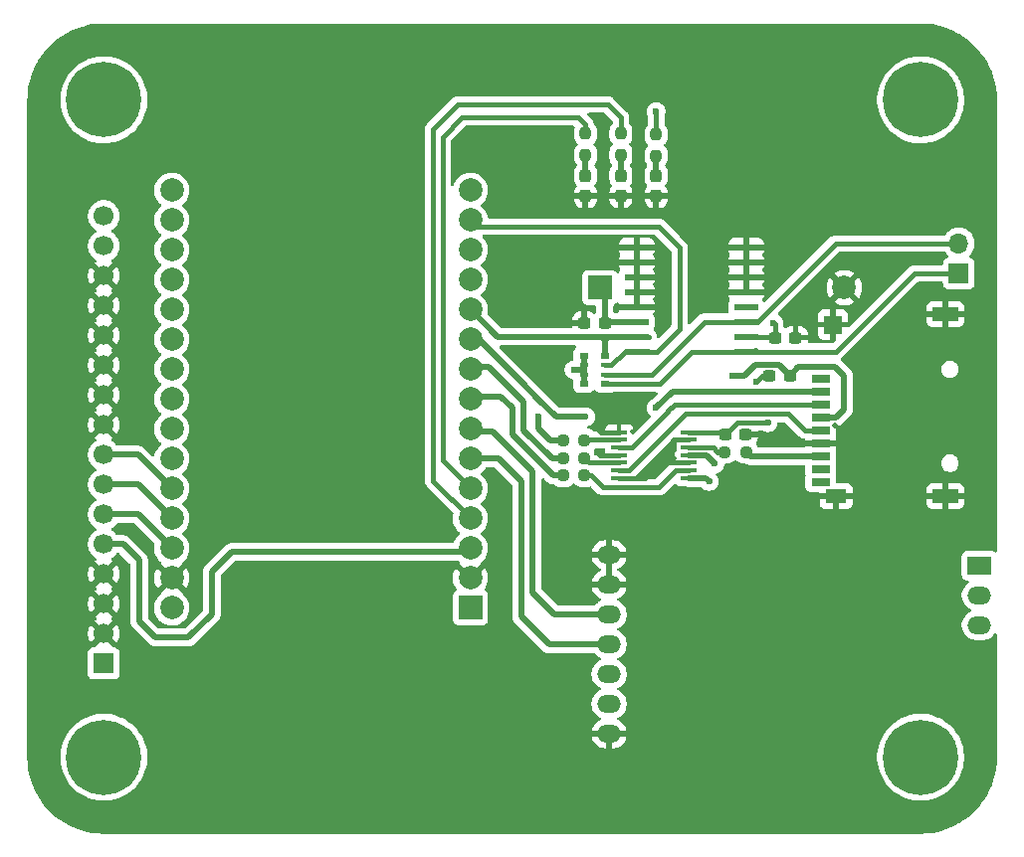
<source format=gbr>
%TF.GenerationSoftware,KiCad,Pcbnew,9.0.2*%
%TF.CreationDate,2025-06-04T00:32:51+07:00*%
%TF.ProjectId,Telemetry V.3 BM13 EVO Hy,54656c65-6d65-4747-9279-20562e332042,rev?*%
%TF.SameCoordinates,Original*%
%TF.FileFunction,Copper,L1,Top*%
%TF.FilePolarity,Positive*%
%FSLAX46Y46*%
G04 Gerber Fmt 4.6, Leading zero omitted, Abs format (unit mm)*
G04 Created by KiCad (PCBNEW 9.0.2) date 2025-06-04 00:32:51*
%MOMM*%
%LPD*%
G01*
G04 APERTURE LIST*
G04 Aperture macros list*
%AMRoundRect*
0 Rectangle with rounded corners*
0 $1 Rounding radius*
0 $2 $3 $4 $5 $6 $7 $8 $9 X,Y pos of 4 corners*
0 Add a 4 corners polygon primitive as box body*
4,1,4,$2,$3,$4,$5,$6,$7,$8,$9,$2,$3,0*
0 Add four circle primitives for the rounded corners*
1,1,$1+$1,$2,$3*
1,1,$1+$1,$4,$5*
1,1,$1+$1,$6,$7*
1,1,$1+$1,$8,$9*
0 Add four rect primitives between the rounded corners*
20,1,$1+$1,$2,$3,$4,$5,0*
20,1,$1+$1,$4,$5,$6,$7,0*
20,1,$1+$1,$6,$7,$8,$9,0*
20,1,$1+$1,$8,$9,$2,$3,0*%
G04 Aperture macros list end*
%TA.AperFunction,ComponentPad*%
%ADD10C,0.800000*%
%TD*%
%TA.AperFunction,ComponentPad*%
%ADD11C,6.400000*%
%TD*%
%TA.AperFunction,SMDPad,CuDef*%
%ADD12R,0.800000X0.500000*%
%TD*%
%TA.AperFunction,SMDPad,CuDef*%
%ADD13R,0.800000X0.400000*%
%TD*%
%TA.AperFunction,SMDPad,CuDef*%
%ADD14RoundRect,0.237500X0.300000X0.237500X-0.300000X0.237500X-0.300000X-0.237500X0.300000X-0.237500X0*%
%TD*%
%TA.AperFunction,SMDPad,CuDef*%
%ADD15RoundRect,0.237500X-0.237500X0.250000X-0.237500X-0.250000X0.237500X-0.250000X0.237500X0.250000X0*%
%TD*%
%TA.AperFunction,SMDPad,CuDef*%
%ADD16R,1.404099X0.354800*%
%TD*%
%TA.AperFunction,SMDPad,CuDef*%
%ADD17R,1.600000X0.700000*%
%TD*%
%TA.AperFunction,SMDPad,CuDef*%
%ADD18R,1.800000X1.200000*%
%TD*%
%TA.AperFunction,SMDPad,CuDef*%
%ADD19R,1.500000X1.600000*%
%TD*%
%TA.AperFunction,SMDPad,CuDef*%
%ADD20R,2.200000X1.200000*%
%TD*%
%TA.AperFunction,SMDPad,CuDef*%
%ADD21RoundRect,0.237500X0.237500X-0.287500X0.237500X0.287500X-0.237500X0.287500X-0.237500X-0.287500X0*%
%TD*%
%TA.AperFunction,SMDPad,CuDef*%
%ADD22RoundRect,0.237500X0.250000X0.237500X-0.250000X0.237500X-0.250000X-0.237500X0.250000X-0.237500X0*%
%TD*%
%TA.AperFunction,SMDPad,CuDef*%
%ADD23RoundRect,0.073750X0.951250X0.221250X-0.951250X0.221250X-0.951250X-0.221250X0.951250X-0.221250X0*%
%TD*%
%TA.AperFunction,SMDPad,CuDef*%
%ADD24RoundRect,0.237500X-0.250000X-0.237500X0.250000X-0.237500X0.250000X0.237500X-0.250000X0.237500X0*%
%TD*%
%TA.AperFunction,SMDPad,CuDef*%
%ADD25RoundRect,0.237500X0.237500X-0.250000X0.237500X0.250000X-0.237500X0.250000X-0.237500X-0.250000X0*%
%TD*%
%TA.AperFunction,ComponentPad*%
%ADD26R,2.000000X2.000000*%
%TD*%
%TA.AperFunction,ComponentPad*%
%ADD27C,2.000000*%
%TD*%
%TA.AperFunction,SMDPad,CuDef*%
%ADD28RoundRect,0.237500X-0.300000X-0.237500X0.300000X-0.237500X0.300000X0.237500X-0.300000X0.237500X0*%
%TD*%
%TA.AperFunction,ComponentPad*%
%ADD29O,2.000000X1.500000*%
%TD*%
%TA.AperFunction,ComponentPad*%
%ADD30R,2.000000X1.500000*%
%TD*%
%TA.AperFunction,ComponentPad*%
%ADD31R,1.700000X1.700000*%
%TD*%
%TA.AperFunction,ComponentPad*%
%ADD32O,1.700000X1.700000*%
%TD*%
%TA.AperFunction,ComponentPad*%
%ADD33C,1.700000*%
%TD*%
%TA.AperFunction,ViaPad*%
%ADD34C,0.600000*%
%TD*%
%TA.AperFunction,ViaPad*%
%ADD35C,0.500000*%
%TD*%
%TA.AperFunction,Conductor*%
%ADD36C,0.400000*%
%TD*%
%TA.AperFunction,Conductor*%
%ADD37C,0.500000*%
%TD*%
G04 APERTURE END LIST*
D10*
%TO.P,REF\u002A\u002A,1*%
%TO.N,N/C*%
X54600000Y-52000000D03*
X55302944Y-50302944D03*
X55302944Y-53697056D03*
X57000000Y-49600000D03*
D11*
X57000000Y-52000000D03*
D10*
X57000000Y-54400000D03*
X58697056Y-50302944D03*
X58697056Y-53697056D03*
X59400000Y-52000000D03*
%TD*%
D12*
%TO.P,RN1,1,R1.1*%
%TO.N,+3.3V*%
X97850000Y-73800000D03*
D13*
%TO.P,RN1,2,R1.2*%
X97850000Y-74600000D03*
%TO.P,RN1,3,R2.1*%
X97850000Y-75400000D03*
D12*
%TO.P,RN1,4,R2.2*%
X97850000Y-76200000D03*
%TO.P,RN1,5,R3.1*%
%TO.N,/32KHz*%
X99650000Y-76200000D03*
D13*
%TO.P,RN1,6,R3.2*%
%TO.N,/SQW*%
X99650000Y-75400000D03*
%TO.P,RN1,7,R4.1*%
%TO.N,/SCL*%
X99650000Y-74600000D03*
D12*
%TO.P,RN1,8,R4.2*%
%TO.N,/SDA*%
X99650000Y-73800000D03*
%TD*%
D14*
%TO.P,C1,1*%
%TO.N,GND*%
X111612500Y-80500000D03*
%TO.P,C1,2*%
%TO.N,+3.3V*%
X109887500Y-80500000D03*
%TD*%
D15*
%TO.P,R6,1*%
%TO.N,/LED1*%
X101000000Y-54875000D03*
%TO.P,R6,2*%
%TO.N,Net-(D2-A)*%
X101000000Y-56700000D03*
%TD*%
D10*
%TO.P,REF\u002A\u002A,1*%
%TO.N,N/C*%
X124100000Y-108000000D03*
X124802944Y-106302944D03*
X124802944Y-109697056D03*
X126500000Y-105600000D03*
D11*
X126500000Y-108000000D03*
D10*
X126500000Y-110400000D03*
X128197056Y-106302944D03*
X128197056Y-109697056D03*
X128900000Y-108000000D03*
%TD*%
D16*
%TO.P,U2,1,\u002A1OE*%
%TO.N,GND*%
X100850104Y-80299999D03*
%TO.P,U2,2,1A*%
%TO.N,Net-(U2-1A)*%
X100850104Y-80950000D03*
%TO.P,U2,3,1Y*%
%TO.N,/DI_LLS*%
X100850104Y-81600001D03*
%TO.P,U2,4,\u002A2OE*%
%TO.N,GND*%
X100850104Y-82250000D03*
%TO.P,U2,5,2A*%
%TO.N,Net-(U2-2A)*%
X100850104Y-82899999D03*
%TO.P,U2,6,2Y*%
%TO.N,/SCK_LLS*%
X100850104Y-83550000D03*
%TO.P,U2,7,GND*%
%TO.N,GND*%
X100850104Y-84199999D03*
%TO.P,U2,8,3Y*%
%TO.N,/CS_LLS*%
X106750000Y-84200001D03*
%TO.P,U2,9,3A*%
%TO.N,Net-(U2-3A)*%
X106750000Y-83550000D03*
%TO.P,U2,10,\u002A3OE*%
%TO.N,GND*%
X106750000Y-82900001D03*
%TO.P,U2,11,4Y*%
%TO.N,/MISO*%
X106750000Y-82250000D03*
%TO.P,U2,12,4A*%
%TO.N,Net-(U2-4A)*%
X106750000Y-81600001D03*
%TO.P,U2,13,\u002A4OE*%
%TO.N,GND*%
X106750000Y-80950000D03*
%TO.P,U2,14,VCC*%
%TO.N,+3.3V*%
X106750000Y-80300001D03*
%TD*%
D17*
%TO.P,J1,1,DAT2*%
%TO.N,unconnected-(J1-DAT2-Pad1)*%
X118000000Y-75750000D03*
%TO.P,J1,2,CD/DAT3*%
%TO.N,/CS_LLS*%
X118000000Y-76850000D03*
%TO.P,J1,3,CMD*%
%TO.N,/DI_LLS*%
X118000000Y-77950000D03*
%TO.P,J1,4,VDD*%
%TO.N,+3.3V*%
X118000000Y-79050000D03*
%TO.P,J1,5,CLK*%
%TO.N,/SCK_LLS*%
X118000000Y-80150000D03*
%TO.P,J1,6,VSS*%
%TO.N,GND*%
X118000000Y-81250000D03*
%TO.P,J1,7,DAT0*%
%TO.N,/DO_LLS*%
X118000000Y-82350000D03*
%TO.P,J1,8,DAT1*%
%TO.N,unconnected-(J1-DAT1-Pad8)*%
X118000000Y-83450000D03*
%TO.P,J1,CD,CD*%
%TO.N,unconnected-(J1-PadCD)*%
X118000000Y-84550000D03*
D18*
%TO.P,J1,G1,COVER_GND*%
%TO.N,GND*%
X119300000Y-85750000D03*
D19*
%TO.P,J1,G2,COVER_GND*%
X119050000Y-71150000D03*
D20*
%TO.P,J1,G3,COVER_GND*%
X128600000Y-85750000D03*
%TO.P,J1,G4,COVER_GND*%
X128600000Y-70250000D03*
%TD*%
D10*
%TO.P,REF\u002A\u002A,1*%
%TO.N,N/C*%
X124100000Y-52000000D03*
X124802944Y-50302944D03*
X124802944Y-53697056D03*
X126500000Y-49600000D03*
D11*
X126500000Y-52000000D03*
D10*
X126500000Y-54400000D03*
X128197056Y-50302944D03*
X128197056Y-53697056D03*
X128900000Y-52000000D03*
%TD*%
D21*
%TO.P,D3,1,K*%
%TO.N,GND*%
X104000000Y-60200000D03*
%TO.P,D3,2,A*%
%TO.N,Net-(D3-A)*%
X104000000Y-58450000D03*
%TD*%
D22*
%TO.P,R4,1*%
%TO.N,Net-(U2-3A)*%
X97912500Y-84000000D03*
%TO.P,R4,2*%
%TO.N,/CS*%
X96087500Y-84000000D03*
%TD*%
D23*
%TO.P,U3,1,32KHZ*%
%TO.N,/32KHz*%
X111655000Y-73445000D03*
%TO.P,U3,2,VCC*%
%TO.N,+3.3V*%
X111655000Y-72175000D03*
%TO.P,U3,3,~{INT}/SQW*%
%TO.N,/SQW*%
X111655000Y-70905000D03*
%TO.P,U3,4,~{RST}*%
%TO.N,unconnected-(U3-~{RST}-Pad4)*%
X111655000Y-69635000D03*
%TO.P,U3,5,NC*%
%TO.N,GND*%
X111655000Y-68365000D03*
%TO.P,U3,6,NC*%
X111655000Y-67095000D03*
%TO.P,U3,7,NC*%
X111655000Y-65825000D03*
%TO.P,U3,8,NC*%
X111655000Y-64555000D03*
%TO.P,U3,9,NC*%
X102345000Y-64555000D03*
%TO.P,U3,10,NC*%
X102345000Y-65825000D03*
%TO.P,U3,11,NC*%
X102345000Y-67095000D03*
%TO.P,U3,12,NC*%
X102345000Y-68365000D03*
%TO.P,U3,13,GND*%
X102345000Y-69635000D03*
%TO.P,U3,14,VBAT*%
%TO.N,Net-(BT1-+)*%
X102345000Y-70905000D03*
%TO.P,U3,15,SDA*%
%TO.N,/SDA*%
X102345000Y-72175000D03*
%TO.P,U3,16,SCL*%
%TO.N,/SCL*%
X102345000Y-73445000D03*
%TD*%
D14*
%TO.P,C3,1*%
%TO.N,GND*%
X115862500Y-72250000D03*
%TO.P,C3,2*%
%TO.N,+3.3V*%
X114137500Y-72250000D03*
%TD*%
D24*
%TO.P,R1,1*%
%TO.N,/SCK*%
X96087500Y-82500000D03*
%TO.P,R1,2*%
%TO.N,Net-(U2-2A)*%
X97912500Y-82500000D03*
%TD*%
%TO.P,R2,1*%
%TO.N,/MOSI*%
X96087500Y-81000000D03*
%TO.P,R2,2*%
%TO.N,Net-(U2-1A)*%
X97912500Y-81000000D03*
%TD*%
%TO.P,R3,1*%
%TO.N,Net-(U2-4A)*%
X109837500Y-82000000D03*
%TO.P,R3,2*%
%TO.N,/DO_LLS*%
X111662500Y-82000000D03*
%TD*%
D25*
%TO.P,R7,1*%
%TO.N,Net-(D3-A)*%
X104000000Y-56775000D03*
%TO.P,R7,2*%
%TO.N,+5V*%
X104000000Y-54950000D03*
%TD*%
D26*
%TO.P,U1,1,3V3*%
%TO.N,+3.3V*%
X88200000Y-95265000D03*
D27*
%TO.P,U1,2,GND*%
%TO.N,GND*%
X88200000Y-92725000D03*
%TO.P,U1,3,D15*%
%TO.N,/CS2*%
X88200000Y-90185000D03*
%TO.P,U1,4,D2*%
%TO.N,/LED1*%
X88200000Y-87645000D03*
%TO.P,U1,5,D4*%
%TO.N,/LED2*%
X88200000Y-85105000D03*
%TO.P,U1,6,RX2*%
%TO.N,/TX*%
X88200000Y-82565000D03*
%TO.P,U1,7,TX2*%
%TO.N,/RX*%
X88200000Y-80025000D03*
%TO.P,U1,8,D5*%
%TO.N,/CS*%
X88200000Y-77485000D03*
%TO.P,U1,9,D18*%
%TO.N,/SCK*%
X88200000Y-74945000D03*
%TO.P,U1,10,D19*%
%TO.N,/MISO*%
X88200000Y-72405000D03*
%TO.P,U1,11,D21*%
%TO.N,/SDA*%
X88200000Y-69865000D03*
%TO.P,U1,12,RX0*%
%TO.N,unconnected-(U1-RX0-Pad12)*%
X88200000Y-67325000D03*
%TO.P,U1,13,TX0*%
%TO.N,unconnected-(U1-TX0-Pad13)*%
X88200000Y-64785000D03*
%TO.P,U1,14,D22*%
%TO.N,/SCL*%
X88200000Y-62245000D03*
%TO.P,U1,15,D23*%
%TO.N,/MOSI*%
X88200000Y-59705000D03*
%TO.P,U1,16,EN*%
%TO.N,unconnected-(U1-EN-Pad16)*%
X62800000Y-59705000D03*
%TO.P,U1,17,VP*%
%TO.N,unconnected-(U1-VP-Pad17)*%
X62800000Y-62245000D03*
%TO.P,U1,18,VN*%
%TO.N,unconnected-(U1-VN-Pad18)*%
X62800000Y-64785000D03*
%TO.P,U1,19,D34*%
%TO.N,unconnected-(U1-D34-Pad19)*%
X62800000Y-67325000D03*
%TO.P,U1,20,D35*%
%TO.N,unconnected-(U1-D35-Pad20)*%
X62800000Y-69865000D03*
%TO.P,U1,21,D32*%
%TO.N,unconnected-(U1-D32-Pad21)*%
X62800000Y-72405000D03*
%TO.P,U1,22,D33*%
%TO.N,unconnected-(U1-D33-Pad22)*%
X62800000Y-74945000D03*
%TO.P,U1,23,D25*%
%TO.N,unconnected-(U1-D25-Pad23)*%
X62800000Y-77485000D03*
%TO.P,U1,24,D26*%
%TO.N,unconnected-(U1-D26-Pad24)*%
X62800000Y-80025000D03*
%TO.P,U1,25,D27*%
%TO.N,unconnected-(U1-D27-Pad25)*%
X62800000Y-82565000D03*
%TO.P,U1,26,D14*%
%TO.N,/SCK2*%
X62800000Y-85105000D03*
%TO.P,U1,27,D12*%
%TO.N,/MISO2*%
X62800000Y-87645000D03*
%TO.P,U1,28,D13*%
%TO.N,/MOSI2*%
X62800000Y-90185000D03*
%TO.P,U1,29,GND*%
%TO.N,GND*%
X62800000Y-92725000D03*
%TO.P,U1,30,VIN*%
%TO.N,+5V*%
X62800000Y-95265000D03*
%TD*%
D15*
%TO.P,R5,1*%
%TO.N,/LED2*%
X98000000Y-54875000D03*
%TO.P,R5,2*%
%TO.N,Net-(D1-A)*%
X98000000Y-56700000D03*
%TD*%
D28*
%TO.P,C2,1*%
%TO.N,GND*%
X113637500Y-75500000D03*
%TO.P,C2,2*%
%TO.N,+3.3V*%
X115362500Y-75500000D03*
%TD*%
D10*
%TO.P,REF\u002A\u002A,1*%
%TO.N,N/C*%
X54600000Y-108000000D03*
X55302944Y-106302944D03*
X55302944Y-109697056D03*
X57000000Y-105600000D03*
D11*
X57000000Y-108000000D03*
D10*
X57000000Y-110400000D03*
X58697056Y-106302944D03*
X58697056Y-109697056D03*
X59400000Y-108000000D03*
%TD*%
D29*
%TO.P,LoraE220-900T22D1,1,M0*%
%TO.N,GND*%
X100000000Y-90750000D03*
%TO.P,LoraE220-900T22D1,2,M1*%
X100000000Y-93290000D03*
%TO.P,LoraE220-900T22D1,3,RX*%
%TO.N,/RX*%
X100000000Y-95830000D03*
%TO.P,LoraE220-900T22D1,4,TX*%
%TO.N,/TX*%
X100000000Y-98370000D03*
%TO.P,LoraE220-900T22D1,5,AUX*%
%TO.N,unconnected-(LoraE220-900T22D1-AUX-Pad5)*%
X100000000Y-100910000D03*
%TO.P,LoraE220-900T22D1,6,VCC*%
%TO.N,+5V*%
X100000000Y-103450000D03*
%TO.P,LoraE220-900T22D1,7,GND*%
%TO.N,GND*%
X100000000Y-105990000D03*
%TO.P,LoraE220-900T22D1,8*%
%TO.N,N/C*%
X131500000Y-96750000D03*
%TO.P,LoraE220-900T22D1,9*%
X131500000Y-94210000D03*
D30*
%TO.P,LoraE220-900T22D1,10*%
X131500000Y-91670000D03*
%TD*%
D21*
%TO.P,D2,1,K*%
%TO.N,GND*%
X101000000Y-60200000D03*
%TO.P,D2,2,A*%
%TO.N,Net-(D2-A)*%
X101000000Y-58450000D03*
%TD*%
D31*
%TO.P,J2,1,Pin_1*%
%TO.N,/32KHz*%
X129750000Y-66775000D03*
D32*
%TO.P,J2,2,Pin_2*%
%TO.N,/SQW*%
X129750000Y-64235000D03*
%TD*%
D14*
%TO.P,C4,1*%
%TO.N,Net-(BT1-+)*%
X99612500Y-71000000D03*
%TO.P,C4,2*%
%TO.N,GND*%
X97887500Y-71000000D03*
%TD*%
D21*
%TO.P,D1,1,K*%
%TO.N,GND*%
X98000000Y-60200000D03*
%TO.P,D1,2,A*%
%TO.N,Net-(D1-A)*%
X98000000Y-58450000D03*
%TD*%
D31*
%TO.P,J4,1,Pin_1*%
%TO.N,+5V*%
X57000000Y-100000000D03*
D33*
%TO.P,J4,2,Pin_2*%
%TO.N,GND*%
X57000000Y-97460000D03*
%TO.P,J4,3,Pin_3*%
X57000000Y-94920000D03*
%TO.P,J4,4,Pin_4*%
X57000000Y-92380000D03*
%TO.P,J4,5,Pin_5*%
%TO.N,/CS2*%
X57000000Y-89840000D03*
%TO.P,J4,6,Pin_6*%
%TO.N,/MOSI2*%
X57000000Y-87300000D03*
%TO.P,J4,7,Pin_7*%
%TO.N,/MISO2*%
X57000000Y-84760000D03*
%TO.P,J4,8,Pin_8*%
%TO.N,/SCK2*%
X57000000Y-82220000D03*
%TO.P,J4,9,Pin_9*%
%TO.N,GND*%
X57000000Y-79680000D03*
%TO.P,J4,10,Pin_10*%
X57000000Y-77140000D03*
%TO.P,J4,11,Pin_11*%
X57000000Y-74600000D03*
%TO.P,J4,12,Pin_12*%
X57000000Y-72060000D03*
%TO.P,J4,13,Pin_13*%
X57000000Y-69520000D03*
%TO.P,J4,14,Pin_14*%
X57000000Y-66980000D03*
%TO.P,J4,15,Pin_15*%
%TO.N,/SDA*%
X57000000Y-64440000D03*
%TO.P,J4,16,Pin_16*%
%TO.N,/SCL*%
X57000000Y-61900000D03*
%TD*%
D26*
%TO.P,BT1,1,+*%
%TO.N,Net-(BT1-+)*%
X99210914Y-68000000D03*
D27*
%TO.P,BT1,2,-*%
%TO.N,GND*%
X120010914Y-68000000D03*
%TD*%
D34*
%TO.N,GND*%
X115800000Y-53000000D03*
X113400000Y-55400000D03*
X116600000Y-55400000D03*
D35*
X115250000Y-81250000D03*
X113750000Y-81250000D03*
X105500000Y-81750000D03*
X114500000Y-80500000D03*
D34*
X113400000Y-54600000D03*
D35*
X105500000Y-82500000D03*
D34*
X118200000Y-54600000D03*
D35*
X113000000Y-81250000D03*
D34*
X112600000Y-55400000D03*
X101000000Y-61545000D03*
X112600000Y-53800000D03*
D35*
X116000000Y-81250000D03*
X113750000Y-80500000D03*
D34*
X112500000Y-76000000D03*
D35*
X115250000Y-80500000D03*
X105500000Y-81000000D03*
D34*
X114200000Y-53000000D03*
X118200000Y-53000000D03*
D35*
X96000000Y-74000000D03*
X92750000Y-74750000D03*
D34*
X99000000Y-82000000D03*
X116600000Y-53800000D03*
D35*
X96000000Y-73250000D03*
D34*
X117400000Y-55400000D03*
D35*
X92000000Y-74000000D03*
D34*
X114200000Y-54600000D03*
X112600000Y-53000000D03*
X112600000Y-54600000D03*
X117400000Y-54600000D03*
X114200000Y-53800000D03*
X114200000Y-55400000D03*
D35*
X91250000Y-73250000D03*
X95250000Y-74750000D03*
D34*
X115000000Y-53000000D03*
D35*
X92750000Y-73250000D03*
D34*
X117400000Y-53800000D03*
X104000000Y-61500000D03*
X113400000Y-53000000D03*
X98000000Y-61500000D03*
X115000000Y-54600000D03*
D35*
X95250000Y-73250000D03*
D34*
X117400000Y-53000000D03*
X115800000Y-53800000D03*
D35*
X92000000Y-73250000D03*
D34*
X113400000Y-53800000D03*
X118200000Y-53800000D03*
X116600000Y-54600000D03*
D35*
X119250000Y-79750000D03*
D34*
X115800000Y-54600000D03*
D35*
X92750000Y-74000000D03*
D34*
X115800000Y-55400000D03*
X116600000Y-53000000D03*
D35*
X113000000Y-80500000D03*
D34*
X115000000Y-55400000D03*
X99000000Y-80000000D03*
D35*
X114500000Y-81250000D03*
D34*
X118200000Y-55400000D03*
D35*
X95250000Y-74000000D03*
D34*
X115000000Y-53800000D03*
%TO.N,+3.3V*%
X97000000Y-75000000D03*
X114000000Y-71000000D03*
X113500000Y-79500000D03*
X110500000Y-75500000D03*
%TO.N,/CS_LLS*%
X104000000Y-78250000D03*
X108500000Y-84500000D03*
%TO.N,+5V*%
X104000000Y-53000000D03*
%TO.N,/MOSI*%
X94000000Y-79000000D03*
%TO.N,/MISO*%
X109000000Y-83000000D03*
X98000000Y-79000000D03*
%TD*%
D36*
%TO.N,GND*%
X113000000Y-75500000D02*
X112500000Y-76000000D01*
X103050001Y-84199999D02*
X104349999Y-82900001D01*
D37*
X111612500Y-80500000D02*
X112150000Y-80500000D01*
D36*
X105500000Y-81097951D02*
X105500000Y-81750000D01*
X106750000Y-80950000D02*
X105647951Y-80950000D01*
X105647951Y-80950000D02*
X105500000Y-81097951D01*
X100850104Y-84199999D02*
X103050001Y-84199999D01*
X57375000Y-79680000D02*
X57000000Y-79680000D01*
X113637500Y-75500000D02*
X113000000Y-75500000D01*
X99299999Y-80299999D02*
X99000000Y-80000000D01*
X100850104Y-80299999D02*
X99299999Y-80299999D01*
X104349999Y-82900001D02*
X106750000Y-82900001D01*
D37*
X98000000Y-60200000D02*
X101000000Y-60200000D01*
D36*
X104349999Y-82900001D02*
X105500000Y-81750000D01*
D37*
X98000000Y-60200000D02*
X98000000Y-61500000D01*
D36*
X100850104Y-82250000D02*
X99250000Y-82250000D01*
X99250000Y-82250000D02*
X99000000Y-82000000D01*
D37*
X101000000Y-60200000D02*
X104000000Y-60200000D01*
X101000000Y-60200000D02*
X101000000Y-61545000D01*
X104000000Y-60200000D02*
X104000000Y-61500000D01*
%TO.N,Net-(BT1-+)*%
X99862500Y-68651586D02*
X99210914Y-68000000D01*
X102345000Y-70905000D02*
X99707500Y-70905000D01*
X99612500Y-71000000D02*
X99612500Y-68401586D01*
X99707500Y-70905000D02*
X99612500Y-71000000D01*
X99612500Y-68401586D02*
X99210914Y-68000000D01*
%TO.N,+3.3V*%
X97850000Y-75000000D02*
X97850000Y-75400000D01*
X112426000Y-74574000D02*
X112000000Y-75000000D01*
D36*
X114137500Y-72250000D02*
X114137500Y-71137500D01*
D37*
X97850000Y-74600000D02*
X97850000Y-75000000D01*
D36*
X110887500Y-79500000D02*
X113500000Y-79500000D01*
D37*
X120000000Y-75500000D02*
X119250000Y-74750000D01*
X119300000Y-79050000D02*
X120000000Y-78350000D01*
X112000000Y-75000000D02*
X111500000Y-75500000D01*
X119250000Y-74750000D02*
X116112500Y-74750000D01*
D36*
X114062500Y-72175000D02*
X114137500Y-72250000D01*
D37*
X120000000Y-78350000D02*
X120000000Y-75500000D01*
D36*
X111655000Y-72175000D02*
X114062500Y-72175000D01*
X114137500Y-71137500D02*
X114000000Y-71000000D01*
D37*
X97850000Y-75000000D02*
X97000000Y-75000000D01*
X116112500Y-74750000D02*
X115362500Y-75500000D01*
X118000000Y-79050000D02*
X119300000Y-79050000D01*
X115362500Y-75500000D02*
X114436500Y-74574000D01*
X114436500Y-74574000D02*
X112426000Y-74574000D01*
X97850000Y-75400000D02*
X97850000Y-76200000D01*
D36*
X109687501Y-80300001D02*
X109887500Y-80500000D01*
D37*
X111500000Y-75500000D02*
X110500000Y-75500000D01*
D36*
X109887500Y-80500000D02*
X110887500Y-79500000D01*
D37*
X97850000Y-73800000D02*
X97850000Y-74600000D01*
D36*
X106750000Y-80300001D02*
X109687501Y-80300001D01*
D37*
%TO.N,Net-(D1-A)*%
X98000000Y-58450000D02*
X98000000Y-56700000D01*
%TO.N,Net-(D2-A)*%
X101000000Y-58450000D02*
X101000000Y-56700000D01*
%TO.N,Net-(D3-A)*%
X104000000Y-58450000D02*
X104000000Y-56775000D01*
D36*
%TO.N,/SCK_LLS*%
X100850104Y-83550000D02*
X101700000Y-83550000D01*
X101700000Y-83550000D02*
X106500000Y-78750000D01*
X115250000Y-78750000D02*
X116650000Y-80150000D01*
X116650000Y-80150000D02*
X118000000Y-80150000D01*
X106500000Y-78750000D02*
X115250000Y-78750000D01*
D37*
%TO.N,/DO_LLS*%
X112012500Y-82350000D02*
X118000000Y-82350000D01*
X111662500Y-82000000D02*
X112012500Y-82350000D01*
%TO.N,/CS_LLS*%
X118000000Y-76850000D02*
X105400000Y-76850000D01*
X106750000Y-84200001D02*
X108200001Y-84200001D01*
X105400000Y-76850000D02*
X104000000Y-78250000D01*
X108200001Y-84200001D02*
X108500000Y-84500000D01*
D36*
%TO.N,/DI_LLS*%
X105000000Y-78552154D02*
X105000000Y-78500000D01*
X105000000Y-78500000D02*
X105550000Y-77950000D01*
X105550000Y-77950000D02*
X118000000Y-77950000D01*
X100850104Y-81600001D02*
X101952153Y-81600001D01*
X101952153Y-81600001D02*
X105000000Y-78552154D01*
D37*
%TO.N,/32KHz*%
X112437500Y-73425000D02*
X112500000Y-73362500D01*
D36*
X129750000Y-66775000D02*
X125975000Y-66775000D01*
X99650000Y-76200000D02*
X104300000Y-76200000D01*
X125975000Y-66775000D02*
X119305000Y-73445000D01*
X107055000Y-73445000D02*
X111655000Y-73445000D01*
X104300000Y-76200000D02*
X107055000Y-73445000D01*
X119305000Y-73445000D02*
X111655000Y-73445000D01*
%TO.N,/SQW*%
X119265000Y-64235000D02*
X112595000Y-70905000D01*
X112595000Y-70905000D02*
X111655000Y-70905000D01*
X103600000Y-75400000D02*
X108095000Y-70905000D01*
X129750000Y-64235000D02*
X119265000Y-64235000D01*
X108095000Y-70905000D02*
X111655000Y-70905000D01*
X99650000Y-75400000D02*
X103600000Y-75400000D01*
D37*
%TO.N,/TX*%
X94870000Y-98370000D02*
X100000000Y-98370000D01*
X90565000Y-82565000D02*
X92500000Y-84500000D01*
X92500000Y-84500000D02*
X92500000Y-96000000D01*
X88200000Y-82565000D02*
X90565000Y-82565000D01*
X92500000Y-96000000D02*
X94870000Y-98370000D01*
D36*
%TO.N,+5V*%
X104000000Y-54950000D02*
X104000000Y-53000000D01*
%TO.N,Net-(U2-2A)*%
X100850104Y-82899999D02*
X98312499Y-82899999D01*
X98312499Y-82899999D02*
X97912500Y-82500000D01*
D37*
%TO.N,/SCK*%
X92750000Y-80125000D02*
X92750000Y-77750000D01*
X96087500Y-82500000D02*
X95125000Y-82500000D01*
X92750000Y-77750000D02*
X89750000Y-74750000D01*
X88395000Y-74750000D02*
X88200000Y-74945000D01*
X89750000Y-74750000D02*
X88395000Y-74750000D01*
X95125000Y-82500000D02*
X92750000Y-80125000D01*
%TO.N,/MOSI*%
X95000000Y-81000000D02*
X94000000Y-80000000D01*
X96087500Y-81000000D02*
X95000000Y-81000000D01*
X94000000Y-80000000D02*
X94000000Y-79000000D01*
D36*
%TO.N,Net-(U2-1A)*%
X100850104Y-80950000D02*
X97962500Y-80950000D01*
X97962500Y-80950000D02*
X97912500Y-81000000D01*
%TO.N,Net-(U2-4A)*%
X106750000Y-81600001D02*
X108850001Y-81600001D01*
X109250000Y-82000000D02*
X109837500Y-82000000D01*
X108850001Y-81600001D02*
X109250000Y-82000000D01*
D37*
%TO.N,/CS*%
X96087500Y-84000000D02*
X95250000Y-84000000D01*
X88435000Y-77250000D02*
X88200000Y-77485000D01*
X90750000Y-77250000D02*
X88435000Y-77250000D01*
X95250000Y-84000000D02*
X91750000Y-80500000D01*
X91750000Y-80500000D02*
X91750000Y-78250000D01*
X91750000Y-78250000D02*
X90750000Y-77250000D01*
D36*
%TO.N,Net-(U2-3A)*%
X99500000Y-85000000D02*
X104250000Y-85000000D01*
X104250000Y-85000000D02*
X105700000Y-83550000D01*
X105700000Y-83550000D02*
X106750000Y-83550000D01*
X97912500Y-84000000D02*
X98500000Y-84000000D01*
X98500000Y-84000000D02*
X99500000Y-85000000D01*
D37*
%TO.N,/SDA*%
X99000000Y-72175000D02*
X99500000Y-72175000D01*
X90510000Y-72175000D02*
X99000000Y-72175000D01*
X99975000Y-72175000D02*
X99650000Y-72500000D01*
X99650000Y-73800000D02*
X99650000Y-72500000D01*
X100000000Y-72175000D02*
X102345000Y-72175000D01*
X99000000Y-72175000D02*
X99325000Y-72175000D01*
X99650000Y-72325000D02*
X99500000Y-72175000D01*
D36*
X101575000Y-72175000D02*
X102345000Y-72175000D01*
D37*
X99500000Y-72175000D02*
X100000000Y-72175000D01*
X99650000Y-72500000D02*
X99650000Y-72325000D01*
X99325000Y-72175000D02*
X99650000Y-72500000D01*
D36*
X102345000Y-72175000D02*
X103370000Y-72175000D01*
D37*
X88200000Y-69865000D02*
X90510000Y-72175000D01*
X100000000Y-72175000D02*
X99975000Y-72175000D01*
D36*
%TO.N,/SCL*%
X106000000Y-64600000D02*
X104200000Y-62800000D01*
X106000000Y-71500000D02*
X106000000Y-64600000D01*
X88755000Y-62800000D02*
X88200000Y-62245000D01*
X102345000Y-73445000D02*
X104055000Y-73445000D01*
X99650000Y-74600000D02*
X100150000Y-74600000D01*
X104055000Y-73445000D02*
X106000000Y-71500000D01*
X101305000Y-73445000D02*
X102345000Y-73445000D01*
X104200000Y-62800000D02*
X88755000Y-62800000D01*
D37*
X103370000Y-73445000D02*
X102345000Y-73445000D01*
D36*
X100150000Y-74600000D02*
X101305000Y-73445000D01*
D37*
%TO.N,/MISO*%
X92500000Y-76000000D02*
X94000000Y-77500000D01*
X108250000Y-82250000D02*
X109000000Y-83000000D01*
X88200000Y-72405000D02*
X88905000Y-72405000D01*
X94000000Y-77500000D02*
X95500000Y-79000000D01*
X95500000Y-79000000D02*
X98000000Y-79000000D01*
X106750000Y-82250000D02*
X108250000Y-82250000D01*
X88905000Y-72405000D02*
X92500000Y-76000000D01*
%TO.N,/MOSI2*%
X62800000Y-90185000D02*
X59915000Y-87300000D01*
X59915000Y-87300000D02*
X57000000Y-87300000D01*
%TO.N,/CS2*%
X60000000Y-96400000D02*
X61400000Y-97800000D01*
X66200000Y-95800000D02*
X66200000Y-92200000D01*
X57000000Y-89840000D02*
X58640000Y-89840000D01*
X66200000Y-92200000D02*
X67900000Y-90500000D01*
X60000000Y-91200000D02*
X60000000Y-96400000D01*
X64200000Y-97800000D02*
X66200000Y-95800000D01*
X58640000Y-89840000D02*
X60000000Y-91200000D01*
X67900000Y-90500000D02*
X87885000Y-90500000D01*
X61400000Y-97800000D02*
X64200000Y-97800000D01*
X87885000Y-90500000D02*
X88200000Y-90185000D01*
D36*
%TO.N,/LED2*%
X85829000Y-55171000D02*
X87500000Y-53500000D01*
X88200000Y-85105000D02*
X85829000Y-82734000D01*
X97387500Y-53500000D02*
X98000000Y-54112500D01*
X87500000Y-53500000D02*
X97387500Y-53500000D01*
X98000000Y-54112500D02*
X98000000Y-54875000D01*
X85829000Y-82734000D02*
X85829000Y-55171000D01*
%TO.N,/LED1*%
X101000000Y-53500000D02*
X101000000Y-54875000D01*
X88200000Y-87645000D02*
X85000000Y-84445000D01*
X87101000Y-52399000D02*
X99899000Y-52399000D01*
X85000000Y-84445000D02*
X85000000Y-54500000D01*
X85000000Y-54500000D02*
X87101000Y-52399000D01*
X99899000Y-52399000D02*
X101000000Y-53500000D01*
D37*
%TO.N,/RX*%
X97550000Y-95850000D02*
X97570000Y-95830000D01*
X93500000Y-83625000D02*
X93500000Y-94000000D01*
X90125000Y-80250000D02*
X93500000Y-83625000D01*
X95350000Y-95850000D02*
X97550000Y-95850000D01*
X97570000Y-95830000D02*
X100000000Y-95830000D01*
X93500000Y-94000000D02*
X95350000Y-95850000D01*
X88200000Y-80025000D02*
X88425000Y-80250000D01*
X88425000Y-80250000D02*
X90125000Y-80250000D01*
%TO.N,/SCK2*%
X62800000Y-85105000D02*
X59915000Y-82220000D01*
D36*
X57375000Y-82220000D02*
X57000000Y-82220000D01*
D37*
X59915000Y-82220000D02*
X57000000Y-82220000D01*
D36*
%TO.N,/MISO2*%
X57375000Y-84760000D02*
X57000000Y-84760000D01*
D37*
X62800000Y-87645000D02*
X59915000Y-84760000D01*
X59915000Y-84760000D02*
X57000000Y-84760000D01*
%TO.N,unconnected-(U1-D35-Pad20)*%
X62435000Y-69500000D02*
X62800000Y-69865000D01*
%TD*%
%TA.AperFunction,Conductor*%
%TO.N,GND*%
G36*
X100250000Y-92914722D02*
G01*
X100173694Y-92870667D01*
X100059244Y-92840000D01*
X99940756Y-92840000D01*
X99826306Y-92870667D01*
X99750000Y-92914722D01*
X99750000Y-91125277D01*
X99826306Y-91169333D01*
X99940756Y-91200000D01*
X100059244Y-91200000D01*
X100173694Y-91169333D01*
X100250000Y-91125277D01*
X100250000Y-92914722D01*
G37*
%TD.AperFunction*%
%TA.AperFunction,Conductor*%
G36*
X105586044Y-80773886D02*
G01*
X105590508Y-80772916D01*
X105619260Y-80783640D01*
X105648701Y-80792285D01*
X105652887Y-80796182D01*
X105655972Y-80797333D01*
X105680925Y-80822285D01*
X105690404Y-80834947D01*
X105711494Y-80850735D01*
X105753363Y-80906666D01*
X105758348Y-80976357D01*
X105724864Y-81037681D01*
X105711495Y-81049265D01*
X105690408Y-81065050D01*
X105690403Y-81065055D01*
X105680929Y-81077712D01*
X105624994Y-81119583D01*
X105581663Y-81127400D01*
X105547950Y-81127400D01*
X105547950Y-81175244D01*
X105554351Y-81234772D01*
X105556137Y-81242330D01*
X105553779Y-81242887D01*
X105557911Y-81300642D01*
X105554674Y-81311667D01*
X105553858Y-81315118D01*
X105547451Y-81374718D01*
X105547450Y-81374737D01*
X105547450Y-81825271D01*
X105547451Y-81825277D01*
X105553859Y-81884885D01*
X105555642Y-81892430D01*
X105553467Y-81892943D01*
X105557641Y-81951366D01*
X105554909Y-81960670D01*
X105553858Y-81965117D01*
X105547451Y-82024717D01*
X105547450Y-82024736D01*
X105547450Y-82475270D01*
X105547451Y-82475276D01*
X105553859Y-82534884D01*
X105555642Y-82542429D01*
X105554444Y-82542711D01*
X105560481Y-82583783D01*
X105547687Y-82779980D01*
X105537014Y-82809151D01*
X105528265Y-82838950D01*
X105525114Y-82841679D01*
X105523682Y-82845596D01*
X105498928Y-82864369D01*
X105475461Y-82884705D01*
X105471403Y-82886472D01*
X105368190Y-82929223D01*
X105253454Y-83005887D01*
X105253453Y-83005888D01*
X103996162Y-84263181D01*
X103934839Y-84296666D01*
X103908481Y-84299500D01*
X102240520Y-84299500D01*
X102173481Y-84279815D01*
X102127726Y-84227011D01*
X102117782Y-84157853D01*
X102146807Y-84094297D01*
X102152839Y-84087819D01*
X103769077Y-82471580D01*
X105431738Y-80808917D01*
X105493059Y-80775434D01*
X105519417Y-80772600D01*
X105581662Y-80772600D01*
X105586044Y-80773886D01*
G37*
%TD.AperFunction*%
%TA.AperFunction,Conductor*%
G36*
X99590594Y-81670185D02*
G01*
X99636349Y-81722989D01*
X99647555Y-81774500D01*
X99647555Y-81825275D01*
X99653963Y-81884885D01*
X99655746Y-81892429D01*
X99654446Y-81892736D01*
X99660398Y-81936267D01*
X99647604Y-82086052D01*
X99636781Y-82113889D01*
X99628369Y-82142538D01*
X99624258Y-82146099D01*
X99622286Y-82151173D01*
X99598127Y-82168742D01*
X99575565Y-82188293D01*
X99569400Y-82189633D01*
X99565779Y-82192268D01*
X99554232Y-82192933D01*
X99524054Y-82199499D01*
X99008628Y-82199499D01*
X98941589Y-82179814D01*
X98895834Y-82127010D01*
X98890922Y-82114504D01*
X98875394Y-82067644D01*
X98835908Y-81948484D01*
X98835904Y-81948478D01*
X98835903Y-81948475D01*
X98768746Y-81839597D01*
X98750305Y-81772205D01*
X98771227Y-81705541D01*
X98824869Y-81660771D01*
X98874284Y-81650500D01*
X99523555Y-81650500D01*
X99590594Y-81670185D01*
G37*
%TD.AperFunction*%
%TA.AperFunction,Conductor*%
G36*
X97143541Y-72945185D02*
G01*
X97189296Y-72997989D01*
X97199240Y-73067147D01*
X97170215Y-73130703D01*
X97150816Y-73148764D01*
X97092454Y-73192454D01*
X97092453Y-73192455D01*
X97092452Y-73192456D01*
X97006206Y-73307664D01*
X97006202Y-73307671D01*
X96955910Y-73442513D01*
X96955909Y-73442517D01*
X96949500Y-73502127D01*
X96949500Y-73502134D01*
X96949500Y-73502135D01*
X96949500Y-74092097D01*
X96929815Y-74159136D01*
X96877011Y-74204891D01*
X96849693Y-74213714D01*
X96766507Y-74230261D01*
X96766498Y-74230264D01*
X96620827Y-74290602D01*
X96620814Y-74290609D01*
X96489711Y-74378210D01*
X96489707Y-74378213D01*
X96378213Y-74489707D01*
X96378210Y-74489711D01*
X96290609Y-74620814D01*
X96290602Y-74620827D01*
X96230264Y-74766498D01*
X96230261Y-74766510D01*
X96199500Y-74921153D01*
X96199500Y-75078846D01*
X96230261Y-75233489D01*
X96230264Y-75233501D01*
X96290602Y-75379172D01*
X96290609Y-75379185D01*
X96378210Y-75510288D01*
X96378213Y-75510292D01*
X96489707Y-75621786D01*
X96489711Y-75621789D01*
X96620814Y-75709390D01*
X96620827Y-75709397D01*
X96741822Y-75759514D01*
X96766503Y-75769737D01*
X96849693Y-75786284D01*
X96911602Y-75818668D01*
X96946176Y-75879384D01*
X96949500Y-75907901D01*
X96949500Y-76497870D01*
X96949501Y-76497876D01*
X96955908Y-76557483D01*
X97006202Y-76692328D01*
X97006206Y-76692335D01*
X97092452Y-76807544D01*
X97092455Y-76807547D01*
X97207664Y-76893793D01*
X97207671Y-76893797D01*
X97252618Y-76910561D01*
X97342517Y-76944091D01*
X97402127Y-76950500D01*
X97776079Y-76950499D01*
X97776082Y-76950500D01*
X97923918Y-76950500D01*
X97923920Y-76950499D01*
X98297872Y-76950499D01*
X98357483Y-76944091D01*
X98492331Y-76893796D01*
X98607546Y-76807546D01*
X98650734Y-76749854D01*
X98706667Y-76707984D01*
X98776359Y-76703000D01*
X98837682Y-76736485D01*
X98849263Y-76749850D01*
X98892454Y-76807546D01*
X98914259Y-76823869D01*
X99007664Y-76893793D01*
X99007671Y-76893797D01*
X99142517Y-76944091D01*
X99142516Y-76944091D01*
X99149444Y-76944835D01*
X99202127Y-76950500D01*
X100097872Y-76950499D01*
X100157483Y-76944091D01*
X100221579Y-76920185D01*
X100253396Y-76908318D01*
X100296729Y-76900500D01*
X103988770Y-76900500D01*
X104055809Y-76920185D01*
X104101564Y-76972989D01*
X104111508Y-77042147D01*
X104082483Y-77105703D01*
X104076451Y-77112181D01*
X103684703Y-77503927D01*
X103644480Y-77530805D01*
X103620819Y-77540606D01*
X103620818Y-77540607D01*
X103489715Y-77628207D01*
X103489707Y-77628213D01*
X103378213Y-77739707D01*
X103378210Y-77739711D01*
X103290609Y-77870814D01*
X103290602Y-77870827D01*
X103230264Y-78016498D01*
X103230261Y-78016510D01*
X103199500Y-78171153D01*
X103199500Y-78328846D01*
X103230261Y-78483489D01*
X103230264Y-78483501D01*
X103290602Y-78629172D01*
X103290609Y-78629185D01*
X103378210Y-78760288D01*
X103378213Y-78760292D01*
X103489705Y-78871784D01*
X103493798Y-78875143D01*
X103533133Y-78932888D01*
X103535005Y-79002732D01*
X103502816Y-79058679D01*
X102120416Y-80441080D01*
X102093488Y-80455783D01*
X102067670Y-80472376D01*
X102061469Y-80473267D01*
X102059093Y-80474565D01*
X102032735Y-80477399D01*
X102018441Y-80477399D01*
X101951402Y-80457714D01*
X101919175Y-80427711D01*
X101909700Y-80415054D01*
X101909697Y-80415052D01*
X101817277Y-80345866D01*
X101775406Y-80289932D01*
X101770422Y-80220240D01*
X101803907Y-80158917D01*
X101865231Y-80125433D01*
X101891588Y-80122599D01*
X102052154Y-80122599D01*
X102052154Y-80074771D01*
X102052153Y-80074754D01*
X102045752Y-80015226D01*
X102045750Y-80015219D01*
X101995508Y-79880512D01*
X101995504Y-79880505D01*
X101909344Y-79765411D01*
X101909341Y-79765408D01*
X101794247Y-79679248D01*
X101794240Y-79679244D01*
X101659533Y-79629002D01*
X101659526Y-79629000D01*
X101599998Y-79622599D01*
X101027504Y-79622599D01*
X101027504Y-80125500D01*
X101024953Y-80134185D01*
X101026242Y-80143147D01*
X101015263Y-80167187D01*
X101007819Y-80192539D01*
X101000978Y-80198466D01*
X100997217Y-80206703D01*
X100974982Y-80220992D01*
X100955015Y-80238294D01*
X100944500Y-80240581D01*
X100938439Y-80244477D01*
X100903504Y-80249500D01*
X100796704Y-80249500D01*
X100729665Y-80229815D01*
X100683910Y-80177011D01*
X100672704Y-80125500D01*
X100672704Y-79622599D01*
X100100209Y-79622599D01*
X100040681Y-79629000D01*
X100040674Y-79629002D01*
X99905967Y-79679244D01*
X99905960Y-79679248D01*
X99790866Y-79765408D01*
X99790863Y-79765411D01*
X99704703Y-79880505D01*
X99704699Y-79880512D01*
X99654457Y-80015219D01*
X99654455Y-80015226D01*
X99648054Y-80074754D01*
X99648054Y-80125500D01*
X99628369Y-80192539D01*
X99575565Y-80238294D01*
X99524054Y-80249500D01*
X98744552Y-80249500D01*
X98677513Y-80229815D01*
X98656871Y-80213181D01*
X98623351Y-80179661D01*
X98623350Y-80179660D01*
X98476516Y-80089092D01*
X98312753Y-80034826D01*
X98312751Y-80034825D01*
X98211684Y-80024500D01*
X98208529Y-80024340D01*
X98208537Y-80024179D01*
X98208536Y-80024179D01*
X98208538Y-80024155D01*
X98208567Y-80023577D01*
X98144672Y-80004815D01*
X98098917Y-79952011D01*
X98088973Y-79882853D01*
X98117998Y-79819297D01*
X98176776Y-79781523D01*
X98187520Y-79778883D01*
X98209553Y-79774499D01*
X98233497Y-79769737D01*
X98379179Y-79709394D01*
X98510289Y-79621789D01*
X98621789Y-79510289D01*
X98709394Y-79379179D01*
X98769737Y-79233497D01*
X98800500Y-79078842D01*
X98800500Y-78921158D01*
X98800500Y-78921155D01*
X98800499Y-78921153D01*
X98799928Y-78918282D01*
X98769737Y-78766503D01*
X98764972Y-78755000D01*
X98709397Y-78620827D01*
X98709390Y-78620814D01*
X98621789Y-78489711D01*
X98621786Y-78489707D01*
X98510292Y-78378213D01*
X98510288Y-78378210D01*
X98379185Y-78290609D01*
X98379172Y-78290602D01*
X98233501Y-78230264D01*
X98233489Y-78230261D01*
X98078845Y-78199500D01*
X98078842Y-78199500D01*
X97921158Y-78199500D01*
X97921155Y-78199500D01*
X97766511Y-78230260D01*
X97766506Y-78230262D01*
X97766504Y-78230262D01*
X97766503Y-78230263D01*
X97742844Y-78240062D01*
X97695396Y-78249500D01*
X95862229Y-78249500D01*
X95795190Y-78229815D01*
X95774548Y-78213181D01*
X94474097Y-76912728D01*
X94474074Y-76912707D01*
X92978416Y-75417048D01*
X90698549Y-73137181D01*
X90665064Y-73075858D01*
X90670048Y-73006166D01*
X90711920Y-72950233D01*
X90777384Y-72925816D01*
X90786230Y-72925500D01*
X97076502Y-72925500D01*
X97143541Y-72945185D01*
G37*
%TD.AperFunction*%
%TA.AperFunction,Conductor*%
G36*
X128593492Y-64955185D02*
G01*
X128626769Y-64986614D01*
X128661842Y-65034887D01*
X128719892Y-65114788D01*
X128833430Y-65228326D01*
X128866915Y-65289649D01*
X128861931Y-65359341D01*
X128820059Y-65415274D01*
X128789083Y-65432189D01*
X128657669Y-65481203D01*
X128657664Y-65481206D01*
X128542455Y-65567452D01*
X128542452Y-65567455D01*
X128456206Y-65682664D01*
X128456202Y-65682671D01*
X128405908Y-65817517D01*
X128400833Y-65864727D01*
X128399501Y-65877123D01*
X128399500Y-65877135D01*
X128399500Y-65950500D01*
X128379815Y-66017539D01*
X128327011Y-66063294D01*
X128275500Y-66074500D01*
X125906003Y-66074500D01*
X125797590Y-66096065D01*
X125797589Y-66096065D01*
X125784131Y-66098742D01*
X125770673Y-66101419D01*
X125770671Y-66101420D01*
X125717866Y-66123292D01*
X125717864Y-66123293D01*
X125717863Y-66123292D01*
X125643196Y-66154221D01*
X125643181Y-66154229D01*
X125603891Y-66180483D01*
X125528457Y-66230886D01*
X125528453Y-66230889D01*
X120395662Y-71363681D01*
X120334339Y-71397166D01*
X120307981Y-71400000D01*
X119300000Y-71400000D01*
X119300000Y-72407981D01*
X119280315Y-72475020D01*
X119263681Y-72495662D01*
X119051162Y-72708181D01*
X118989839Y-72741666D01*
X118963481Y-72744500D01*
X117016079Y-72744500D01*
X116949040Y-72724815D01*
X116903285Y-72672011D01*
X116892721Y-72607897D01*
X116899999Y-72536654D01*
X116900000Y-72536641D01*
X116900000Y-72500000D01*
X115986500Y-72500000D01*
X115919461Y-72480315D01*
X115873706Y-72427511D01*
X115862500Y-72376000D01*
X115862500Y-72250000D01*
X115736500Y-72250000D01*
X115669461Y-72230315D01*
X115623706Y-72177511D01*
X115612500Y-72126000D01*
X115612500Y-72000000D01*
X116112500Y-72000000D01*
X116899999Y-72000000D01*
X116899999Y-71997844D01*
X117800000Y-71997844D01*
X117806401Y-72057372D01*
X117806403Y-72057379D01*
X117856645Y-72192086D01*
X117856649Y-72192093D01*
X117942809Y-72307187D01*
X117942812Y-72307190D01*
X118057906Y-72393350D01*
X118057913Y-72393354D01*
X118192620Y-72443596D01*
X118192627Y-72443598D01*
X118252155Y-72449999D01*
X118252172Y-72450000D01*
X118800000Y-72450000D01*
X118800000Y-71400000D01*
X117800000Y-71400000D01*
X117800000Y-71997844D01*
X116899999Y-71997844D01*
X116899999Y-71963360D01*
X116899998Y-71963345D01*
X116889680Y-71862347D01*
X116835453Y-71698699D01*
X116835448Y-71698688D01*
X116744947Y-71551965D01*
X116744944Y-71551961D01*
X116623038Y-71430055D01*
X116623034Y-71430052D01*
X116476311Y-71339551D01*
X116476300Y-71339546D01*
X116312652Y-71285319D01*
X116211654Y-71275000D01*
X116112500Y-71275000D01*
X116112500Y-72000000D01*
X115612500Y-72000000D01*
X115612500Y-71274999D01*
X115513360Y-71275000D01*
X115513344Y-71275001D01*
X115412347Y-71285319D01*
X115248699Y-71339546D01*
X115248688Y-71339551D01*
X115101965Y-71430052D01*
X115101963Y-71430053D01*
X115088030Y-71443986D01*
X115084157Y-71446100D01*
X115081781Y-71449818D01*
X115053767Y-71462692D01*
X115026705Y-71477468D01*
X115022303Y-71477152D01*
X115018295Y-71478995D01*
X114987765Y-71474680D01*
X114957013Y-71472479D01*
X114952251Y-71469661D01*
X114949113Y-71469218D01*
X114935090Y-71459506D01*
X114919376Y-71450208D01*
X114915904Y-71447214D01*
X114898350Y-71429660D01*
X114888503Y-71423586D01*
X114881023Y-71417136D01*
X114867203Y-71395745D01*
X114850177Y-71376815D01*
X114847575Y-71365364D01*
X114843107Y-71358449D01*
X114843076Y-71345565D01*
X114838000Y-71323228D01*
X114838000Y-71068504D01*
X114811081Y-70933176D01*
X114811078Y-70933167D01*
X114799995Y-70906411D01*
X114792940Y-70883158D01*
X114769737Y-70766503D01*
X114719871Y-70646114D01*
X114709397Y-70620827D01*
X114709390Y-70620814D01*
X114621789Y-70489711D01*
X114621786Y-70489707D01*
X114526042Y-70393963D01*
X114526038Y-70393960D01*
X114510289Y-70378211D01*
X114396464Y-70302155D01*
X117800000Y-70302155D01*
X117800000Y-70900000D01*
X118800000Y-70900000D01*
X119300000Y-70900000D01*
X120300000Y-70900000D01*
X120300000Y-70302172D01*
X120299999Y-70302155D01*
X120293598Y-70242627D01*
X120293596Y-70242620D01*
X120243354Y-70107913D01*
X120243350Y-70107906D01*
X120157190Y-69992812D01*
X120157187Y-69992809D01*
X120042093Y-69906649D01*
X120042086Y-69906645D01*
X119907379Y-69856403D01*
X119907372Y-69856401D01*
X119847844Y-69850000D01*
X119300000Y-69850000D01*
X119300000Y-70900000D01*
X118800000Y-70900000D01*
X118800000Y-69850000D01*
X118252155Y-69850000D01*
X118192627Y-69856401D01*
X118192620Y-69856403D01*
X118057913Y-69906645D01*
X118057906Y-69906649D01*
X117942812Y-69992809D01*
X117942809Y-69992812D01*
X117856649Y-70107906D01*
X117856645Y-70107913D01*
X117806403Y-70242620D01*
X117806401Y-70242627D01*
X117800000Y-70302155D01*
X114396464Y-70302155D01*
X114396036Y-70301869D01*
X114394642Y-70300882D01*
X114373995Y-70274760D01*
X114352623Y-70249187D01*
X114352404Y-70247443D01*
X114351316Y-70246067D01*
X114348067Y-70212915D01*
X114343916Y-70179862D01*
X114344673Y-70178279D01*
X114344502Y-70176531D01*
X114359699Y-70146873D01*
X114374071Y-70116834D01*
X114376292Y-70114490D01*
X114376365Y-70114349D01*
X114376501Y-70114269D01*
X114378619Y-70112035D01*
X116608708Y-67881947D01*
X118510914Y-67881947D01*
X118510914Y-68118052D01*
X118547848Y-68351247D01*
X118620811Y-68575802D01*
X118728001Y-68786174D01*
X118788252Y-68869104D01*
X118788254Y-68869105D01*
X119333335Y-68324024D01*
X119346273Y-68355258D01*
X119428351Y-68478097D01*
X119532817Y-68582563D01*
X119655656Y-68664641D01*
X119686888Y-68677578D01*
X119141807Y-69222658D01*
X119224742Y-69282914D01*
X119435111Y-69390102D01*
X119659666Y-69463065D01*
X119659665Y-69463065D01*
X119892862Y-69500000D01*
X120128966Y-69500000D01*
X120362161Y-69463065D01*
X120586716Y-69390102D01*
X120797077Y-69282918D01*
X120797083Y-69282914D01*
X120880018Y-69222658D01*
X120880019Y-69222658D01*
X120334938Y-68677578D01*
X120366172Y-68664641D01*
X120489011Y-68582563D01*
X120593477Y-68478097D01*
X120675555Y-68355258D01*
X120688492Y-68324024D01*
X121233572Y-68869105D01*
X121233572Y-68869104D01*
X121293828Y-68786169D01*
X121293832Y-68786163D01*
X121401016Y-68575802D01*
X121473979Y-68351247D01*
X121510914Y-68118052D01*
X121510914Y-67881947D01*
X121473979Y-67648752D01*
X121401016Y-67424197D01*
X121293828Y-67213828D01*
X121233572Y-67130894D01*
X121233572Y-67130893D01*
X120688491Y-67675974D01*
X120675555Y-67644742D01*
X120593477Y-67521903D01*
X120489011Y-67417437D01*
X120366172Y-67335359D01*
X120334938Y-67322421D01*
X120880019Y-66777340D01*
X120880018Y-66777338D01*
X120797088Y-66717087D01*
X120586716Y-66609897D01*
X120362161Y-66536934D01*
X120362162Y-66536934D01*
X120128966Y-66500000D01*
X119892862Y-66500000D01*
X119659666Y-66536934D01*
X119435111Y-66609897D01*
X119224744Y-66717084D01*
X119141808Y-66777340D01*
X119686889Y-67322421D01*
X119655656Y-67335359D01*
X119532817Y-67417437D01*
X119428351Y-67521903D01*
X119346273Y-67644742D01*
X119333335Y-67675975D01*
X118788254Y-67130894D01*
X118727998Y-67213830D01*
X118620811Y-67424197D01*
X118547848Y-67648752D01*
X118510914Y-67881947D01*
X116608708Y-67881947D01*
X119518837Y-64971819D01*
X119580160Y-64938334D01*
X119606518Y-64935500D01*
X128526453Y-64935500D01*
X128593492Y-64955185D01*
G37*
%TD.AperFunction*%
%TA.AperFunction,Conductor*%
G36*
X103925520Y-63520185D02*
G01*
X103946162Y-63536819D01*
X105263181Y-64853837D01*
X105296666Y-64915160D01*
X105299500Y-64941518D01*
X105299500Y-71158480D01*
X105279815Y-71225519D01*
X105263181Y-71246161D01*
X104282181Y-72227161D01*
X104220858Y-72260646D01*
X104151166Y-72255662D01*
X104095233Y-72213790D01*
X104070816Y-72148326D01*
X104070500Y-72139480D01*
X104070500Y-72106004D01*
X104043581Y-71970677D01*
X104043580Y-71970676D01*
X104043580Y-71970672D01*
X104000641Y-71867007D01*
X103990778Y-71843195D01*
X103990771Y-71843182D01*
X103914114Y-71728458D01*
X103914111Y-71728454D01*
X103816545Y-71630888D01*
X103808010Y-71625185D01*
X103805192Y-71623302D01*
X103760389Y-71569690D01*
X103751682Y-71500365D01*
X103775708Y-71444715D01*
X103797856Y-71415853D01*
X103855719Y-71276159D01*
X103870500Y-71163887D01*
X103870499Y-70646114D01*
X103869071Y-70635270D01*
X103855720Y-70533848D01*
X103855719Y-70533847D01*
X103855719Y-70533841D01*
X103797856Y-70394147D01*
X103760202Y-70345075D01*
X103735008Y-70279906D01*
X103749046Y-70211461D01*
X103760203Y-70194101D01*
X103797421Y-70145598D01*
X103855230Y-70006032D01*
X103855231Y-70006028D01*
X103869999Y-69893863D01*
X103870000Y-69893849D01*
X103870000Y-69885000D01*
X100820000Y-69885000D01*
X100820000Y-69893863D01*
X100835829Y-70014086D01*
X100832348Y-70014544D01*
X100832134Y-70023423D01*
X100835689Y-70048147D01*
X100831304Y-70057748D01*
X100831049Y-70068301D01*
X100817040Y-70088981D01*
X100806664Y-70111703D01*
X100797783Y-70117410D01*
X100791864Y-70126149D01*
X100768898Y-70135973D01*
X100747886Y-70149477D01*
X100731988Y-70151762D01*
X100727626Y-70153629D01*
X100712951Y-70154500D01*
X100487000Y-70154500D01*
X100419961Y-70134815D01*
X100374206Y-70082011D01*
X100363000Y-70030500D01*
X100363000Y-69563550D01*
X100382685Y-69496511D01*
X100435489Y-69450756D01*
X100443650Y-69447374D01*
X100453245Y-69443796D01*
X100568460Y-69357546D01*
X100596735Y-69319775D01*
X100652667Y-69277906D01*
X100722359Y-69272922D01*
X100783682Y-69306407D01*
X100817166Y-69367730D01*
X100818905Y-69383905D01*
X100820000Y-69385000D01*
X102095000Y-69385000D01*
X102595000Y-69385000D01*
X103870000Y-69385000D01*
X103870000Y-69376150D01*
X103869999Y-69376136D01*
X103855231Y-69263971D01*
X103855230Y-69263967D01*
X103797421Y-69124400D01*
X103797419Y-69124397D01*
X103759888Y-69075488D01*
X103734692Y-69010320D01*
X103748729Y-68941875D01*
X103759888Y-68924512D01*
X103797419Y-68875602D01*
X103797421Y-68875599D01*
X103855230Y-68736032D01*
X103855231Y-68736028D01*
X103869999Y-68623863D01*
X103870000Y-68623849D01*
X103870000Y-68615000D01*
X102595000Y-68615000D01*
X102595000Y-69385000D01*
X102095000Y-69385000D01*
X102095000Y-68115000D01*
X102595000Y-68115000D01*
X103870000Y-68115000D01*
X103870000Y-68106150D01*
X103869999Y-68106136D01*
X103855231Y-67993971D01*
X103855230Y-67993967D01*
X103797421Y-67854400D01*
X103797419Y-67854397D01*
X103759888Y-67805488D01*
X103734692Y-67740320D01*
X103748729Y-67671875D01*
X103759888Y-67654512D01*
X103797419Y-67605602D01*
X103797421Y-67605599D01*
X103855230Y-67466032D01*
X103855231Y-67466028D01*
X103869999Y-67353863D01*
X103870000Y-67353849D01*
X103870000Y-67345000D01*
X102595000Y-67345000D01*
X102595000Y-68115000D01*
X102095000Y-68115000D01*
X102095000Y-66845000D01*
X102595000Y-66845000D01*
X103870000Y-66845000D01*
X103870000Y-66836150D01*
X103869999Y-66836136D01*
X103855231Y-66723971D01*
X103855230Y-66723967D01*
X103797421Y-66584400D01*
X103797419Y-66584397D01*
X103759888Y-66535488D01*
X103734692Y-66470320D01*
X103748729Y-66401875D01*
X103759888Y-66384512D01*
X103797419Y-66335602D01*
X103797421Y-66335599D01*
X103855230Y-66196032D01*
X103855231Y-66196028D01*
X103869999Y-66083863D01*
X103870000Y-66083849D01*
X103870000Y-66075000D01*
X102595000Y-66075000D01*
X102595000Y-66845000D01*
X102095000Y-66845000D01*
X102095000Y-66075000D01*
X100820000Y-66075000D01*
X100820000Y-66083863D01*
X100834768Y-66196028D01*
X100834769Y-66196032D01*
X100892578Y-66335599D01*
X100892580Y-66335601D01*
X100930112Y-66384514D01*
X100955306Y-66449683D01*
X100941387Y-66517902D01*
X100840063Y-66709782D01*
X100819573Y-66730851D01*
X100801132Y-66753736D01*
X100795494Y-66755612D01*
X100791352Y-66759872D01*
X100762726Y-66766518D01*
X100734838Y-66775801D01*
X100729079Y-66774331D01*
X100723293Y-66775675D01*
X100695616Y-66765790D01*
X100667139Y-66758522D01*
X100661775Y-66753704D01*
X100657494Y-66752175D01*
X100651695Y-66744649D01*
X100631146Y-66726192D01*
X100568460Y-66642454D01*
X100524970Y-66609897D01*
X100453249Y-66556206D01*
X100453242Y-66556202D01*
X100318396Y-66505908D01*
X100318397Y-66505908D01*
X100258797Y-66499501D01*
X100258795Y-66499500D01*
X100258787Y-66499500D01*
X100258778Y-66499500D01*
X98163043Y-66499500D01*
X98163037Y-66499501D01*
X98103430Y-66505908D01*
X97968585Y-66556202D01*
X97968578Y-66556206D01*
X97853369Y-66642452D01*
X97853366Y-66642455D01*
X97767120Y-66757664D01*
X97767116Y-66757671D01*
X97716822Y-66892517D01*
X97710415Y-66952116D01*
X97710414Y-66952135D01*
X97710414Y-69047870D01*
X97710415Y-69047876D01*
X97716822Y-69107483D01*
X97767116Y-69242328D01*
X97767120Y-69242335D01*
X97853366Y-69357544D01*
X97853369Y-69357547D01*
X97968578Y-69443793D01*
X97968585Y-69443797D01*
X97996408Y-69454174D01*
X98103431Y-69494091D01*
X98163041Y-69500500D01*
X98738000Y-69500499D01*
X98805039Y-69520183D01*
X98850794Y-69572987D01*
X98862000Y-69624499D01*
X98862000Y-70094655D01*
X98842315Y-70161694D01*
X98789511Y-70207449D01*
X98720353Y-70217393D01*
X98656797Y-70188368D01*
X98650319Y-70182336D01*
X98648038Y-70180055D01*
X98648034Y-70180052D01*
X98501311Y-70089551D01*
X98501300Y-70089546D01*
X98337652Y-70035319D01*
X98236654Y-70025000D01*
X98137500Y-70025000D01*
X98137500Y-70876000D01*
X98117815Y-70943039D01*
X98065011Y-70988794D01*
X98013500Y-71000000D01*
X97887500Y-71000000D01*
X97887500Y-71126000D01*
X97867815Y-71193039D01*
X97815011Y-71238794D01*
X97763500Y-71250000D01*
X96850001Y-71250000D01*
X96850001Y-71286659D01*
X96850128Y-71287892D01*
X96850078Y-71288159D01*
X96850162Y-71289802D01*
X96849769Y-71289821D01*
X96837362Y-71356585D01*
X96789484Y-71407472D01*
X96726771Y-71424500D01*
X90872229Y-71424500D01*
X90805190Y-71404815D01*
X90784548Y-71388181D01*
X90109712Y-70713345D01*
X96850000Y-70713345D01*
X96850000Y-70750000D01*
X97637500Y-70750000D01*
X97637500Y-70024999D01*
X97538360Y-70025000D01*
X97538344Y-70025001D01*
X97437347Y-70035319D01*
X97273699Y-70089546D01*
X97273688Y-70089551D01*
X97126965Y-70180052D01*
X97126961Y-70180055D01*
X97005055Y-70301961D01*
X97005052Y-70301965D01*
X96914551Y-70448688D01*
X96914546Y-70448699D01*
X96860319Y-70612347D01*
X96850000Y-70713345D01*
X90109712Y-70713345D01*
X89701280Y-70304913D01*
X89667795Y-70243590D01*
X89666488Y-70197834D01*
X89667080Y-70194101D01*
X89680479Y-70109500D01*
X89700500Y-69983097D01*
X89700500Y-69746902D01*
X89663553Y-69513631D01*
X89628569Y-69405963D01*
X89590568Y-69289008D01*
X89590566Y-69289005D01*
X89590566Y-69289003D01*
X89506696Y-69124400D01*
X89483343Y-69078567D01*
X89344517Y-68887490D01*
X89177510Y-68720483D01*
X89142872Y-68695317D01*
X89100207Y-68639989D01*
X89094228Y-68570375D01*
X89126833Y-68508580D01*
X89142873Y-68494682D01*
X89177510Y-68469517D01*
X89344517Y-68302510D01*
X89483343Y-68111433D01*
X89590568Y-67900992D01*
X89663553Y-67676368D01*
X89674761Y-67605602D01*
X89700500Y-67443097D01*
X89700500Y-67206902D01*
X89663553Y-66973631D01*
X89616118Y-66827644D01*
X89590568Y-66749008D01*
X89590566Y-66749005D01*
X89590566Y-66749003D01*
X89506695Y-66584398D01*
X89483343Y-66538567D01*
X89344517Y-66347490D01*
X89177510Y-66180483D01*
X89142872Y-66155317D01*
X89100207Y-66099989D01*
X89094228Y-66030375D01*
X89126833Y-65968580D01*
X89142873Y-65954682D01*
X89148629Y-65950500D01*
X89177510Y-65929517D01*
X89344517Y-65762510D01*
X89483343Y-65571433D01*
X89590568Y-65360992D01*
X89663553Y-65136368D01*
X89674761Y-65065602D01*
X89700500Y-64903097D01*
X89700500Y-64813863D01*
X100820000Y-64813863D01*
X100834768Y-64926028D01*
X100834769Y-64926032D01*
X100892578Y-65065599D01*
X100892580Y-65065601D01*
X100930112Y-65114514D01*
X100955306Y-65179683D01*
X100941268Y-65248128D01*
X100930112Y-65265486D01*
X100892580Y-65314398D01*
X100892578Y-65314400D01*
X100834769Y-65453967D01*
X100834768Y-65453971D01*
X100820000Y-65566136D01*
X100820000Y-65575000D01*
X102095000Y-65575000D01*
X102595000Y-65575000D01*
X103870000Y-65575000D01*
X103870000Y-65566150D01*
X103869999Y-65566136D01*
X103855231Y-65453971D01*
X103855230Y-65453967D01*
X103797421Y-65314400D01*
X103797419Y-65314397D01*
X103759888Y-65265488D01*
X103734692Y-65200320D01*
X103748729Y-65131875D01*
X103759888Y-65114512D01*
X103797419Y-65065602D01*
X103797421Y-65065599D01*
X103855230Y-64926032D01*
X103855231Y-64926028D01*
X103869999Y-64813863D01*
X103870000Y-64813849D01*
X103870000Y-64805000D01*
X102595000Y-64805000D01*
X102595000Y-65575000D01*
X102095000Y-65575000D01*
X102095000Y-64805000D01*
X100820000Y-64805000D01*
X100820000Y-64813863D01*
X89700500Y-64813863D01*
X89700500Y-64666902D01*
X89663553Y-64433631D01*
X89630012Y-64330404D01*
X89618878Y-64296136D01*
X100820000Y-64296136D01*
X100820000Y-64305000D01*
X102095000Y-64305000D01*
X102595000Y-64305000D01*
X103870000Y-64305000D01*
X103870000Y-64296150D01*
X103869999Y-64296136D01*
X103855231Y-64183971D01*
X103855230Y-64183967D01*
X103797421Y-64044401D01*
X103705452Y-63924547D01*
X103585598Y-63832578D01*
X103446032Y-63774769D01*
X103446028Y-63774768D01*
X103333863Y-63760000D01*
X102595000Y-63760000D01*
X102595000Y-64305000D01*
X102095000Y-64305000D01*
X102095000Y-63760000D01*
X101356136Y-63760000D01*
X101243971Y-63774768D01*
X101243967Y-63774769D01*
X101104401Y-63832578D01*
X100984547Y-63924547D01*
X100892578Y-64044401D01*
X100834769Y-64183967D01*
X100834768Y-64183971D01*
X100820000Y-64296136D01*
X89618878Y-64296136D01*
X89590566Y-64209003D01*
X89512548Y-64055886D01*
X89483343Y-63998567D01*
X89344517Y-63807490D01*
X89249208Y-63712181D01*
X89215723Y-63650858D01*
X89220707Y-63581166D01*
X89262579Y-63525233D01*
X89328043Y-63500816D01*
X89336889Y-63500500D01*
X103858481Y-63500500D01*
X103925520Y-63520185D01*
G37*
%TD.AperFunction*%
%TA.AperFunction,Conductor*%
G36*
X126502324Y-45500587D02*
G01*
X126542259Y-45502081D01*
X126981082Y-45518500D01*
X126990306Y-45519192D01*
X127464101Y-45572575D01*
X127473247Y-45573954D01*
X127835901Y-45642572D01*
X127941708Y-45662592D01*
X127950749Y-45664655D01*
X128124139Y-45711114D01*
X128411287Y-45788056D01*
X128420133Y-45790784D01*
X128870158Y-45948255D01*
X128878778Y-45951637D01*
X129122667Y-46058045D01*
X129315784Y-46142302D01*
X129324138Y-46146326D01*
X129745640Y-46369096D01*
X129753671Y-46373732D01*
X130157371Y-46627393D01*
X130165033Y-46632617D01*
X130548641Y-46915732D01*
X130555883Y-46921508D01*
X130917275Y-47232511D01*
X130924072Y-47238818D01*
X131261181Y-47575927D01*
X131267488Y-47582724D01*
X131578491Y-47944116D01*
X131584273Y-47951366D01*
X131867382Y-48334966D01*
X131872606Y-48342628D01*
X132126267Y-48746328D01*
X132130903Y-48754359D01*
X132353673Y-49175861D01*
X132357697Y-49184215D01*
X132548359Y-49621215D01*
X132551747Y-49629848D01*
X132709212Y-50079859D01*
X132711945Y-50088719D01*
X132835344Y-50549250D01*
X132837407Y-50558291D01*
X132926043Y-51026741D01*
X132927425Y-51035910D01*
X132980806Y-51509681D01*
X132981499Y-51518928D01*
X132999413Y-51997674D01*
X132999500Y-52002311D01*
X132999500Y-90420998D01*
X132979815Y-90488037D01*
X132927011Y-90533792D01*
X132857853Y-90543736D01*
X132801189Y-90520265D01*
X132742331Y-90476204D01*
X132742328Y-90476202D01*
X132607482Y-90425908D01*
X132607483Y-90425908D01*
X132547883Y-90419501D01*
X132547881Y-90419500D01*
X132547873Y-90419500D01*
X132547864Y-90419500D01*
X130452129Y-90419500D01*
X130452123Y-90419501D01*
X130392516Y-90425908D01*
X130257671Y-90476202D01*
X130257664Y-90476206D01*
X130142455Y-90562452D01*
X130142452Y-90562455D01*
X130056206Y-90677664D01*
X130056202Y-90677671D01*
X130005908Y-90812517D01*
X129999501Y-90872116D01*
X129999500Y-90872135D01*
X129999500Y-92467870D01*
X129999501Y-92467876D01*
X130005908Y-92527483D01*
X130056202Y-92662328D01*
X130056206Y-92662335D01*
X130142452Y-92777544D01*
X130142455Y-92777547D01*
X130257664Y-92863793D01*
X130257671Y-92863797D01*
X130392517Y-92914091D01*
X130392516Y-92914091D01*
X130399444Y-92914835D01*
X130452127Y-92920500D01*
X130515733Y-92920499D01*
X130582770Y-92940183D01*
X130628526Y-92992986D01*
X130638470Y-93062144D01*
X130609446Y-93125700D01*
X130588619Y-93144816D01*
X130435354Y-93256171D01*
X130296174Y-93395351D01*
X130296174Y-93395352D01*
X130296172Y-93395354D01*
X130277773Y-93420678D01*
X130180476Y-93554594D01*
X130091117Y-93729970D01*
X130030290Y-93917173D01*
X129999500Y-94111577D01*
X129999500Y-94308422D01*
X130030290Y-94502826D01*
X130091117Y-94690029D01*
X130180476Y-94865405D01*
X130296172Y-95024646D01*
X130435354Y-95163828D01*
X130594595Y-95279524D01*
X130717992Y-95342397D01*
X130771213Y-95369515D01*
X130822009Y-95417489D01*
X130838804Y-95485310D01*
X130816267Y-95551445D01*
X130771213Y-95590485D01*
X130594594Y-95680476D01*
X130503741Y-95746485D01*
X130435354Y-95796172D01*
X130435352Y-95796174D01*
X130435351Y-95796174D01*
X130296174Y-95935351D01*
X130296174Y-95935352D01*
X130296172Y-95935354D01*
X130277773Y-95960678D01*
X130180476Y-96094594D01*
X130091117Y-96269970D01*
X130030290Y-96457173D01*
X129999500Y-96651577D01*
X129999500Y-96848422D01*
X130030290Y-97042826D01*
X130091117Y-97230029D01*
X130180476Y-97405405D01*
X130296172Y-97564646D01*
X130435354Y-97703828D01*
X130594595Y-97819524D01*
X130674228Y-97860099D01*
X130769970Y-97908882D01*
X130769972Y-97908882D01*
X130769975Y-97908884D01*
X130870317Y-97941487D01*
X130957173Y-97969709D01*
X131151578Y-98000500D01*
X131151583Y-98000500D01*
X131848422Y-98000500D01*
X132042826Y-97969709D01*
X132072707Y-97960000D01*
X132230025Y-97908884D01*
X132405405Y-97819524D01*
X132564646Y-97703828D01*
X132703828Y-97564646D01*
X132775183Y-97466433D01*
X132830512Y-97423770D01*
X132900125Y-97417791D01*
X132961920Y-97450397D01*
X132996278Y-97511236D01*
X132999500Y-97539321D01*
X132999500Y-107997688D01*
X132999413Y-108002325D01*
X132981499Y-108481071D01*
X132980806Y-108490318D01*
X132927425Y-108964089D01*
X132926043Y-108973258D01*
X132837407Y-109441708D01*
X132835344Y-109450749D01*
X132711945Y-109911280D01*
X132709212Y-109920140D01*
X132551747Y-110370151D01*
X132548359Y-110378784D01*
X132357697Y-110815784D01*
X132353673Y-110824138D01*
X132130903Y-111245640D01*
X132126267Y-111253671D01*
X131872606Y-111657371D01*
X131867382Y-111665033D01*
X131584273Y-112048633D01*
X131578491Y-112055883D01*
X131267488Y-112417275D01*
X131261181Y-112424072D01*
X130924072Y-112761181D01*
X130917275Y-112767488D01*
X130555883Y-113078491D01*
X130548633Y-113084273D01*
X130165033Y-113367382D01*
X130157371Y-113372606D01*
X129753671Y-113626267D01*
X129745640Y-113630903D01*
X129324138Y-113853673D01*
X129315784Y-113857697D01*
X128878784Y-114048359D01*
X128870151Y-114051747D01*
X128420140Y-114209212D01*
X128411280Y-114211945D01*
X127950749Y-114335344D01*
X127941708Y-114337407D01*
X127473258Y-114426043D01*
X127464089Y-114427425D01*
X126990318Y-114480806D01*
X126981071Y-114481499D01*
X126502325Y-114499413D01*
X126497688Y-114499500D01*
X57002312Y-114499500D01*
X56997675Y-114499413D01*
X56518928Y-114481499D01*
X56509681Y-114480806D01*
X56035910Y-114427425D01*
X56026741Y-114426043D01*
X55558291Y-114337407D01*
X55549250Y-114335344D01*
X55088719Y-114211945D01*
X55079859Y-114209212D01*
X54629848Y-114051747D01*
X54621215Y-114048359D01*
X54184215Y-113857697D01*
X54175861Y-113853673D01*
X53754359Y-113630903D01*
X53746328Y-113626267D01*
X53342628Y-113372606D01*
X53334966Y-113367382D01*
X52951366Y-113084273D01*
X52944116Y-113078491D01*
X52582724Y-112767488D01*
X52575927Y-112761181D01*
X52238818Y-112424072D01*
X52232511Y-112417275D01*
X51921508Y-112055883D01*
X51915726Y-112048633D01*
X51632617Y-111665033D01*
X51627393Y-111657371D01*
X51373732Y-111253671D01*
X51369096Y-111245640D01*
X51146326Y-110824138D01*
X51142302Y-110815784D01*
X50951640Y-110378784D01*
X50948252Y-110370151D01*
X50891180Y-110207049D01*
X50790784Y-109920133D01*
X50788054Y-109911280D01*
X50786299Y-109904732D01*
X50664655Y-109450749D01*
X50662592Y-109441708D01*
X50642572Y-109335901D01*
X50573954Y-108973247D01*
X50572574Y-108964089D01*
X50565379Y-108900233D01*
X50519192Y-108490306D01*
X50518500Y-108481070D01*
X50500587Y-108002324D01*
X50500500Y-107997688D01*
X50500500Y-107818209D01*
X53299500Y-107818209D01*
X53299500Y-108181790D01*
X53335137Y-108543630D01*
X53406064Y-108900212D01*
X53406067Y-108900223D01*
X53511614Y-109248165D01*
X53650754Y-109584078D01*
X53650756Y-109584083D01*
X53822140Y-109904720D01*
X53822151Y-109904738D01*
X54024140Y-110207035D01*
X54024150Y-110207049D01*
X54254807Y-110488106D01*
X54511893Y-110745192D01*
X54511898Y-110745196D01*
X54511899Y-110745197D01*
X54792956Y-110975854D01*
X55095268Y-111177853D01*
X55095277Y-111177858D01*
X55095279Y-111177859D01*
X55415916Y-111349243D01*
X55415918Y-111349243D01*
X55415924Y-111349247D01*
X55751836Y-111488386D01*
X56099767Y-111593930D01*
X56099773Y-111593931D01*
X56099776Y-111593932D01*
X56099787Y-111593935D01*
X56438456Y-111661299D01*
X56456369Y-111664862D01*
X56818206Y-111700500D01*
X56818209Y-111700500D01*
X57181791Y-111700500D01*
X57181794Y-111700500D01*
X57543631Y-111664862D01*
X57613045Y-111651054D01*
X57900212Y-111593935D01*
X57900223Y-111593932D01*
X57900223Y-111593931D01*
X57900233Y-111593930D01*
X58248164Y-111488386D01*
X58584076Y-111349247D01*
X58904732Y-111177853D01*
X59207044Y-110975854D01*
X59488101Y-110745197D01*
X59745197Y-110488101D01*
X59975854Y-110207044D01*
X60177853Y-109904732D01*
X60349247Y-109584076D01*
X60488386Y-109248164D01*
X60593930Y-108900233D01*
X60593932Y-108900223D01*
X60593935Y-108900212D01*
X60664862Y-108543630D01*
X60700500Y-108181790D01*
X60700500Y-107818209D01*
X122799500Y-107818209D01*
X122799500Y-108181790D01*
X122835137Y-108543630D01*
X122906064Y-108900212D01*
X122906067Y-108900223D01*
X123011614Y-109248165D01*
X123150754Y-109584078D01*
X123150756Y-109584083D01*
X123322140Y-109904720D01*
X123322151Y-109904738D01*
X123524140Y-110207035D01*
X123524150Y-110207049D01*
X123754807Y-110488106D01*
X124011893Y-110745192D01*
X124011898Y-110745196D01*
X124011899Y-110745197D01*
X124292956Y-110975854D01*
X124595268Y-111177853D01*
X124595277Y-111177858D01*
X124595279Y-111177859D01*
X124915916Y-111349243D01*
X124915918Y-111349243D01*
X124915924Y-111349247D01*
X125251836Y-111488386D01*
X125599767Y-111593930D01*
X125599773Y-111593931D01*
X125599776Y-111593932D01*
X125599787Y-111593935D01*
X125938456Y-111661299D01*
X125956369Y-111664862D01*
X126318206Y-111700500D01*
X126318209Y-111700500D01*
X126681791Y-111700500D01*
X126681794Y-111700500D01*
X127043631Y-111664862D01*
X127113045Y-111651054D01*
X127400212Y-111593935D01*
X127400223Y-111593932D01*
X127400223Y-111593931D01*
X127400233Y-111593930D01*
X127748164Y-111488386D01*
X128084076Y-111349247D01*
X128404732Y-111177853D01*
X128707044Y-110975854D01*
X128988101Y-110745197D01*
X129245197Y-110488101D01*
X129475854Y-110207044D01*
X129677853Y-109904732D01*
X129849247Y-109584076D01*
X129988386Y-109248164D01*
X130093930Y-108900233D01*
X130093932Y-108900223D01*
X130093935Y-108900212D01*
X130164862Y-108543630D01*
X130200500Y-108181790D01*
X130200500Y-107818209D01*
X130164862Y-107456369D01*
X130093935Y-107099787D01*
X130093932Y-107099776D01*
X130093931Y-107099773D01*
X130093930Y-107099767D01*
X129988386Y-106751836D01*
X129849247Y-106415924D01*
X129766646Y-106261389D01*
X129677859Y-106095279D01*
X129677858Y-106095277D01*
X129677853Y-106095268D01*
X129475854Y-105792956D01*
X129245197Y-105511899D01*
X129245196Y-105511898D01*
X129245192Y-105511893D01*
X128988106Y-105254807D01*
X128707049Y-105024150D01*
X128707048Y-105024149D01*
X128707044Y-105024146D01*
X128404732Y-104822147D01*
X128404727Y-104822144D01*
X128404720Y-104822140D01*
X128084083Y-104650756D01*
X128084078Y-104650754D01*
X128079445Y-104648835D01*
X127982995Y-104608884D01*
X127748165Y-104511614D01*
X127400223Y-104406067D01*
X127400212Y-104406064D01*
X127043630Y-104335137D01*
X126771111Y-104308296D01*
X126681794Y-104299500D01*
X126318206Y-104299500D01*
X126235679Y-104307628D01*
X125956369Y-104335137D01*
X125599787Y-104406064D01*
X125599776Y-104406067D01*
X125251834Y-104511614D01*
X124915921Y-104650754D01*
X124915916Y-104650756D01*
X124595279Y-104822140D01*
X124595261Y-104822151D01*
X124292964Y-105024140D01*
X124292950Y-105024150D01*
X124011893Y-105254807D01*
X123754807Y-105511893D01*
X123524150Y-105792950D01*
X123524140Y-105792964D01*
X123322151Y-106095261D01*
X123322140Y-106095279D01*
X123150756Y-106415916D01*
X123150754Y-106415921D01*
X123011614Y-106751834D01*
X122906067Y-107099776D01*
X122906064Y-107099787D01*
X122835137Y-107456369D01*
X122799500Y-107818209D01*
X60700500Y-107818209D01*
X60664862Y-107456369D01*
X60593935Y-107099787D01*
X60593932Y-107099776D01*
X60593931Y-107099773D01*
X60593930Y-107099767D01*
X60488386Y-106751836D01*
X60349247Y-106415924D01*
X60269275Y-106266306D01*
X60266647Y-106261389D01*
X60177859Y-106095279D01*
X60177858Y-106095277D01*
X60177853Y-106095268D01*
X59975854Y-105792956D01*
X59745197Y-105511899D01*
X59745196Y-105511898D01*
X59745192Y-105511893D01*
X59488106Y-105254807D01*
X59207049Y-105024150D01*
X59207048Y-105024149D01*
X59207044Y-105024146D01*
X58904732Y-104822147D01*
X58904727Y-104822144D01*
X58904720Y-104822140D01*
X58584083Y-104650756D01*
X58584078Y-104650754D01*
X58579445Y-104648835D01*
X58482995Y-104608884D01*
X58248165Y-104511614D01*
X57900223Y-104406067D01*
X57900212Y-104406064D01*
X57543630Y-104335137D01*
X57271111Y-104308296D01*
X57181794Y-104299500D01*
X56818206Y-104299500D01*
X56735679Y-104307628D01*
X56456369Y-104335137D01*
X56099787Y-104406064D01*
X56099776Y-104406067D01*
X55751834Y-104511614D01*
X55415921Y-104650754D01*
X55415916Y-104650756D01*
X55095279Y-104822140D01*
X55095261Y-104822151D01*
X54792964Y-105024140D01*
X54792950Y-105024150D01*
X54511893Y-105254807D01*
X54254807Y-105511893D01*
X54024150Y-105792950D01*
X54024140Y-105792964D01*
X53822151Y-106095261D01*
X53822140Y-106095279D01*
X53650756Y-106415916D01*
X53650754Y-106415921D01*
X53511614Y-106751834D01*
X53406067Y-107099776D01*
X53406064Y-107099787D01*
X53335137Y-107456369D01*
X53299500Y-107818209D01*
X50500500Y-107818209D01*
X50500500Y-61793713D01*
X55649500Y-61793713D01*
X55649500Y-62006286D01*
X55668604Y-62126908D01*
X55682754Y-62216243D01*
X55730468Y-62363092D01*
X55748444Y-62418414D01*
X55844951Y-62607820D01*
X55969890Y-62779786D01*
X56120213Y-62930109D01*
X56292182Y-63055050D01*
X56300946Y-63059516D01*
X56351742Y-63107491D01*
X56368536Y-63175312D01*
X56345998Y-63241447D01*
X56300946Y-63280484D01*
X56292182Y-63284949D01*
X56120213Y-63409890D01*
X55969890Y-63560213D01*
X55844951Y-63732179D01*
X55748444Y-63921585D01*
X55682753Y-64123760D01*
X55649500Y-64333713D01*
X55649500Y-64546286D01*
X55682305Y-64753412D01*
X55682754Y-64756243D01*
X55747394Y-64955185D01*
X55748444Y-64958414D01*
X55844951Y-65147820D01*
X55969890Y-65319786D01*
X56120213Y-65470109D01*
X56292179Y-65595048D01*
X56292181Y-65595049D01*
X56292184Y-65595051D01*
X56301493Y-65599794D01*
X56352290Y-65647766D01*
X56369087Y-65715587D01*
X56346552Y-65781722D01*
X56301505Y-65820760D01*
X56292446Y-65825376D01*
X56292440Y-65825380D01*
X56238282Y-65864727D01*
X56238282Y-65864728D01*
X56870591Y-66497037D01*
X56807007Y-66514075D01*
X56692993Y-66579901D01*
X56599901Y-66672993D01*
X56534075Y-66787007D01*
X56517037Y-66850591D01*
X55884728Y-66218282D01*
X55884727Y-66218282D01*
X55845380Y-66272439D01*
X55748904Y-66461782D01*
X55683242Y-66663869D01*
X55683242Y-66663872D01*
X55650000Y-66873753D01*
X55650000Y-67086246D01*
X55683242Y-67296127D01*
X55683242Y-67296130D01*
X55748904Y-67498217D01*
X55845375Y-67687550D01*
X55884728Y-67741716D01*
X56517037Y-67109408D01*
X56534075Y-67172993D01*
X56599901Y-67287007D01*
X56692993Y-67380099D01*
X56807007Y-67445925D01*
X56870591Y-67462962D01*
X56269971Y-68063581D01*
X56348711Y-68180895D01*
X56349920Y-68184729D01*
X56352844Y-68187491D01*
X56360343Y-68217778D01*
X56369727Y-68247529D01*
X56368671Y-68251408D01*
X56369638Y-68255312D01*
X56359573Y-68284844D01*
X56351383Y-68314947D01*
X56348397Y-68317640D01*
X56347100Y-68321447D01*
X56302051Y-68360483D01*
X56292440Y-68365380D01*
X56238282Y-68404727D01*
X56238282Y-68404728D01*
X56870591Y-69037037D01*
X56807007Y-69054075D01*
X56692993Y-69119901D01*
X56599901Y-69212993D01*
X56534075Y-69327007D01*
X56517037Y-69390591D01*
X55884728Y-68758282D01*
X55884727Y-68758282D01*
X55845380Y-68812439D01*
X55748904Y-69001782D01*
X55683242Y-69203869D01*
X55683242Y-69203872D01*
X55650000Y-69413753D01*
X55650000Y-69626246D01*
X55683242Y-69836127D01*
X55683242Y-69836130D01*
X55748904Y-70038217D01*
X55845375Y-70227550D01*
X55884728Y-70281716D01*
X56517037Y-69649408D01*
X56534075Y-69712993D01*
X56599901Y-69827007D01*
X56692993Y-69920099D01*
X56807007Y-69985925D01*
X56870591Y-70002962D01*
X56269971Y-70603581D01*
X56348711Y-70720895D01*
X56349920Y-70724729D01*
X56352844Y-70727491D01*
X56360343Y-70757778D01*
X56369727Y-70787529D01*
X56368671Y-70791408D01*
X56369638Y-70795312D01*
X56359573Y-70824844D01*
X56351383Y-70854947D01*
X56348397Y-70857640D01*
X56347100Y-70861447D01*
X56302051Y-70900483D01*
X56292440Y-70905380D01*
X56238282Y-70944727D01*
X56238282Y-70944728D01*
X56870591Y-71577037D01*
X56807007Y-71594075D01*
X56692993Y-71659901D01*
X56599901Y-71752993D01*
X56534075Y-71867007D01*
X56517037Y-71930591D01*
X55884728Y-71298282D01*
X55884727Y-71298282D01*
X55845380Y-71352439D01*
X55748904Y-71541782D01*
X55683242Y-71743869D01*
X55683242Y-71743872D01*
X55650000Y-71953753D01*
X55650000Y-72166246D01*
X55683242Y-72376127D01*
X55683242Y-72376130D01*
X55748904Y-72578217D01*
X55845375Y-72767550D01*
X55884728Y-72821716D01*
X56517037Y-72189408D01*
X56534075Y-72252993D01*
X56599901Y-72367007D01*
X56692993Y-72460099D01*
X56807007Y-72525925D01*
X56870591Y-72542962D01*
X56269971Y-73143581D01*
X56348711Y-73260895D01*
X56349920Y-73264729D01*
X56352844Y-73267491D01*
X56360343Y-73297778D01*
X56369727Y-73327529D01*
X56368671Y-73331408D01*
X56369638Y-73335312D01*
X56359573Y-73364844D01*
X56351383Y-73394947D01*
X56348397Y-73397640D01*
X56347100Y-73401447D01*
X56302051Y-73440483D01*
X56292440Y-73445380D01*
X56238282Y-73484727D01*
X56238282Y-73484728D01*
X56870591Y-74117037D01*
X56807007Y-74134075D01*
X56692993Y-74199901D01*
X56599901Y-74292993D01*
X56534075Y-74407007D01*
X56517037Y-74470591D01*
X55884728Y-73838282D01*
X55884727Y-73838282D01*
X55845380Y-73892439D01*
X55748904Y-74081782D01*
X55683242Y-74283869D01*
X55683242Y-74283872D01*
X55650000Y-74493753D01*
X55650000Y-74706246D01*
X55683242Y-74916127D01*
X55683242Y-74916130D01*
X55748904Y-75118217D01*
X55845375Y-75307550D01*
X55884728Y-75361716D01*
X56517037Y-74729408D01*
X56534075Y-74792993D01*
X56599901Y-74907007D01*
X56692993Y-75000099D01*
X56807007Y-75065925D01*
X56870591Y-75082962D01*
X56269971Y-75683581D01*
X56348711Y-75800895D01*
X56349920Y-75804729D01*
X56352844Y-75807491D01*
X56360343Y-75837778D01*
X56369727Y-75867529D01*
X56368671Y-75871408D01*
X56369638Y-75875312D01*
X56359573Y-75904844D01*
X56351383Y-75934947D01*
X56348397Y-75937640D01*
X56347100Y-75941447D01*
X56302051Y-75980483D01*
X56292440Y-75985380D01*
X56238282Y-76024727D01*
X56238282Y-76024728D01*
X56870591Y-76657037D01*
X56807007Y-76674075D01*
X56692993Y-76739901D01*
X56599901Y-76832993D01*
X56534075Y-76947007D01*
X56517037Y-77010591D01*
X55884728Y-76378282D01*
X55884727Y-76378282D01*
X55845380Y-76432439D01*
X55748904Y-76621782D01*
X55683242Y-76823869D01*
X55683242Y-76823872D01*
X55650000Y-77033753D01*
X55650000Y-77246246D01*
X55683242Y-77456127D01*
X55683242Y-77456130D01*
X55748904Y-77658217D01*
X55845375Y-77847550D01*
X55884728Y-77901716D01*
X56517037Y-77269408D01*
X56534075Y-77332993D01*
X56599901Y-77447007D01*
X56692993Y-77540099D01*
X56807007Y-77605925D01*
X56870591Y-77622962D01*
X56269971Y-78223581D01*
X56348711Y-78340895D01*
X56349920Y-78344729D01*
X56352844Y-78347491D01*
X56360343Y-78377778D01*
X56369727Y-78407529D01*
X56368671Y-78411408D01*
X56369638Y-78415312D01*
X56359573Y-78444844D01*
X56351383Y-78474947D01*
X56348397Y-78477640D01*
X56347100Y-78481447D01*
X56302051Y-78520483D01*
X56292440Y-78525380D01*
X56238282Y-78564727D01*
X56238282Y-78564728D01*
X56870591Y-79197037D01*
X56807007Y-79214075D01*
X56692993Y-79279901D01*
X56599901Y-79372993D01*
X56534075Y-79487007D01*
X56517037Y-79550591D01*
X55884728Y-78918282D01*
X55884727Y-78918282D01*
X55845380Y-78972439D01*
X55748904Y-79161782D01*
X55683242Y-79363869D01*
X55683242Y-79363872D01*
X55650000Y-79573753D01*
X55650000Y-79786246D01*
X55683242Y-79996127D01*
X55683242Y-79996130D01*
X55748904Y-80198217D01*
X55845375Y-80387550D01*
X55884728Y-80441716D01*
X56517037Y-79809408D01*
X56534075Y-79872993D01*
X56599901Y-79987007D01*
X56692993Y-80080099D01*
X56807007Y-80145925D01*
X56870590Y-80162962D01*
X56238282Y-80795269D01*
X56238282Y-80795270D01*
X56292452Y-80834626D01*
X56292451Y-80834626D01*
X56301495Y-80839234D01*
X56352292Y-80887208D01*
X56369087Y-80955029D01*
X56346550Y-81021164D01*
X56301499Y-81060202D01*
X56292182Y-81064949D01*
X56120213Y-81189890D01*
X55969890Y-81340213D01*
X55844951Y-81512179D01*
X55748444Y-81701585D01*
X55682753Y-81903760D01*
X55649500Y-82113713D01*
X55649500Y-82326286D01*
X55682538Y-82534884D01*
X55682754Y-82536243D01*
X55746061Y-82731082D01*
X55748444Y-82738414D01*
X55844951Y-82927820D01*
X55969890Y-83099786D01*
X56120213Y-83250109D01*
X56292182Y-83375050D01*
X56300946Y-83379516D01*
X56351742Y-83427491D01*
X56368536Y-83495312D01*
X56345998Y-83561447D01*
X56300946Y-83600484D01*
X56292182Y-83604949D01*
X56120213Y-83729890D01*
X55969890Y-83880213D01*
X55844951Y-84052179D01*
X55748444Y-84241585D01*
X55748443Y-84241587D01*
X55748443Y-84241588D01*
X55730547Y-84296666D01*
X55682753Y-84443760D01*
X55656713Y-84608174D01*
X55649500Y-84653713D01*
X55649500Y-84866287D01*
X55651541Y-84879172D01*
X55677429Y-85042627D01*
X55682754Y-85076243D01*
X55745624Y-85269737D01*
X55748444Y-85278414D01*
X55844951Y-85467820D01*
X55969890Y-85639786D01*
X56120213Y-85790109D01*
X56292182Y-85915050D01*
X56300946Y-85919516D01*
X56351742Y-85967491D01*
X56368536Y-86035312D01*
X56345998Y-86101447D01*
X56300946Y-86140484D01*
X56292182Y-86144949D01*
X56120213Y-86269890D01*
X55969890Y-86420213D01*
X55844951Y-86592179D01*
X55748444Y-86781585D01*
X55682753Y-86983760D01*
X55649500Y-87193713D01*
X55649500Y-87406286D01*
X55668604Y-87526908D01*
X55682754Y-87616243D01*
X55730468Y-87763092D01*
X55748444Y-87818414D01*
X55844951Y-88007820D01*
X55969890Y-88179786D01*
X56120213Y-88330109D01*
X56292182Y-88455050D01*
X56300946Y-88459516D01*
X56351742Y-88507491D01*
X56368536Y-88575312D01*
X56345998Y-88641447D01*
X56300946Y-88680484D01*
X56292182Y-88684949D01*
X56120213Y-88809890D01*
X55969890Y-88960213D01*
X55844951Y-89132179D01*
X55748444Y-89321585D01*
X55682753Y-89523760D01*
X55649500Y-89733713D01*
X55649500Y-89946286D01*
X55668604Y-90066908D01*
X55682754Y-90156243D01*
X55730468Y-90303092D01*
X55748444Y-90358414D01*
X55844951Y-90547820D01*
X55969890Y-90719786D01*
X56120213Y-90870109D01*
X56292179Y-90995048D01*
X56292181Y-90995049D01*
X56292184Y-90995051D01*
X56301493Y-90999794D01*
X56352290Y-91047766D01*
X56369087Y-91115587D01*
X56346552Y-91181722D01*
X56301505Y-91220760D01*
X56292446Y-91225376D01*
X56292440Y-91225380D01*
X56238282Y-91264727D01*
X56238282Y-91264728D01*
X56870591Y-91897037D01*
X56807007Y-91914075D01*
X56692993Y-91979901D01*
X56599901Y-92072993D01*
X56534075Y-92187007D01*
X56517037Y-92250591D01*
X55884728Y-91618282D01*
X55884727Y-91618282D01*
X55845380Y-91672439D01*
X55748904Y-91861782D01*
X55683242Y-92063869D01*
X55683242Y-92063872D01*
X55650000Y-92273753D01*
X55650000Y-92486246D01*
X55683242Y-92696127D01*
X55683242Y-92696130D01*
X55748904Y-92898217D01*
X55845375Y-93087550D01*
X55884728Y-93141716D01*
X56517037Y-92509408D01*
X56534075Y-92572993D01*
X56599901Y-92687007D01*
X56692993Y-92780099D01*
X56807007Y-92845925D01*
X56870591Y-92862962D01*
X56269971Y-93463581D01*
X56348711Y-93580895D01*
X56349920Y-93584729D01*
X56352844Y-93587491D01*
X56360343Y-93617778D01*
X56369727Y-93647529D01*
X56368671Y-93651408D01*
X56369638Y-93655312D01*
X56359573Y-93684844D01*
X56351383Y-93714947D01*
X56348397Y-93717640D01*
X56347100Y-93721447D01*
X56302051Y-93760483D01*
X56292440Y-93765380D01*
X56238282Y-93804727D01*
X56238282Y-93804728D01*
X56870591Y-94437037D01*
X56807007Y-94454075D01*
X56692993Y-94519901D01*
X56599901Y-94612993D01*
X56534075Y-94727007D01*
X56517037Y-94790591D01*
X55884728Y-94158282D01*
X55884727Y-94158282D01*
X55845380Y-94212439D01*
X55748904Y-94401782D01*
X55683242Y-94603869D01*
X55683242Y-94603872D01*
X55650000Y-94813753D01*
X55650000Y-95026246D01*
X55683242Y-95236127D01*
X55683242Y-95236130D01*
X55748904Y-95438217D01*
X55845375Y-95627550D01*
X55884728Y-95681716D01*
X56517037Y-95049408D01*
X56534075Y-95112993D01*
X56599901Y-95227007D01*
X56692993Y-95320099D01*
X56807007Y-95385925D01*
X56870591Y-95402962D01*
X56269971Y-96003581D01*
X56348711Y-96120895D01*
X56349920Y-96124729D01*
X56352844Y-96127491D01*
X56360343Y-96157778D01*
X56369727Y-96187529D01*
X56368671Y-96191408D01*
X56369638Y-96195312D01*
X56359573Y-96224844D01*
X56351383Y-96254947D01*
X56348397Y-96257640D01*
X56347100Y-96261447D01*
X56302051Y-96300483D01*
X56292440Y-96305380D01*
X56238282Y-96344727D01*
X56238282Y-96344728D01*
X56870591Y-96977037D01*
X56807007Y-96994075D01*
X56692993Y-97059901D01*
X56599901Y-97152993D01*
X56534075Y-97267007D01*
X56517037Y-97330591D01*
X55884728Y-96698282D01*
X55884727Y-96698282D01*
X55845380Y-96752439D01*
X55748904Y-96941782D01*
X55683242Y-97143869D01*
X55683242Y-97143872D01*
X55650000Y-97353753D01*
X55650000Y-97566246D01*
X55683242Y-97776127D01*
X55683242Y-97776130D01*
X55748904Y-97978217D01*
X55845375Y-98167550D01*
X55884728Y-98221716D01*
X56517037Y-97589408D01*
X56534075Y-97652993D01*
X56599901Y-97767007D01*
X56692993Y-97860099D01*
X56807007Y-97925925D01*
X56870590Y-97942962D01*
X56200370Y-98613181D01*
X56139047Y-98646666D01*
X56112698Y-98649500D01*
X56102134Y-98649500D01*
X56102123Y-98649501D01*
X56042516Y-98655908D01*
X55907671Y-98706202D01*
X55907664Y-98706206D01*
X55792455Y-98792452D01*
X55792452Y-98792455D01*
X55706206Y-98907664D01*
X55706202Y-98907671D01*
X55655908Y-99042517D01*
X55650625Y-99091659D01*
X55649501Y-99102123D01*
X55649500Y-99102135D01*
X55649500Y-100897870D01*
X55649501Y-100897876D01*
X55655908Y-100957483D01*
X55706202Y-101092328D01*
X55706206Y-101092335D01*
X55792452Y-101207544D01*
X55792455Y-101207547D01*
X55907664Y-101293793D01*
X55907671Y-101293797D01*
X56042517Y-101344091D01*
X56042516Y-101344091D01*
X56049444Y-101344835D01*
X56102127Y-101350500D01*
X57897872Y-101350499D01*
X57957483Y-101344091D01*
X58092331Y-101293796D01*
X58207546Y-101207546D01*
X58293796Y-101092331D01*
X58344091Y-100957483D01*
X58350500Y-100897873D01*
X58350499Y-99102128D01*
X58344091Y-99042517D01*
X58341317Y-99035080D01*
X58293797Y-98907671D01*
X58293793Y-98907664D01*
X58207547Y-98792455D01*
X58207544Y-98792452D01*
X58092335Y-98706206D01*
X58092328Y-98706202D01*
X57957482Y-98655908D01*
X57957483Y-98655908D01*
X57897883Y-98649501D01*
X57897881Y-98649500D01*
X57897873Y-98649500D01*
X57897865Y-98649500D01*
X57887309Y-98649500D01*
X57820270Y-98629815D01*
X57799628Y-98613181D01*
X57129408Y-97942962D01*
X57192993Y-97925925D01*
X57307007Y-97860099D01*
X57400099Y-97767007D01*
X57465925Y-97652993D01*
X57482962Y-97589409D01*
X58115270Y-98221717D01*
X58115270Y-98221716D01*
X58154622Y-98167554D01*
X58251095Y-97978217D01*
X58316757Y-97776130D01*
X58316757Y-97776127D01*
X58350000Y-97566246D01*
X58350000Y-97353753D01*
X58316757Y-97143872D01*
X58316757Y-97143869D01*
X58251095Y-96941782D01*
X58154624Y-96752449D01*
X58115270Y-96698282D01*
X58115269Y-96698282D01*
X57482962Y-97330590D01*
X57465925Y-97267007D01*
X57400099Y-97152993D01*
X57307007Y-97059901D01*
X57192993Y-96994075D01*
X57129409Y-96977037D01*
X57761716Y-96344728D01*
X57707550Y-96305375D01*
X57697954Y-96300486D01*
X57647157Y-96252512D01*
X57630361Y-96184692D01*
X57652897Y-96118556D01*
X57697954Y-96079514D01*
X57707554Y-96074622D01*
X57761716Y-96035270D01*
X57761717Y-96035270D01*
X57129408Y-95402962D01*
X57192993Y-95385925D01*
X57307007Y-95320099D01*
X57400099Y-95227007D01*
X57465925Y-95112993D01*
X57482962Y-95049409D01*
X58115270Y-95681717D01*
X58115270Y-95681716D01*
X58154622Y-95627554D01*
X58251095Y-95438217D01*
X58316757Y-95236130D01*
X58316757Y-95236127D01*
X58350000Y-95026246D01*
X58350000Y-94813753D01*
X58316757Y-94603872D01*
X58316757Y-94603869D01*
X58251095Y-94401782D01*
X58154624Y-94212449D01*
X58115270Y-94158282D01*
X58115269Y-94158282D01*
X57482962Y-94790590D01*
X57465925Y-94727007D01*
X57400099Y-94612993D01*
X57307007Y-94519901D01*
X57192993Y-94454075D01*
X57129409Y-94437037D01*
X57761716Y-93804728D01*
X57707550Y-93765375D01*
X57697954Y-93760486D01*
X57647157Y-93712512D01*
X57630361Y-93644692D01*
X57652897Y-93578556D01*
X57697954Y-93539514D01*
X57707554Y-93534622D01*
X57761716Y-93495270D01*
X57761717Y-93495270D01*
X57129408Y-92862962D01*
X57192993Y-92845925D01*
X57307007Y-92780099D01*
X57400099Y-92687007D01*
X57465925Y-92572993D01*
X57482962Y-92509409D01*
X58115270Y-93141717D01*
X58115270Y-93141716D01*
X58154622Y-93087554D01*
X58251095Y-92898217D01*
X58316757Y-92696130D01*
X58316757Y-92696127D01*
X58350000Y-92486246D01*
X58350000Y-92273753D01*
X58316757Y-92063872D01*
X58316757Y-92063869D01*
X58251095Y-91861782D01*
X58154624Y-91672449D01*
X58115270Y-91618282D01*
X58115269Y-91618282D01*
X57482962Y-92250590D01*
X57465925Y-92187007D01*
X57400099Y-92072993D01*
X57307007Y-91979901D01*
X57192993Y-91914075D01*
X57129409Y-91897037D01*
X57761716Y-91264728D01*
X57707547Y-91225373D01*
X57707547Y-91225372D01*
X57698500Y-91220763D01*
X57647706Y-91172788D01*
X57630912Y-91104966D01*
X57653451Y-91038832D01*
X57698508Y-90999793D01*
X57707816Y-90995051D01*
X57877008Y-90872127D01*
X57879786Y-90870109D01*
X57879788Y-90870106D01*
X57879792Y-90870104D01*
X58030104Y-90719792D01*
X58051200Y-90690756D01*
X58086903Y-90641615D01*
X58091234Y-90638274D01*
X58093508Y-90633297D01*
X58118610Y-90617164D01*
X58142233Y-90598949D01*
X58148904Y-90597696D01*
X58152286Y-90595523D01*
X58187221Y-90590500D01*
X58277770Y-90590500D01*
X58344809Y-90610185D01*
X58365451Y-90626819D01*
X59213181Y-91474548D01*
X59246666Y-91535871D01*
X59249500Y-91562229D01*
X59249500Y-96473918D01*
X59249500Y-96473920D01*
X59249499Y-96473920D01*
X59278340Y-96618907D01*
X59278343Y-96618917D01*
X59334914Y-96755492D01*
X59334915Y-96755494D01*
X59334916Y-96755495D01*
X59353847Y-96783828D01*
X59367812Y-96804727D01*
X59367813Y-96804730D01*
X59417046Y-96878414D01*
X59417052Y-96878421D01*
X60921584Y-98382952D01*
X60921586Y-98382954D01*
X60951058Y-98402645D01*
X60995270Y-98432186D01*
X61044505Y-98465084D01*
X61044506Y-98465084D01*
X61044507Y-98465085D01*
X61044509Y-98465086D01*
X61181082Y-98521656D01*
X61181087Y-98521658D01*
X61181091Y-98521658D01*
X61181092Y-98521659D01*
X61326079Y-98550500D01*
X61326082Y-98550500D01*
X64273920Y-98550500D01*
X64371462Y-98531096D01*
X64418913Y-98521658D01*
X64555495Y-98465084D01*
X64604729Y-98432186D01*
X64604734Y-98432183D01*
X64629071Y-98415921D01*
X64678416Y-98382952D01*
X66782951Y-96278416D01*
X66788591Y-96269975D01*
X66865084Y-96155495D01*
X66921658Y-96018913D01*
X66950500Y-95873918D01*
X66950500Y-92562230D01*
X66970185Y-92495191D01*
X66986819Y-92474549D01*
X68174549Y-91286819D01*
X68235872Y-91253334D01*
X68262230Y-91250500D01*
X87092111Y-91250500D01*
X87116676Y-91257713D01*
X87142069Y-91261009D01*
X87152721Y-91268297D01*
X87159150Y-91270185D01*
X87172019Y-91279681D01*
X87176056Y-91283083D01*
X87222490Y-91329517D01*
X87285331Y-91375173D01*
X87288738Y-91378045D01*
X87305659Y-91403597D01*
X87324381Y-91427875D01*
X87325138Y-91433010D01*
X87327316Y-91436299D01*
X87327490Y-91448963D01*
X87332448Y-91482593D01*
X87330893Y-91502340D01*
X88062425Y-92233871D01*
X88003147Y-92249755D01*
X87886853Y-92316898D01*
X87791898Y-92411853D01*
X87724755Y-92528147D01*
X87708871Y-92587425D01*
X86977340Y-91855894D01*
X86917084Y-91938830D01*
X86809897Y-92149197D01*
X86736934Y-92373752D01*
X86700000Y-92606947D01*
X86700000Y-92843052D01*
X86736934Y-93076247D01*
X86809897Y-93300802D01*
X86917087Y-93511174D01*
X87007035Y-93634978D01*
X87030515Y-93700784D01*
X87014689Y-93768838D01*
X86965359Y-93816779D01*
X86965454Y-93816953D01*
X86964830Y-93817293D01*
X86964584Y-93817533D01*
X86963511Y-93818013D01*
X86957664Y-93821206D01*
X86842455Y-93907452D01*
X86842452Y-93907455D01*
X86756206Y-94022664D01*
X86756202Y-94022671D01*
X86705908Y-94157517D01*
X86700004Y-94212439D01*
X86699501Y-94217123D01*
X86699500Y-94217135D01*
X86699500Y-96312870D01*
X86699501Y-96312876D01*
X86705908Y-96372483D01*
X86756202Y-96507328D01*
X86756206Y-96507335D01*
X86842452Y-96622544D01*
X86842455Y-96622547D01*
X86957664Y-96708793D01*
X86957671Y-96708797D01*
X87092517Y-96759091D01*
X87092516Y-96759091D01*
X87099444Y-96759835D01*
X87152127Y-96765500D01*
X89247872Y-96765499D01*
X89307483Y-96759091D01*
X89442331Y-96708796D01*
X89557546Y-96622546D01*
X89643796Y-96507331D01*
X89694091Y-96372483D01*
X89700500Y-96312873D01*
X89700499Y-94217128D01*
X89694091Y-94157517D01*
X89680278Y-94120483D01*
X89643797Y-94022671D01*
X89643793Y-94022664D01*
X89557547Y-93907455D01*
X89557544Y-93907452D01*
X89442335Y-93821206D01*
X89434546Y-93816953D01*
X89436267Y-93813799D01*
X89394025Y-93782186D01*
X89369599Y-93716725D01*
X89384442Y-93648450D01*
X89392964Y-93634977D01*
X89482914Y-93511171D01*
X89590102Y-93300802D01*
X89663065Y-93076247D01*
X89700000Y-92843052D01*
X89700000Y-92606947D01*
X89663065Y-92373752D01*
X89590102Y-92149197D01*
X89482914Y-91938828D01*
X89422658Y-91855894D01*
X89422658Y-91855893D01*
X88691127Y-92587423D01*
X88675245Y-92528147D01*
X88608102Y-92411853D01*
X88513147Y-92316898D01*
X88396853Y-92249755D01*
X88337574Y-92233871D01*
X89069105Y-91502340D01*
X89067551Y-91482594D01*
X89081915Y-91414216D01*
X89118284Y-91372547D01*
X89177510Y-91329517D01*
X89344517Y-91162510D01*
X89483343Y-90971433D01*
X89590568Y-90760992D01*
X89663553Y-90536368D01*
X89682063Y-90419500D01*
X89700500Y-90303097D01*
X89700500Y-90066902D01*
X89663553Y-89833631D01*
X89627117Y-89721494D01*
X89590568Y-89609008D01*
X89590566Y-89609005D01*
X89590566Y-89609003D01*
X89483342Y-89398566D01*
X89427414Y-89321588D01*
X89344517Y-89207490D01*
X89177510Y-89040483D01*
X89142872Y-89015317D01*
X89100207Y-88959989D01*
X89094228Y-88890375D01*
X89126833Y-88828580D01*
X89142873Y-88814682D01*
X89177510Y-88789517D01*
X89344517Y-88622510D01*
X89483343Y-88431433D01*
X89590568Y-88220992D01*
X89663553Y-87996368D01*
X89700500Y-87763097D01*
X89700500Y-87526902D01*
X89663553Y-87293631D01*
X89590566Y-87069003D01*
X89483342Y-86858566D01*
X89344517Y-86667490D01*
X89177510Y-86500483D01*
X89142872Y-86475317D01*
X89100207Y-86419989D01*
X89094228Y-86350375D01*
X89126833Y-86288580D01*
X89142873Y-86274682D01*
X89177510Y-86249517D01*
X89344517Y-86082510D01*
X89483343Y-85891433D01*
X89590568Y-85680992D01*
X89663553Y-85456368D01*
X89673417Y-85394089D01*
X89700500Y-85223097D01*
X89700500Y-84986902D01*
X89663553Y-84753631D01*
X89616291Y-84608174D01*
X89590568Y-84529008D01*
X89590566Y-84529005D01*
X89590566Y-84529003D01*
X89534002Y-84417991D01*
X89483343Y-84318567D01*
X89344517Y-84127490D01*
X89177510Y-83960483D01*
X89142872Y-83935317D01*
X89100207Y-83879989D01*
X89094228Y-83810375D01*
X89126833Y-83748580D01*
X89142873Y-83734682D01*
X89177510Y-83709517D01*
X89344517Y-83542510D01*
X89472313Y-83366613D01*
X89527643Y-83323949D01*
X89572631Y-83315500D01*
X90202770Y-83315500D01*
X90269809Y-83335185D01*
X90290451Y-83351819D01*
X91713181Y-84774548D01*
X91746666Y-84835871D01*
X91749500Y-84862229D01*
X91749500Y-96073918D01*
X91749500Y-96073920D01*
X91749499Y-96073920D01*
X91778340Y-96218907D01*
X91778343Y-96218917D01*
X91834914Y-96355492D01*
X91867812Y-96404727D01*
X91867813Y-96404730D01*
X91917046Y-96478414D01*
X91917052Y-96478421D01*
X94287049Y-98848416D01*
X94346297Y-98907664D01*
X94391585Y-98952952D01*
X94514498Y-99035080D01*
X94514511Y-99035087D01*
X94651082Y-99091656D01*
X94651087Y-99091658D01*
X94651091Y-99091658D01*
X94651092Y-99091659D01*
X94796079Y-99120500D01*
X94796082Y-99120500D01*
X94943917Y-99120500D01*
X98686386Y-99120500D01*
X98753425Y-99140185D01*
X98786702Y-99171612D01*
X98796172Y-99184646D01*
X98935354Y-99323828D01*
X99094595Y-99439524D01*
X99217992Y-99502397D01*
X99271213Y-99529515D01*
X99322009Y-99577489D01*
X99338804Y-99645310D01*
X99316267Y-99711445D01*
X99271213Y-99750485D01*
X99094594Y-99840476D01*
X99003741Y-99906485D01*
X98935354Y-99956172D01*
X98935352Y-99956174D01*
X98935351Y-99956174D01*
X98796174Y-100095351D01*
X98796174Y-100095352D01*
X98796172Y-100095354D01*
X98746485Y-100163741D01*
X98680476Y-100254594D01*
X98591117Y-100429970D01*
X98530290Y-100617173D01*
X98499500Y-100811577D01*
X98499500Y-101008422D01*
X98530290Y-101202826D01*
X98591117Y-101390029D01*
X98680476Y-101565405D01*
X98796172Y-101724646D01*
X98935354Y-101863828D01*
X99094595Y-101979524D01*
X99217992Y-102042397D01*
X99271213Y-102069515D01*
X99322009Y-102117489D01*
X99338804Y-102185310D01*
X99316267Y-102251445D01*
X99271213Y-102290485D01*
X99094594Y-102380476D01*
X99003741Y-102446485D01*
X98935354Y-102496172D01*
X98935352Y-102496174D01*
X98935351Y-102496174D01*
X98796174Y-102635351D01*
X98796174Y-102635352D01*
X98796172Y-102635354D01*
X98746485Y-102703741D01*
X98680476Y-102794594D01*
X98591117Y-102969970D01*
X98530290Y-103157173D01*
X98499500Y-103351577D01*
X98499500Y-103548422D01*
X98530290Y-103742826D01*
X98591117Y-103930029D01*
X98680476Y-104105405D01*
X98796172Y-104264646D01*
X98935354Y-104403828D01*
X99054784Y-104490600D01*
X99094596Y-104519525D01*
X99271763Y-104609795D01*
X99322560Y-104657769D01*
X99339355Y-104725590D01*
X99316818Y-104791725D01*
X99271764Y-104830765D01*
X99094856Y-104920904D01*
X98935678Y-105036555D01*
X98796555Y-105175678D01*
X98680904Y-105334856D01*
X98591581Y-105510162D01*
X98530781Y-105697283D01*
X98524016Y-105740000D01*
X99624722Y-105740000D01*
X99580667Y-105816306D01*
X99550000Y-105930756D01*
X99550000Y-106049244D01*
X99580667Y-106163694D01*
X99624722Y-106240000D01*
X98524016Y-106240000D01*
X98530781Y-106282716D01*
X98591581Y-106469837D01*
X98680904Y-106645143D01*
X98796555Y-106804321D01*
X98935678Y-106943444D01*
X99094856Y-107059095D01*
X99270164Y-107148418D01*
X99457294Y-107209221D01*
X99651618Y-107240000D01*
X99750000Y-107240000D01*
X99750000Y-106365277D01*
X99826306Y-106409333D01*
X99940756Y-106440000D01*
X100059244Y-106440000D01*
X100173694Y-106409333D01*
X100250000Y-106365277D01*
X100250000Y-107240000D01*
X100348382Y-107240000D01*
X100542705Y-107209221D01*
X100729835Y-107148418D01*
X100905143Y-107059095D01*
X101064321Y-106943444D01*
X101203444Y-106804321D01*
X101319095Y-106645143D01*
X101408418Y-106469837D01*
X101469218Y-106282716D01*
X101475984Y-106240000D01*
X100375278Y-106240000D01*
X100419333Y-106163694D01*
X100450000Y-106049244D01*
X100450000Y-105930756D01*
X100419333Y-105816306D01*
X100375278Y-105740000D01*
X101475984Y-105740000D01*
X101469218Y-105697283D01*
X101408418Y-105510162D01*
X101319095Y-105334856D01*
X101203444Y-105175678D01*
X101064321Y-105036555D01*
X100905143Y-104920904D01*
X100728235Y-104830765D01*
X100677439Y-104782790D01*
X100660644Y-104714969D01*
X100683181Y-104648835D01*
X100728236Y-104609795D01*
X100730022Y-104608884D01*
X100730025Y-104608884D01*
X100905405Y-104519524D01*
X101064646Y-104403828D01*
X101203828Y-104264646D01*
X101319524Y-104105405D01*
X101408884Y-103930025D01*
X101469709Y-103742826D01*
X101500500Y-103548422D01*
X101500500Y-103351577D01*
X101469709Y-103157173D01*
X101408882Y-102969970D01*
X101319523Y-102794594D01*
X101203828Y-102635354D01*
X101064646Y-102496172D01*
X100985025Y-102438324D01*
X100905403Y-102380474D01*
X100728787Y-102290485D01*
X100677990Y-102242511D01*
X100661195Y-102174690D01*
X100683732Y-102108555D01*
X100728787Y-102069515D01*
X100905403Y-101979525D01*
X100905402Y-101979525D01*
X100905405Y-101979524D01*
X101064646Y-101863828D01*
X101203828Y-101724646D01*
X101319524Y-101565405D01*
X101408884Y-101390025D01*
X101469709Y-101202826D01*
X101487209Y-101092335D01*
X101500500Y-101008422D01*
X101500500Y-100811577D01*
X101469709Y-100617173D01*
X101408882Y-100429970D01*
X101319523Y-100254594D01*
X101203828Y-100095354D01*
X101064646Y-99956172D01*
X100985025Y-99898324D01*
X100905403Y-99840474D01*
X100728787Y-99750485D01*
X100677990Y-99702511D01*
X100661195Y-99634690D01*
X100683732Y-99568555D01*
X100728787Y-99529515D01*
X100905403Y-99439525D01*
X100905402Y-99439525D01*
X100905405Y-99439524D01*
X101064646Y-99323828D01*
X101203828Y-99184646D01*
X101319524Y-99025405D01*
X101408884Y-98850025D01*
X101469709Y-98662826D01*
X101470805Y-98655908D01*
X101500500Y-98468422D01*
X101500500Y-98271577D01*
X101469709Y-98077173D01*
X101408882Y-97889970D01*
X101319523Y-97714594D01*
X101274767Y-97652993D01*
X101203828Y-97555354D01*
X101064646Y-97416172D01*
X100978734Y-97353753D01*
X100905403Y-97300474D01*
X100728787Y-97210485D01*
X100677990Y-97162511D01*
X100661195Y-97094690D01*
X100683732Y-97028555D01*
X100728787Y-96989515D01*
X100905403Y-96899525D01*
X100905402Y-96899525D01*
X100905405Y-96899524D01*
X101064646Y-96783828D01*
X101203828Y-96644646D01*
X101319524Y-96485405D01*
X101408884Y-96310025D01*
X101469709Y-96122826D01*
X101474180Y-96094595D01*
X101500500Y-95928422D01*
X101500500Y-95731577D01*
X101469709Y-95537173D01*
X101408882Y-95349970D01*
X101319523Y-95174594D01*
X101299408Y-95146908D01*
X101203828Y-95015354D01*
X101064646Y-94876172D01*
X100905405Y-94760476D01*
X100730025Y-94671116D01*
X100730024Y-94671115D01*
X100728235Y-94670204D01*
X100677439Y-94622230D01*
X100660644Y-94554409D01*
X100683181Y-94488274D01*
X100728236Y-94449234D01*
X100905141Y-94359097D01*
X101064321Y-94243444D01*
X101203444Y-94104321D01*
X101319095Y-93945143D01*
X101408418Y-93769837D01*
X101469218Y-93582716D01*
X101475984Y-93540000D01*
X100375278Y-93540000D01*
X100419333Y-93463694D01*
X100450000Y-93349244D01*
X100450000Y-93230756D01*
X100419333Y-93116306D01*
X100375278Y-93040000D01*
X101475984Y-93040000D01*
X101469218Y-92997283D01*
X101408418Y-92810162D01*
X101319095Y-92634856D01*
X101203444Y-92475678D01*
X101064321Y-92336555D01*
X100905141Y-92220902D01*
X100727685Y-92130485D01*
X100676888Y-92082511D01*
X100660093Y-92014690D01*
X100682630Y-91948555D01*
X100727685Y-91909515D01*
X100905141Y-91819097D01*
X101064321Y-91703444D01*
X101203444Y-91564321D01*
X101319095Y-91405143D01*
X101408418Y-91229837D01*
X101469218Y-91042716D01*
X101475984Y-91000000D01*
X100375278Y-91000000D01*
X100419333Y-90923694D01*
X100450000Y-90809244D01*
X100450000Y-90690756D01*
X100419333Y-90576306D01*
X100375278Y-90500000D01*
X101475984Y-90500000D01*
X101469218Y-90457283D01*
X101408418Y-90270162D01*
X101319095Y-90094856D01*
X101203444Y-89935678D01*
X101064321Y-89796555D01*
X100905143Y-89680904D01*
X100729835Y-89591581D01*
X100542705Y-89530778D01*
X100348382Y-89500000D01*
X100250000Y-89500000D01*
X100250000Y-90374722D01*
X100173694Y-90330667D01*
X100059244Y-90300000D01*
X99940756Y-90300000D01*
X99826306Y-90330667D01*
X99750000Y-90374722D01*
X99750000Y-89500000D01*
X99651618Y-89500000D01*
X99457294Y-89530778D01*
X99270164Y-89591581D01*
X99094856Y-89680904D01*
X98935678Y-89796555D01*
X98796555Y-89935678D01*
X98680904Y-90094856D01*
X98591581Y-90270162D01*
X98530781Y-90457283D01*
X98524016Y-90500000D01*
X99624722Y-90500000D01*
X99580667Y-90576306D01*
X99550000Y-90690756D01*
X99550000Y-90809244D01*
X99580667Y-90923694D01*
X99624722Y-91000000D01*
X98524016Y-91000000D01*
X98530781Y-91042716D01*
X98591581Y-91229837D01*
X98680904Y-91405143D01*
X98796555Y-91564321D01*
X98935678Y-91703444D01*
X99094856Y-91819095D01*
X99272315Y-91909515D01*
X99323111Y-91957489D01*
X99339906Y-92025310D01*
X99317369Y-92091445D01*
X99272315Y-92130485D01*
X99094856Y-92220904D01*
X98935678Y-92336555D01*
X98796555Y-92475678D01*
X98680904Y-92634856D01*
X98591581Y-92810162D01*
X98530781Y-92997283D01*
X98524016Y-93040000D01*
X99624722Y-93040000D01*
X99580667Y-93116306D01*
X99550000Y-93230756D01*
X99550000Y-93349244D01*
X99580667Y-93463694D01*
X99624722Y-93540000D01*
X98524016Y-93540000D01*
X98530781Y-93582716D01*
X98591581Y-93769837D01*
X98680904Y-93945143D01*
X98796555Y-94104321D01*
X98935678Y-94243444D01*
X99094856Y-94359095D01*
X99271764Y-94449234D01*
X99322560Y-94497208D01*
X99339355Y-94565029D01*
X99316818Y-94631164D01*
X99271764Y-94670204D01*
X99094594Y-94760476D01*
X99023862Y-94811867D01*
X98935354Y-94876172D01*
X98935352Y-94876174D01*
X98935351Y-94876174D01*
X98796171Y-95015354D01*
X98786703Y-95028387D01*
X98731372Y-95071052D01*
X98686386Y-95079500D01*
X97496080Y-95079500D01*
X97407518Y-95097117D01*
X97383326Y-95099500D01*
X95712229Y-95099500D01*
X95645190Y-95079815D01*
X95624548Y-95063181D01*
X94286819Y-93725451D01*
X94253334Y-93664128D01*
X94250500Y-93637770D01*
X94250500Y-86397844D01*
X117900000Y-86397844D01*
X117906401Y-86457372D01*
X117906403Y-86457379D01*
X117956645Y-86592086D01*
X117956649Y-86592093D01*
X118042809Y-86707187D01*
X118042812Y-86707190D01*
X118157906Y-86793350D01*
X118157913Y-86793354D01*
X118292620Y-86843596D01*
X118292627Y-86843598D01*
X118352155Y-86849999D01*
X118352172Y-86850000D01*
X119050000Y-86850000D01*
X119550000Y-86850000D01*
X120247828Y-86850000D01*
X120247844Y-86849999D01*
X120307372Y-86843598D01*
X120307379Y-86843596D01*
X120442086Y-86793354D01*
X120442093Y-86793350D01*
X120557187Y-86707190D01*
X120557190Y-86707187D01*
X120643350Y-86592093D01*
X120643354Y-86592086D01*
X120693596Y-86457379D01*
X120693598Y-86457372D01*
X120699999Y-86397844D01*
X127000000Y-86397844D01*
X127006401Y-86457372D01*
X127006403Y-86457379D01*
X127056645Y-86592086D01*
X127056649Y-86592093D01*
X127142809Y-86707187D01*
X127142812Y-86707190D01*
X127257906Y-86793350D01*
X127257913Y-86793354D01*
X127392620Y-86843596D01*
X127392627Y-86843598D01*
X127452155Y-86849999D01*
X127452172Y-86850000D01*
X128350000Y-86850000D01*
X128850000Y-86850000D01*
X129747828Y-86850000D01*
X129747844Y-86849999D01*
X129807372Y-86843598D01*
X129807379Y-86843596D01*
X129942086Y-86793354D01*
X129942093Y-86793350D01*
X130057187Y-86707190D01*
X130057190Y-86707187D01*
X130143350Y-86592093D01*
X130143354Y-86592086D01*
X130193596Y-86457379D01*
X130193598Y-86457372D01*
X130199999Y-86397844D01*
X130200000Y-86397827D01*
X130200000Y-86000000D01*
X128850000Y-86000000D01*
X128850000Y-86850000D01*
X128350000Y-86850000D01*
X128350000Y-86000000D01*
X127000000Y-86000000D01*
X127000000Y-86397844D01*
X120699999Y-86397844D01*
X120700000Y-86397827D01*
X120700000Y-86000000D01*
X119550000Y-86000000D01*
X119550000Y-86850000D01*
X119050000Y-86850000D01*
X119050000Y-86000000D01*
X117900000Y-86000000D01*
X117900000Y-86397844D01*
X94250500Y-86397844D01*
X94250500Y-84361229D01*
X94270185Y-84294190D01*
X94322989Y-84248435D01*
X94392147Y-84238491D01*
X94455703Y-84267516D01*
X94462181Y-84273548D01*
X94667048Y-84478415D01*
X94667049Y-84478416D01*
X94757833Y-84569200D01*
X94771585Y-84582952D01*
X94894498Y-84665080D01*
X94894511Y-84665087D01*
X94994842Y-84706645D01*
X95031087Y-84721658D01*
X95031091Y-84721658D01*
X95031092Y-84721659D01*
X95176079Y-84750500D01*
X95176082Y-84750500D01*
X95255448Y-84750500D01*
X95322487Y-84770185D01*
X95343129Y-84786819D01*
X95376650Y-84820340D01*
X95523484Y-84910908D01*
X95687247Y-84965174D01*
X95788323Y-84975500D01*
X96386676Y-84975499D01*
X96386684Y-84975498D01*
X96386687Y-84975498D01*
X96442030Y-84969844D01*
X96487753Y-84965174D01*
X96651516Y-84910908D01*
X96798350Y-84820340D01*
X96912319Y-84706371D01*
X96973642Y-84672886D01*
X97043334Y-84677870D01*
X97087681Y-84706371D01*
X97201650Y-84820340D01*
X97348484Y-84910908D01*
X97512247Y-84965174D01*
X97613323Y-84975500D01*
X98211676Y-84975499D01*
X98211684Y-84975498D01*
X98211687Y-84975498D01*
X98235259Y-84973090D01*
X98312753Y-84965174D01*
X98361651Y-84948969D01*
X98431478Y-84946567D01*
X98488337Y-84978994D01*
X99053453Y-85544111D01*
X99053454Y-85544112D01*
X99168192Y-85620777D01*
X99295667Y-85673578D01*
X99295672Y-85673580D01*
X99295676Y-85673580D01*
X99295677Y-85673581D01*
X99431003Y-85700500D01*
X99431006Y-85700500D01*
X104318996Y-85700500D01*
X104417066Y-85680992D01*
X104454328Y-85673580D01*
X104535900Y-85639792D01*
X104581807Y-85620777D01*
X104581808Y-85620776D01*
X104581811Y-85620775D01*
X104696543Y-85544114D01*
X105510375Y-84730280D01*
X105571698Y-84696796D01*
X105641389Y-84701780D01*
X105685733Y-84730277D01*
X105690403Y-84734946D01*
X105805614Y-84821194D01*
X105805621Y-84821198D01*
X105828170Y-84829608D01*
X105940467Y-84871492D01*
X106000077Y-84877901D01*
X106400778Y-84877900D01*
X106448230Y-84887339D01*
X106531082Y-84921657D01*
X106531087Y-84921659D01*
X106531091Y-84921659D01*
X106531092Y-84921660D01*
X106676079Y-84950501D01*
X106676082Y-84950501D01*
X107771982Y-84950501D01*
X107839021Y-84970186D01*
X107875083Y-85005608D01*
X107878211Y-85010290D01*
X107989707Y-85121786D01*
X107989711Y-85121789D01*
X108120814Y-85209390D01*
X108120827Y-85209397D01*
X108266498Y-85269735D01*
X108266503Y-85269737D01*
X108421153Y-85300499D01*
X108421156Y-85300500D01*
X108421158Y-85300500D01*
X108578844Y-85300500D01*
X108578845Y-85300499D01*
X108733497Y-85269737D01*
X108879179Y-85209394D01*
X109010289Y-85121789D01*
X109121789Y-85010289D01*
X109209394Y-84879179D01*
X109269737Y-84733497D01*
X109300500Y-84578842D01*
X109300500Y-84421158D01*
X109300500Y-84421155D01*
X109300499Y-84421153D01*
X109280093Y-84318566D01*
X109269737Y-84266503D01*
X109268361Y-84263181D01*
X109209397Y-84120827D01*
X109209390Y-84120814D01*
X109121789Y-83989711D01*
X109121786Y-83989707D01*
X109120885Y-83988806D01*
X109120563Y-83988217D01*
X109117924Y-83985001D01*
X109118533Y-83984500D01*
X109087400Y-83927483D01*
X109092384Y-83857791D01*
X109134256Y-83801858D01*
X109184372Y-83779508D01*
X109233497Y-83769737D01*
X109378882Y-83709517D01*
X109379172Y-83709397D01*
X109379172Y-83709396D01*
X109379179Y-83709394D01*
X109510289Y-83621789D01*
X109621789Y-83510289D01*
X109709394Y-83379179D01*
X109769737Y-83233497D01*
X109788138Y-83140992D01*
X109801204Y-83075307D01*
X109833589Y-83013396D01*
X109894305Y-82978822D01*
X109922821Y-82975499D01*
X110136670Y-82975499D01*
X110136676Y-82975499D01*
X110237753Y-82965174D01*
X110401516Y-82910908D01*
X110548350Y-82820340D01*
X110662319Y-82706371D01*
X110723642Y-82672886D01*
X110793334Y-82677870D01*
X110837681Y-82706371D01*
X110951650Y-82820340D01*
X111098484Y-82910908D01*
X111262247Y-82965174D01*
X111363323Y-82975500D01*
X111560145Y-82975499D01*
X111574672Y-82979220D01*
X111586724Y-82978381D01*
X111609884Y-82988242D01*
X111619770Y-82990775D01*
X111624534Y-82993387D01*
X111657005Y-83015084D01*
X111679740Y-83024501D01*
X111793588Y-83071659D01*
X111909741Y-83094763D01*
X111928968Y-83098587D01*
X111938581Y-83100500D01*
X111938582Y-83100500D01*
X111938583Y-83100500D01*
X112086418Y-83100500D01*
X116575500Y-83100500D01*
X116642539Y-83120185D01*
X116688294Y-83172989D01*
X116699500Y-83224500D01*
X116699500Y-83847870D01*
X116699501Y-83847876D01*
X116705908Y-83907482D01*
X116719004Y-83942593D01*
X116724252Y-83956665D01*
X116724253Y-83956666D01*
X116729237Y-84026358D01*
X116724253Y-84043331D01*
X116705909Y-84092514D01*
X116705908Y-84092516D01*
X116701896Y-84129839D01*
X116699501Y-84152123D01*
X116699500Y-84152135D01*
X116699500Y-84947870D01*
X116699501Y-84947876D01*
X116705908Y-85007483D01*
X116756202Y-85142328D01*
X116756206Y-85142335D01*
X116842452Y-85257544D01*
X116842455Y-85257547D01*
X116957664Y-85343793D01*
X116957671Y-85343797D01*
X117002618Y-85360561D01*
X117092517Y-85394091D01*
X117152127Y-85400500D01*
X117776002Y-85400499D01*
X117843039Y-85420183D01*
X117888794Y-85472987D01*
X117893188Y-85493188D01*
X117900000Y-85500000D01*
X120700000Y-85500000D01*
X120700000Y-85102172D01*
X120699999Y-85102155D01*
X127000000Y-85102155D01*
X127000000Y-85500000D01*
X128350000Y-85500000D01*
X128850000Y-85500000D01*
X130200000Y-85500000D01*
X130200000Y-85102172D01*
X130199999Y-85102155D01*
X130193598Y-85042627D01*
X130193596Y-85042620D01*
X130143354Y-84907913D01*
X130143350Y-84907906D01*
X130057190Y-84792812D01*
X130057187Y-84792809D01*
X129942093Y-84706649D01*
X129942086Y-84706645D01*
X129807379Y-84656403D01*
X129807372Y-84656401D01*
X129747844Y-84650000D01*
X128850000Y-84650000D01*
X128850000Y-85500000D01*
X128350000Y-85500000D01*
X128350000Y-84650000D01*
X127452155Y-84650000D01*
X127392627Y-84656401D01*
X127392620Y-84656403D01*
X127257913Y-84706645D01*
X127257906Y-84706649D01*
X127142812Y-84792809D01*
X127142809Y-84792812D01*
X127056649Y-84907906D01*
X127056645Y-84907913D01*
X127006403Y-85042620D01*
X127006401Y-85042627D01*
X127000000Y-85102155D01*
X120699999Y-85102155D01*
X120693598Y-85042627D01*
X120693596Y-85042620D01*
X120643354Y-84907913D01*
X120643350Y-84907906D01*
X120557190Y-84792812D01*
X120557187Y-84792809D01*
X120442093Y-84706649D01*
X120442086Y-84706645D01*
X120307379Y-84656403D01*
X120307372Y-84656401D01*
X120247844Y-84650000D01*
X119424500Y-84650000D01*
X119357461Y-84630315D01*
X119311706Y-84577511D01*
X119300500Y-84526000D01*
X119300499Y-84152130D01*
X119300498Y-84152123D01*
X119294091Y-84092517D01*
X119275747Y-84043334D01*
X119270762Y-83973643D01*
X119275747Y-83956665D01*
X119294089Y-83907488D01*
X119294091Y-83907483D01*
X119300500Y-83847873D01*
X119300499Y-83052128D01*
X119297467Y-83023920D01*
X128249499Y-83023920D01*
X128278340Y-83168907D01*
X128278343Y-83168917D01*
X128334912Y-83305488D01*
X128334919Y-83305501D01*
X128417048Y-83428415D01*
X128417051Y-83428419D01*
X128521580Y-83532948D01*
X128521584Y-83532951D01*
X128644498Y-83615080D01*
X128644511Y-83615087D01*
X128781082Y-83671656D01*
X128781087Y-83671658D01*
X128781091Y-83671658D01*
X128781092Y-83671659D01*
X128926079Y-83700500D01*
X128926082Y-83700500D01*
X129073920Y-83700500D01*
X129171462Y-83681096D01*
X129218913Y-83671658D01*
X129355495Y-83615084D01*
X129478416Y-83532951D01*
X129582951Y-83428416D01*
X129665084Y-83305495D01*
X129721658Y-83168913D01*
X129740278Y-83075307D01*
X129750500Y-83023920D01*
X129750500Y-82876079D01*
X129721659Y-82731092D01*
X129721658Y-82731091D01*
X129721658Y-82731087D01*
X129699615Y-82677870D01*
X129665087Y-82594511D01*
X129665080Y-82594498D01*
X129582951Y-82471584D01*
X129582948Y-82471580D01*
X129478419Y-82367051D01*
X129478415Y-82367048D01*
X129355501Y-82284919D01*
X129355488Y-82284912D01*
X129218917Y-82228343D01*
X129218907Y-82228340D01*
X129073920Y-82199500D01*
X129073918Y-82199500D01*
X128926082Y-82199500D01*
X128926080Y-82199500D01*
X128781092Y-82228340D01*
X128781082Y-82228343D01*
X128644511Y-82284912D01*
X128644498Y-82284919D01*
X128521584Y-82367048D01*
X128521580Y-82367051D01*
X128417051Y-82471580D01*
X128417048Y-82471584D01*
X128334919Y-82594498D01*
X128334912Y-82594511D01*
X128278343Y-82731082D01*
X128278340Y-82731092D01*
X128249500Y-82876079D01*
X128249500Y-82876082D01*
X128249500Y-83023918D01*
X128249500Y-83023920D01*
X128249499Y-83023920D01*
X119297467Y-83023920D01*
X119294091Y-82992517D01*
X119292497Y-82988242D01*
X119275747Y-82943334D01*
X119273861Y-82916979D01*
X119268244Y-82891151D01*
X119271081Y-82878108D01*
X119270762Y-82873643D01*
X119275747Y-82856664D01*
X119279876Y-82845596D01*
X119294091Y-82807483D01*
X119300500Y-82747873D01*
X119300499Y-81952128D01*
X119294091Y-81892517D01*
X119291244Y-81884885D01*
X119275480Y-81842618D01*
X119270495Y-81772927D01*
X119275480Y-81755949D01*
X119293597Y-81707375D01*
X119293598Y-81707372D01*
X119299999Y-81647844D01*
X119300000Y-81647827D01*
X119300000Y-81500000D01*
X118859167Y-81500000D01*
X118851188Y-81499572D01*
X118851183Y-81499678D01*
X118847879Y-81499500D01*
X118847873Y-81499500D01*
X118847866Y-81499500D01*
X117152129Y-81499500D01*
X117148805Y-81499679D01*
X117148799Y-81499573D01*
X117140837Y-81500000D01*
X116700000Y-81500000D01*
X116689815Y-81510184D01*
X116680315Y-81542539D01*
X116627511Y-81588294D01*
X116576000Y-81599500D01*
X112725491Y-81599500D01*
X112658452Y-81579815D01*
X112612697Y-81527011D01*
X112607785Y-81514505D01*
X112607016Y-81512184D01*
X112585908Y-81448484D01*
X112503340Y-81314620D01*
X112484900Y-81247227D01*
X112503341Y-81184425D01*
X112585450Y-81051307D01*
X112585453Y-81051300D01*
X112639680Y-80887652D01*
X112649999Y-80786654D01*
X112650000Y-80786641D01*
X112650000Y-80750000D01*
X111736500Y-80750000D01*
X111669461Y-80730315D01*
X111623706Y-80677511D01*
X111612500Y-80626000D01*
X111612500Y-80374000D01*
X111632185Y-80306961D01*
X111684989Y-80261206D01*
X111736500Y-80250000D01*
X112649999Y-80250000D01*
X112663180Y-80236819D01*
X112724503Y-80203334D01*
X112750861Y-80200500D01*
X113074684Y-80200500D01*
X113122136Y-80209939D01*
X113217646Y-80249500D01*
X113266503Y-80269737D01*
X113421153Y-80300499D01*
X113421156Y-80300500D01*
X113421158Y-80300500D01*
X113578844Y-80300500D01*
X113578845Y-80300499D01*
X113733497Y-80269737D01*
X113879179Y-80209394D01*
X114010289Y-80121789D01*
X114121789Y-80010289D01*
X114209394Y-79879179D01*
X114269737Y-79733497D01*
X114300500Y-79578842D01*
X114300500Y-79574500D01*
X114320185Y-79507461D01*
X114372989Y-79461706D01*
X114424500Y-79450500D01*
X114908481Y-79450500D01*
X114975520Y-79470185D01*
X114996162Y-79486819D01*
X116203453Y-80694111D01*
X116203454Y-80694112D01*
X116318192Y-80770777D01*
X116416346Y-80811433D01*
X116445672Y-80823580D01*
X116445676Y-80823580D01*
X116445677Y-80823581D01*
X116581003Y-80850500D01*
X116587066Y-80851097D01*
X116586812Y-80853674D01*
X116643039Y-80870185D01*
X116688794Y-80922989D01*
X116700000Y-80974500D01*
X116700000Y-81000000D01*
X117140833Y-81000000D01*
X117148811Y-81000427D01*
X117148817Y-81000322D01*
X117152102Y-81000497D01*
X117152127Y-81000500D01*
X118847872Y-81000499D01*
X118847872Y-81000498D01*
X118851196Y-81000321D01*
X118851201Y-81000426D01*
X118859163Y-81000000D01*
X119300000Y-81000000D01*
X119300000Y-80852172D01*
X119299999Y-80852155D01*
X119293598Y-80792627D01*
X119275479Y-80744048D01*
X119270495Y-80674356D01*
X119275476Y-80657391D01*
X119294091Y-80607483D01*
X119300500Y-80547873D01*
X119300499Y-79916867D01*
X119320183Y-79849829D01*
X119372987Y-79804074D01*
X119400307Y-79795251D01*
X119464213Y-79782538D01*
X119518913Y-79771658D01*
X119655495Y-79715084D01*
X119708511Y-79679660D01*
X119708511Y-79679659D01*
X119708513Y-79679659D01*
X119751650Y-79650836D01*
X119778416Y-79632952D01*
X120582951Y-78828416D01*
X120665084Y-78705495D01*
X120721658Y-78568913D01*
X120723143Y-78561447D01*
X120750500Y-78423918D01*
X120750500Y-75426082D01*
X120750500Y-75426079D01*
X120721659Y-75281092D01*
X120721658Y-75281091D01*
X120721658Y-75281087D01*
X120701946Y-75233497D01*
X120665087Y-75144511D01*
X120665080Y-75144498D01*
X120584512Y-75023920D01*
X128249499Y-75023920D01*
X128278340Y-75168907D01*
X128278343Y-75168917D01*
X128334912Y-75305488D01*
X128334919Y-75305501D01*
X128417048Y-75428415D01*
X128417051Y-75428419D01*
X128521580Y-75532948D01*
X128521584Y-75532951D01*
X128644498Y-75615080D01*
X128644511Y-75615087D01*
X128781082Y-75671656D01*
X128781087Y-75671658D01*
X128781091Y-75671658D01*
X128781092Y-75671659D01*
X128926079Y-75700500D01*
X128926082Y-75700500D01*
X129073920Y-75700500D01*
X129171462Y-75681096D01*
X129218913Y-75671658D01*
X129355495Y-75615084D01*
X129478416Y-75532951D01*
X129582951Y-75428416D01*
X129665084Y-75305495D01*
X129721658Y-75168913D01*
X129735366Y-75100000D01*
X129750500Y-75023920D01*
X129750500Y-74876079D01*
X129721659Y-74731092D01*
X129721658Y-74731091D01*
X129721658Y-74731087D01*
X129721316Y-74730261D01*
X129665087Y-74594511D01*
X129665080Y-74594498D01*
X129582951Y-74471584D01*
X129582948Y-74471580D01*
X129478419Y-74367051D01*
X129478415Y-74367048D01*
X129355501Y-74284919D01*
X129355488Y-74284912D01*
X129218917Y-74228343D01*
X129218907Y-74228340D01*
X129073920Y-74199500D01*
X129073918Y-74199500D01*
X128926082Y-74199500D01*
X128926080Y-74199500D01*
X128781092Y-74228340D01*
X128781082Y-74228343D01*
X128644511Y-74284912D01*
X128644498Y-74284919D01*
X128521584Y-74367048D01*
X128521580Y-74367051D01*
X128417051Y-74471580D01*
X128417048Y-74471584D01*
X128334919Y-74594498D01*
X128334912Y-74594511D01*
X128278343Y-74731082D01*
X128278340Y-74731092D01*
X128249500Y-74876079D01*
X128249500Y-74876082D01*
X128249500Y-75023918D01*
X128249500Y-75023920D01*
X128249499Y-75023920D01*
X120584512Y-75023920D01*
X120582952Y-75021585D01*
X120551074Y-74989707D01*
X120478416Y-74917049D01*
X120301429Y-74740062D01*
X119737853Y-74176484D01*
X119704368Y-74115161D01*
X119709352Y-74045469D01*
X119746872Y-73992948D01*
X119751543Y-73989114D01*
X122842813Y-70897844D01*
X127000000Y-70897844D01*
X127006401Y-70957372D01*
X127006403Y-70957379D01*
X127056645Y-71092086D01*
X127056649Y-71092093D01*
X127142809Y-71207187D01*
X127142812Y-71207190D01*
X127257906Y-71293350D01*
X127257913Y-71293354D01*
X127392620Y-71343596D01*
X127392627Y-71343598D01*
X127452155Y-71349999D01*
X127452172Y-71350000D01*
X128350000Y-71350000D01*
X128850000Y-71350000D01*
X129747828Y-71350000D01*
X129747844Y-71349999D01*
X129807372Y-71343598D01*
X129807379Y-71343596D01*
X129942086Y-71293354D01*
X129942093Y-71293350D01*
X130057187Y-71207190D01*
X130057190Y-71207187D01*
X130143350Y-71092093D01*
X130143354Y-71092086D01*
X130193596Y-70957379D01*
X130193598Y-70957372D01*
X130199999Y-70897844D01*
X130200000Y-70897827D01*
X130200000Y-70500000D01*
X128850000Y-70500000D01*
X128850000Y-71350000D01*
X128350000Y-71350000D01*
X128350000Y-70500000D01*
X127000000Y-70500000D01*
X127000000Y-70897844D01*
X122842813Y-70897844D01*
X124138502Y-69602155D01*
X127000000Y-69602155D01*
X127000000Y-70000000D01*
X128350000Y-70000000D01*
X128850000Y-70000000D01*
X130200000Y-70000000D01*
X130200000Y-69602172D01*
X130199999Y-69602155D01*
X130193598Y-69542627D01*
X130193596Y-69542620D01*
X130143354Y-69407913D01*
X130143350Y-69407906D01*
X130057190Y-69292812D01*
X130057187Y-69292809D01*
X129942093Y-69206649D01*
X129942086Y-69206645D01*
X129807379Y-69156403D01*
X129807372Y-69156401D01*
X129747844Y-69150000D01*
X128850000Y-69150000D01*
X128850000Y-70000000D01*
X128350000Y-70000000D01*
X128350000Y-69150000D01*
X127452155Y-69150000D01*
X127392627Y-69156401D01*
X127392620Y-69156403D01*
X127257913Y-69206645D01*
X127257906Y-69206649D01*
X127142812Y-69292809D01*
X127142809Y-69292812D01*
X127056649Y-69407906D01*
X127056645Y-69407913D01*
X127006403Y-69542620D01*
X127006401Y-69542627D01*
X127000000Y-69602155D01*
X124138502Y-69602155D01*
X124229487Y-69511170D01*
X126228837Y-67511819D01*
X126290160Y-67478334D01*
X126316518Y-67475500D01*
X128275501Y-67475500D01*
X128342540Y-67495185D01*
X128388295Y-67547989D01*
X128399501Y-67599500D01*
X128399501Y-67672876D01*
X128405908Y-67732483D01*
X128456202Y-67867328D01*
X128456206Y-67867335D01*
X128542452Y-67982544D01*
X128542455Y-67982547D01*
X128657664Y-68068793D01*
X128657671Y-68068797D01*
X128792517Y-68119091D01*
X128792516Y-68119091D01*
X128799444Y-68119835D01*
X128852127Y-68125500D01*
X130647872Y-68125499D01*
X130707483Y-68119091D01*
X130842331Y-68068796D01*
X130957546Y-67982546D01*
X131043796Y-67867331D01*
X131094091Y-67732483D01*
X131100500Y-67672873D01*
X131100499Y-65877128D01*
X131094936Y-65825376D01*
X131094091Y-65817516D01*
X131043797Y-65682671D01*
X131043793Y-65682664D01*
X130957547Y-65567455D01*
X130957544Y-65567452D01*
X130842335Y-65481206D01*
X130842328Y-65481202D01*
X130710917Y-65432189D01*
X130654983Y-65390318D01*
X130630566Y-65324853D01*
X130645418Y-65256580D01*
X130666563Y-65228332D01*
X130780104Y-65114792D01*
X130780308Y-65114512D01*
X130905048Y-64942820D01*
X130905047Y-64942820D01*
X130905051Y-64942816D01*
X131001557Y-64753412D01*
X131067246Y-64551243D01*
X131100500Y-64341287D01*
X131100500Y-64128713D01*
X131067246Y-63918757D01*
X131001557Y-63716588D01*
X130905051Y-63527184D01*
X130905049Y-63527181D01*
X130905048Y-63527179D01*
X130780109Y-63355213D01*
X130629786Y-63204890D01*
X130457820Y-63079951D01*
X130268414Y-62983444D01*
X130268413Y-62983443D01*
X130268412Y-62983443D01*
X130066243Y-62917754D01*
X130066241Y-62917753D01*
X130066240Y-62917753D01*
X129904957Y-62892208D01*
X129856287Y-62884500D01*
X129643713Y-62884500D01*
X129595042Y-62892208D01*
X129433760Y-62917753D01*
X129231585Y-62983444D01*
X129042179Y-63079951D01*
X128870213Y-63204890D01*
X128719892Y-63355211D01*
X128666588Y-63428580D01*
X128626770Y-63483385D01*
X128571442Y-63526051D01*
X128526453Y-63534500D01*
X119196005Y-63534500D01*
X119132770Y-63547078D01*
X119101152Y-63553368D01*
X119077950Y-63557983D01*
X119060668Y-63561420D01*
X119060660Y-63561423D01*
X119007865Y-63583292D01*
X118933191Y-63614223D01*
X118860401Y-63662861D01*
X118860400Y-63662862D01*
X118818454Y-63690888D01*
X113320311Y-69189031D01*
X113258988Y-69222516D01*
X113189296Y-69217532D01*
X113133363Y-69175660D01*
X113127688Y-69167404D01*
X113122089Y-69158508D01*
X113107856Y-69124147D01*
X113066701Y-69070513D01*
X113063636Y-69065643D01*
X113055614Y-69037341D01*
X113045008Y-69009906D01*
X113046196Y-69004112D01*
X113044583Y-68998421D01*
X113053136Y-68970273D01*
X113059046Y-68941461D01*
X113064445Y-68933059D01*
X113064898Y-68931570D01*
X113066010Y-68930624D01*
X113070203Y-68924101D01*
X113107421Y-68875598D01*
X113165230Y-68736032D01*
X113165231Y-68736028D01*
X113179999Y-68623863D01*
X113180000Y-68623849D01*
X113180000Y-68615000D01*
X110130000Y-68615000D01*
X110130000Y-68623863D01*
X110144768Y-68736028D01*
X110144769Y-68736032D01*
X110202578Y-68875598D01*
X110239797Y-68924102D01*
X110264991Y-68989272D01*
X110250953Y-69057716D01*
X110239798Y-69075074D01*
X110202143Y-69124147D01*
X110144282Y-69263837D01*
X110144281Y-69263841D01*
X110129500Y-69376105D01*
X110129500Y-69893888D01*
X110144279Y-70006151D01*
X110144280Y-70006155D01*
X110144281Y-70006159D01*
X110155419Y-70033049D01*
X110162888Y-70102516D01*
X110131614Y-70164995D01*
X110071525Y-70200648D01*
X110040858Y-70204500D01*
X108026004Y-70204500D01*
X107890677Y-70231418D01*
X107890667Y-70231421D01*
X107763192Y-70284222D01*
X107648454Y-70360887D01*
X107648453Y-70360888D01*
X106912181Y-71097161D01*
X106850858Y-71130646D01*
X106781166Y-71125662D01*
X106725233Y-71083790D01*
X106700816Y-71018326D01*
X106700500Y-71009480D01*
X106700500Y-67353863D01*
X110130000Y-67353863D01*
X110144768Y-67466028D01*
X110144769Y-67466032D01*
X110202578Y-67605599D01*
X110202580Y-67605601D01*
X110240112Y-67654514D01*
X110265306Y-67719683D01*
X110251268Y-67788128D01*
X110240112Y-67805486D01*
X110202580Y-67854398D01*
X110202578Y-67854400D01*
X110144769Y-67993967D01*
X110144768Y-67993971D01*
X110130000Y-68106136D01*
X110130000Y-68115000D01*
X111405000Y-68115000D01*
X111905000Y-68115000D01*
X113180000Y-68115000D01*
X113180000Y-68106150D01*
X113179999Y-68106136D01*
X113165231Y-67993971D01*
X113165230Y-67993967D01*
X113107421Y-67854400D01*
X113107419Y-67854397D01*
X113069888Y-67805488D01*
X113044692Y-67740320D01*
X113058729Y-67671875D01*
X113069888Y-67654512D01*
X113107419Y-67605602D01*
X113107421Y-67605599D01*
X113165230Y-67466032D01*
X113165231Y-67466028D01*
X113179999Y-67353863D01*
X113180000Y-67353849D01*
X113180000Y-67345000D01*
X111905000Y-67345000D01*
X111905000Y-68115000D01*
X111405000Y-68115000D01*
X111405000Y-67345000D01*
X110130000Y-67345000D01*
X110130000Y-67353863D01*
X106700500Y-67353863D01*
X106700500Y-66083863D01*
X110130000Y-66083863D01*
X110144768Y-66196028D01*
X110144769Y-66196032D01*
X110202578Y-66335599D01*
X110202580Y-66335601D01*
X110240112Y-66384514D01*
X110265306Y-66449683D01*
X110251268Y-66518128D01*
X110240112Y-66535486D01*
X110202580Y-66584398D01*
X110202578Y-66584400D01*
X110144769Y-66723967D01*
X110144768Y-66723971D01*
X110130000Y-66836136D01*
X110130000Y-66845000D01*
X111405000Y-66845000D01*
X111905000Y-66845000D01*
X113180000Y-66845000D01*
X113180000Y-66836150D01*
X113179999Y-66836136D01*
X113165231Y-66723971D01*
X113165230Y-66723967D01*
X113107421Y-66584400D01*
X113107419Y-66584397D01*
X113069888Y-66535488D01*
X113044692Y-66470320D01*
X113058729Y-66401875D01*
X113069888Y-66384512D01*
X113107419Y-66335602D01*
X113107421Y-66335599D01*
X113165230Y-66196032D01*
X113165231Y-66196028D01*
X113179999Y-66083863D01*
X113180000Y-66083849D01*
X113180000Y-66075000D01*
X111905000Y-66075000D01*
X111905000Y-66845000D01*
X111405000Y-66845000D01*
X111405000Y-66075000D01*
X110130000Y-66075000D01*
X110130000Y-66083863D01*
X106700500Y-66083863D01*
X106700500Y-64813863D01*
X110130000Y-64813863D01*
X110144768Y-64926028D01*
X110144769Y-64926032D01*
X110202578Y-65065599D01*
X110202580Y-65065601D01*
X110240112Y-65114514D01*
X110265306Y-65179683D01*
X110251268Y-65248128D01*
X110240112Y-65265486D01*
X110202580Y-65314398D01*
X110202578Y-65314400D01*
X110144769Y-65453967D01*
X110144768Y-65453971D01*
X110130000Y-65566136D01*
X110130000Y-65575000D01*
X111405000Y-65575000D01*
X111905000Y-65575000D01*
X113180000Y-65575000D01*
X113180000Y-65566150D01*
X113179999Y-65566136D01*
X113165231Y-65453971D01*
X113165230Y-65453967D01*
X113107421Y-65314400D01*
X113107419Y-65314397D01*
X113069888Y-65265488D01*
X113044692Y-65200320D01*
X113058729Y-65131875D01*
X113069888Y-65114512D01*
X113107419Y-65065602D01*
X113107421Y-65065599D01*
X113165230Y-64926032D01*
X113165231Y-64926028D01*
X113179999Y-64813863D01*
X113180000Y-64813849D01*
X113180000Y-64805000D01*
X111905000Y-64805000D01*
X111905000Y-65575000D01*
X111405000Y-65575000D01*
X111405000Y-64805000D01*
X110130000Y-64805000D01*
X110130000Y-64813863D01*
X106700500Y-64813863D01*
X106700500Y-64531004D01*
X106673581Y-64395677D01*
X106673580Y-64395676D01*
X106673580Y-64395672D01*
X106673578Y-64395667D01*
X106650329Y-64339537D01*
X106632351Y-64296136D01*
X110130000Y-64296136D01*
X110130000Y-64305000D01*
X111405000Y-64305000D01*
X111905000Y-64305000D01*
X113180000Y-64305000D01*
X113180000Y-64296150D01*
X113179999Y-64296136D01*
X113165231Y-64183971D01*
X113165230Y-64183967D01*
X113107421Y-64044401D01*
X113015452Y-63924547D01*
X112895598Y-63832578D01*
X112756032Y-63774769D01*
X112756028Y-63774768D01*
X112643863Y-63760000D01*
X111905000Y-63760000D01*
X111905000Y-64305000D01*
X111405000Y-64305000D01*
X111405000Y-63760000D01*
X110666136Y-63760000D01*
X110553971Y-63774768D01*
X110553967Y-63774769D01*
X110414401Y-63832578D01*
X110294547Y-63924547D01*
X110202578Y-64044401D01*
X110144769Y-64183967D01*
X110144768Y-64183971D01*
X110130000Y-64296136D01*
X106632351Y-64296136D01*
X106620776Y-64268192D01*
X106620775Y-64268189D01*
X106620773Y-64268186D01*
X106620771Y-64268182D01*
X106544115Y-64153459D01*
X106514413Y-64123757D01*
X106446542Y-64055886D01*
X106004879Y-63614223D01*
X104646546Y-62255888D01*
X104646545Y-62255887D01*
X104531807Y-62179222D01*
X104404332Y-62126421D01*
X104404322Y-62126418D01*
X104268996Y-62099500D01*
X104268994Y-62099500D01*
X104268993Y-62099500D01*
X89802065Y-62099500D01*
X89735026Y-62079815D01*
X89689271Y-62027011D01*
X89679592Y-61994898D01*
X89676728Y-61976818D01*
X89663553Y-61893632D01*
X89590568Y-61669008D01*
X89590566Y-61669005D01*
X89590566Y-61669003D01*
X89483342Y-61458566D01*
X89427414Y-61381588D01*
X89344517Y-61267490D01*
X89177510Y-61100483D01*
X89142872Y-61075317D01*
X89100207Y-61019989D01*
X89094228Y-60950375D01*
X89126833Y-60888580D01*
X89142873Y-60874682D01*
X89177510Y-60849517D01*
X89344517Y-60682510D01*
X89450488Y-60536654D01*
X97025001Y-60536654D01*
X97035319Y-60637652D01*
X97089546Y-60801300D01*
X97089551Y-60801311D01*
X97180052Y-60948034D01*
X97180055Y-60948038D01*
X97301961Y-61069944D01*
X97301965Y-61069947D01*
X97448688Y-61160448D01*
X97448699Y-61160453D01*
X97612347Y-61214680D01*
X97713352Y-61224999D01*
X97750000Y-61224999D01*
X98250000Y-61224999D01*
X98286640Y-61224999D01*
X98286654Y-61224998D01*
X98387652Y-61214680D01*
X98551300Y-61160453D01*
X98551311Y-61160448D01*
X98698034Y-61069947D01*
X98698038Y-61069944D01*
X98819944Y-60948038D01*
X98819947Y-60948034D01*
X98910448Y-60801311D01*
X98910453Y-60801300D01*
X98964680Y-60637652D01*
X98974999Y-60536654D01*
X100025001Y-60536654D01*
X100035319Y-60637652D01*
X100089546Y-60801300D01*
X100089551Y-60801311D01*
X100180052Y-60948034D01*
X100180055Y-60948038D01*
X100301961Y-61069944D01*
X100301965Y-61069947D01*
X100448688Y-61160448D01*
X100448699Y-61160453D01*
X100612347Y-61214680D01*
X100713352Y-61224999D01*
X100750000Y-61224999D01*
X101250000Y-61224999D01*
X101286640Y-61224999D01*
X101286654Y-61224998D01*
X101387652Y-61214680D01*
X101551300Y-61160453D01*
X101551311Y-61160448D01*
X101698034Y-61069947D01*
X101698038Y-61069944D01*
X101819944Y-60948038D01*
X101819947Y-60948034D01*
X101910448Y-60801311D01*
X101910453Y-60801300D01*
X101964680Y-60637652D01*
X101974999Y-60536654D01*
X103025001Y-60536654D01*
X103035319Y-60637652D01*
X103089546Y-60801300D01*
X103089551Y-60801311D01*
X103180052Y-60948034D01*
X103180055Y-60948038D01*
X103301961Y-61069944D01*
X103301965Y-61069947D01*
X103448688Y-61160448D01*
X103448699Y-61160453D01*
X103612347Y-61214680D01*
X103713352Y-61224999D01*
X103750000Y-61224999D01*
X104250000Y-61224999D01*
X104286640Y-61224999D01*
X104286654Y-61224998D01*
X104387652Y-61214680D01*
X104551300Y-61160453D01*
X104551311Y-61160448D01*
X104698034Y-61069947D01*
X104698038Y-61069944D01*
X104819944Y-60948038D01*
X104819947Y-60948034D01*
X104910448Y-60801311D01*
X104910453Y-60801300D01*
X104964680Y-60637652D01*
X104974999Y-60536654D01*
X104975000Y-60536641D01*
X104975000Y-60450000D01*
X104250000Y-60450000D01*
X104250000Y-61224999D01*
X103750000Y-61224999D01*
X103750000Y-60450000D01*
X103025001Y-60450000D01*
X103025001Y-60536654D01*
X101974999Y-60536654D01*
X101975000Y-60536641D01*
X101975000Y-60450000D01*
X101250000Y-60450000D01*
X101250000Y-61224999D01*
X100750000Y-61224999D01*
X100750000Y-60450000D01*
X100025001Y-60450000D01*
X100025001Y-60536654D01*
X98974999Y-60536654D01*
X98975000Y-60536641D01*
X98975000Y-60450000D01*
X98250000Y-60450000D01*
X98250000Y-61224999D01*
X97750000Y-61224999D01*
X97750000Y-60450000D01*
X97025001Y-60450000D01*
X97025001Y-60536654D01*
X89450488Y-60536654D01*
X89483343Y-60491433D01*
X89590568Y-60280992D01*
X89663553Y-60056368D01*
X89680400Y-59950000D01*
X89700500Y-59823097D01*
X89700500Y-59586902D01*
X89663553Y-59353631D01*
X89613099Y-59198351D01*
X89590568Y-59129008D01*
X89590566Y-59129005D01*
X89590566Y-59129003D01*
X89483342Y-58918566D01*
X89460955Y-58887753D01*
X89344517Y-58727490D01*
X89177510Y-58560483D01*
X88986433Y-58421657D01*
X88775996Y-58314433D01*
X88551368Y-58241446D01*
X88318097Y-58204500D01*
X88318092Y-58204500D01*
X88081908Y-58204500D01*
X88081903Y-58204500D01*
X87848631Y-58241446D01*
X87624003Y-58314433D01*
X87413566Y-58421657D01*
X87304550Y-58500862D01*
X87222490Y-58560483D01*
X87222488Y-58560485D01*
X87222487Y-58560485D01*
X87055485Y-58727487D01*
X87055485Y-58727488D01*
X87055483Y-58727490D01*
X87012487Y-58786669D01*
X86916657Y-58918566D01*
X86809433Y-59129003D01*
X86771431Y-59245963D01*
X86731993Y-59303638D01*
X86667634Y-59330836D01*
X86598788Y-59318921D01*
X86547312Y-59271677D01*
X86529500Y-59207644D01*
X86529500Y-55512519D01*
X86549185Y-55445480D01*
X86565819Y-55424838D01*
X87753838Y-54236819D01*
X87815161Y-54203334D01*
X87841519Y-54200500D01*
X96953983Y-54200500D01*
X97021022Y-54220185D01*
X97066777Y-54272989D01*
X97076721Y-54342147D01*
X97071690Y-54363498D01*
X97034826Y-54474747D01*
X97034826Y-54474748D01*
X97034825Y-54474748D01*
X97024500Y-54575815D01*
X97024500Y-55174169D01*
X97024501Y-55174187D01*
X97034825Y-55275252D01*
X97089092Y-55439015D01*
X97089093Y-55439018D01*
X97179661Y-55585851D01*
X97293629Y-55699819D01*
X97327114Y-55761142D01*
X97322130Y-55830834D01*
X97293629Y-55875181D01*
X97179661Y-55989148D01*
X97089093Y-56135981D01*
X97089092Y-56135984D01*
X97034826Y-56299747D01*
X97034826Y-56299748D01*
X97034825Y-56299748D01*
X97024500Y-56400815D01*
X97024500Y-56999169D01*
X97024501Y-56999187D01*
X97034825Y-57100252D01*
X97089092Y-57264015D01*
X97089093Y-57264018D01*
X97179661Y-57410851D01*
X97213181Y-57444371D01*
X97227884Y-57471298D01*
X97244477Y-57497117D01*
X97245368Y-57503317D01*
X97246666Y-57505694D01*
X97249500Y-57532052D01*
X97249500Y-57580448D01*
X97229815Y-57647487D01*
X97213181Y-57668129D01*
X97179661Y-57701648D01*
X97089093Y-57848481D01*
X97089092Y-57848484D01*
X97034826Y-58012247D01*
X97034826Y-58012248D01*
X97034825Y-58012248D01*
X97024500Y-58113315D01*
X97024500Y-58786669D01*
X97024501Y-58786687D01*
X97034825Y-58887752D01*
X97071109Y-58997249D01*
X97089092Y-59051516D01*
X97136889Y-59129008D01*
X97179661Y-59198351D01*
X97218982Y-59237672D01*
X97252467Y-59298995D01*
X97247483Y-59368687D01*
X97218983Y-59413033D01*
X97180055Y-59451961D01*
X97180052Y-59451965D01*
X97089551Y-59598688D01*
X97089546Y-59598699D01*
X97035319Y-59762347D01*
X97025000Y-59863345D01*
X97025000Y-59950000D01*
X98974999Y-59950000D01*
X98974999Y-59863360D01*
X98974998Y-59863345D01*
X98964680Y-59762347D01*
X98910453Y-59598699D01*
X98910448Y-59598688D01*
X98819947Y-59451965D01*
X98819944Y-59451961D01*
X98781017Y-59413034D01*
X98747532Y-59351711D01*
X98752516Y-59282019D01*
X98781016Y-59237673D01*
X98820340Y-59198350D01*
X98910908Y-59051516D01*
X98965174Y-58887753D01*
X98975500Y-58786677D01*
X98975499Y-58113324D01*
X98965174Y-58012247D01*
X98910908Y-57848484D01*
X98820340Y-57701650D01*
X98786819Y-57668129D01*
X98772115Y-57641201D01*
X98755523Y-57615383D01*
X98754631Y-57609182D01*
X98753334Y-57606806D01*
X98750500Y-57580448D01*
X98750500Y-57532052D01*
X98770185Y-57465013D01*
X98786819Y-57444371D01*
X98820340Y-57410850D01*
X98910908Y-57264016D01*
X98965174Y-57100253D01*
X98975500Y-56999177D01*
X98975499Y-56400824D01*
X98972835Y-56374748D01*
X98965174Y-56299747D01*
X98935761Y-56210986D01*
X98910908Y-56135984D01*
X98820340Y-55989150D01*
X98706371Y-55875181D01*
X98672886Y-55813858D01*
X98677870Y-55744166D01*
X98706371Y-55699819D01*
X98745340Y-55660850D01*
X98820340Y-55585850D01*
X98910908Y-55439016D01*
X98965174Y-55275253D01*
X98975500Y-55174177D01*
X98975499Y-54575824D01*
X98972835Y-54549748D01*
X98965174Y-54474747D01*
X98935761Y-54385986D01*
X98910908Y-54310984D01*
X98820340Y-54164150D01*
X98727296Y-54071106D01*
X98693811Y-54009783D01*
X98693386Y-54007747D01*
X98673580Y-53908172D01*
X98635054Y-53815161D01*
X98620777Y-53780692D01*
X98544112Y-53665954D01*
X98544111Y-53665953D01*
X98189338Y-53311181D01*
X98155853Y-53249858D01*
X98160837Y-53180167D01*
X98202708Y-53124233D01*
X98268173Y-53099816D01*
X98277019Y-53099500D01*
X99557481Y-53099500D01*
X99624520Y-53119185D01*
X99645162Y-53135819D01*
X100263181Y-53753838D01*
X100277884Y-53780765D01*
X100294477Y-53806584D01*
X100295368Y-53812784D01*
X100296666Y-53815161D01*
X100299500Y-53841519D01*
X100299500Y-53992948D01*
X100279815Y-54059987D01*
X100263181Y-54080629D01*
X100179661Y-54164148D01*
X100089093Y-54310981D01*
X100089091Y-54310986D01*
X100072141Y-54362139D01*
X100034826Y-54474747D01*
X100034826Y-54474748D01*
X100034825Y-54474748D01*
X100024500Y-54575815D01*
X100024500Y-55174169D01*
X100024501Y-55174187D01*
X100034825Y-55275252D01*
X100089092Y-55439015D01*
X100089093Y-55439018D01*
X100179661Y-55585851D01*
X100293629Y-55699819D01*
X100327114Y-55761142D01*
X100322130Y-55830834D01*
X100293629Y-55875181D01*
X100179661Y-55989148D01*
X100089093Y-56135981D01*
X100089092Y-56135984D01*
X100034826Y-56299747D01*
X100034826Y-56299748D01*
X100034825Y-56299748D01*
X100024500Y-56400815D01*
X100024500Y-56999169D01*
X100024501Y-56999187D01*
X100034825Y-57100252D01*
X100089092Y-57264015D01*
X100089093Y-57264018D01*
X100179661Y-57410851D01*
X100213181Y-57444371D01*
X100227884Y-57471298D01*
X100244477Y-57497117D01*
X100245368Y-57503317D01*
X100246666Y-57505694D01*
X100249500Y-57532052D01*
X100249500Y-57580448D01*
X100229815Y-57647487D01*
X100213181Y-57668129D01*
X100179661Y-57701648D01*
X100089093Y-57848481D01*
X100089092Y-57848484D01*
X100034826Y-58012247D01*
X100034826Y-58012248D01*
X100034825Y-58012248D01*
X100024500Y-58113315D01*
X100024500Y-58786669D01*
X100024501Y-58786687D01*
X100034825Y-58887752D01*
X100071109Y-58997249D01*
X100089092Y-59051516D01*
X100136889Y-59129008D01*
X100179661Y-59198351D01*
X100218982Y-59237672D01*
X100252467Y-59298995D01*
X100247483Y-59368687D01*
X100218983Y-59413033D01*
X100180055Y-59451961D01*
X100180052Y-59451965D01*
X100089551Y-59598688D01*
X100089546Y-59598699D01*
X100035319Y-59762347D01*
X100025000Y-59863345D01*
X100025000Y-59950000D01*
X101974999Y-59950000D01*
X101974999Y-59863360D01*
X101974998Y-59863345D01*
X101964680Y-59762347D01*
X101910453Y-59598699D01*
X101910448Y-59598688D01*
X101819947Y-59451965D01*
X101819944Y-59451961D01*
X101781017Y-59413034D01*
X101747532Y-59351711D01*
X101752516Y-59282019D01*
X101781016Y-59237673D01*
X101820340Y-59198350D01*
X101910908Y-59051516D01*
X101965174Y-58887753D01*
X101975500Y-58786677D01*
X101975499Y-58113324D01*
X101965174Y-58012247D01*
X101910908Y-57848484D01*
X101820340Y-57701650D01*
X101786819Y-57668129D01*
X101772115Y-57641201D01*
X101755523Y-57615383D01*
X101754631Y-57609182D01*
X101753334Y-57606806D01*
X101750500Y-57580448D01*
X101750500Y-57532052D01*
X101770185Y-57465013D01*
X101786819Y-57444371D01*
X101820340Y-57410850D01*
X101910908Y-57264016D01*
X101965174Y-57100253D01*
X101975500Y-56999177D01*
X101975499Y-56400824D01*
X101972835Y-56374748D01*
X101965174Y-56299747D01*
X101935761Y-56210986D01*
X101910908Y-56135984D01*
X101820340Y-55989150D01*
X101706371Y-55875181D01*
X101672886Y-55813858D01*
X101677870Y-55744166D01*
X101706371Y-55699819D01*
X101745340Y-55660850D01*
X101820340Y-55585850D01*
X101910908Y-55439016D01*
X101965174Y-55275253D01*
X101975500Y-55174177D01*
X101975499Y-54650815D01*
X103024500Y-54650815D01*
X103024500Y-55249169D01*
X103024501Y-55249187D01*
X103034825Y-55350252D01*
X103059541Y-55424838D01*
X103089092Y-55514016D01*
X103138386Y-55593935D01*
X103179661Y-55660851D01*
X103293629Y-55774819D01*
X103327114Y-55836142D01*
X103322130Y-55905834D01*
X103293629Y-55950181D01*
X103179661Y-56064148D01*
X103089093Y-56210981D01*
X103089092Y-56210984D01*
X103034826Y-56374747D01*
X103034826Y-56374748D01*
X103034825Y-56374748D01*
X103024500Y-56475815D01*
X103024500Y-57074169D01*
X103024501Y-57074187D01*
X103034825Y-57175252D01*
X103064238Y-57264013D01*
X103089092Y-57339016D01*
X103176477Y-57480690D01*
X103179661Y-57485851D01*
X103199879Y-57506069D01*
X103233364Y-57567392D01*
X103228380Y-57637084D01*
X103199879Y-57681431D01*
X103179661Y-57701648D01*
X103089093Y-57848481D01*
X103089092Y-57848484D01*
X103034826Y-58012247D01*
X103034826Y-58012248D01*
X103034825Y-58012248D01*
X103024500Y-58113315D01*
X103024500Y-58786669D01*
X103024501Y-58786687D01*
X103034825Y-58887752D01*
X103071109Y-58997249D01*
X103089092Y-59051516D01*
X103136889Y-59129008D01*
X103179661Y-59198351D01*
X103218982Y-59237672D01*
X103252467Y-59298995D01*
X103247483Y-59368687D01*
X103218983Y-59413033D01*
X103180055Y-59451961D01*
X103180052Y-59451965D01*
X103089551Y-59598688D01*
X103089546Y-59598699D01*
X103035319Y-59762347D01*
X103025000Y-59863345D01*
X103025000Y-59950000D01*
X104974999Y-59950000D01*
X104974999Y-59863360D01*
X104974998Y-59863345D01*
X104964680Y-59762347D01*
X104910453Y-59598699D01*
X104910448Y-59598688D01*
X104819947Y-59451965D01*
X104819944Y-59451961D01*
X104781017Y-59413034D01*
X104747532Y-59351711D01*
X104752516Y-59282019D01*
X104781016Y-59237673D01*
X104820340Y-59198350D01*
X104910908Y-59051516D01*
X104965174Y-58887753D01*
X104975500Y-58786677D01*
X104975499Y-58113324D01*
X104965174Y-58012247D01*
X104910908Y-57848484D01*
X104820340Y-57701650D01*
X104800121Y-57681431D01*
X104766636Y-57620108D01*
X104771620Y-57550416D01*
X104800121Y-57506069D01*
X104809073Y-57497117D01*
X104820340Y-57485850D01*
X104910908Y-57339016D01*
X104965174Y-57175253D01*
X104975500Y-57074177D01*
X104975499Y-56475824D01*
X104965174Y-56374747D01*
X104910908Y-56210984D01*
X104820340Y-56064150D01*
X104706371Y-55950181D01*
X104672886Y-55888858D01*
X104677870Y-55819166D01*
X104706371Y-55774819D01*
X104737024Y-55744166D01*
X104820340Y-55660850D01*
X104910908Y-55514016D01*
X104965174Y-55350253D01*
X104975500Y-55249177D01*
X104975499Y-54650824D01*
X104965174Y-54549747D01*
X104910908Y-54385984D01*
X104820340Y-54239150D01*
X104736819Y-54155629D01*
X104703334Y-54094306D01*
X104700500Y-54067948D01*
X104700500Y-53425316D01*
X104709939Y-53377864D01*
X104743983Y-53295672D01*
X104769737Y-53233497D01*
X104800500Y-53078842D01*
X104800500Y-52921158D01*
X104800500Y-52921155D01*
X104800499Y-52921153D01*
X104796336Y-52900223D01*
X104769737Y-52766503D01*
X104769735Y-52766498D01*
X104709397Y-52620827D01*
X104709390Y-52620814D01*
X104621789Y-52489711D01*
X104621786Y-52489707D01*
X104510292Y-52378213D01*
X104510288Y-52378210D01*
X104379185Y-52290609D01*
X104379172Y-52290602D01*
X104233501Y-52230264D01*
X104233489Y-52230261D01*
X104078845Y-52199500D01*
X104078842Y-52199500D01*
X103921158Y-52199500D01*
X103921155Y-52199500D01*
X103766510Y-52230261D01*
X103766498Y-52230264D01*
X103620827Y-52290602D01*
X103620814Y-52290609D01*
X103489711Y-52378210D01*
X103489707Y-52378213D01*
X103378213Y-52489707D01*
X103378210Y-52489711D01*
X103290609Y-52620814D01*
X103290602Y-52620827D01*
X103230264Y-52766498D01*
X103230261Y-52766510D01*
X103199500Y-52921153D01*
X103199500Y-53078846D01*
X103230261Y-53233489D01*
X103230264Y-53233501D01*
X103290061Y-53377864D01*
X103299500Y-53425316D01*
X103299500Y-54067948D01*
X103279815Y-54134987D01*
X103263181Y-54155629D01*
X103179661Y-54239148D01*
X103089093Y-54385981D01*
X103089092Y-54385984D01*
X103034826Y-54549747D01*
X103034826Y-54549748D01*
X103034825Y-54549748D01*
X103024500Y-54650815D01*
X101975499Y-54650815D01*
X101975499Y-54575824D01*
X101972835Y-54549748D01*
X101965174Y-54474747D01*
X101935761Y-54385986D01*
X101910908Y-54310984D01*
X101820340Y-54164150D01*
X101736819Y-54080629D01*
X101703334Y-54019306D01*
X101700500Y-53992948D01*
X101700500Y-53431004D01*
X101673581Y-53295677D01*
X101673580Y-53295676D01*
X101673580Y-53295672D01*
X101673578Y-53295667D01*
X101620778Y-53168195D01*
X101620774Y-53168188D01*
X101584637Y-53114105D01*
X101584637Y-53114104D01*
X101544115Y-53053458D01*
X101544109Y-53053451D01*
X100345545Y-51854887D01*
X100290652Y-51818209D01*
X122799500Y-51818209D01*
X122799500Y-52181790D01*
X122835137Y-52543630D01*
X122906064Y-52900212D01*
X122906067Y-52900223D01*
X123011614Y-53248165D01*
X123150754Y-53584078D01*
X123150756Y-53584083D01*
X123322140Y-53904720D01*
X123322144Y-53904727D01*
X123322147Y-53904732D01*
X123489791Y-54155629D01*
X123524140Y-54207035D01*
X123524150Y-54207049D01*
X123754807Y-54488106D01*
X124011893Y-54745192D01*
X124011898Y-54745196D01*
X124011899Y-54745197D01*
X124292956Y-54975854D01*
X124595268Y-55177853D01*
X124595277Y-55177858D01*
X124595279Y-55177859D01*
X124915916Y-55349243D01*
X124915918Y-55349243D01*
X124915924Y-55349247D01*
X125251836Y-55488386D01*
X125599767Y-55593930D01*
X125599773Y-55593931D01*
X125599776Y-55593932D01*
X125599787Y-55593935D01*
X125936199Y-55660850D01*
X125956369Y-55664862D01*
X126318206Y-55700500D01*
X126318209Y-55700500D01*
X126681791Y-55700500D01*
X126681794Y-55700500D01*
X127043631Y-55664862D01*
X127113045Y-55651054D01*
X127400212Y-55593935D01*
X127400223Y-55593932D01*
X127400223Y-55593931D01*
X127400233Y-55593930D01*
X127748164Y-55488386D01*
X128084076Y-55349247D01*
X128404732Y-55177853D01*
X128707044Y-54975854D01*
X128988101Y-54745197D01*
X129245197Y-54488101D01*
X129475854Y-54207044D01*
X129677853Y-53904732D01*
X129849247Y-53584076D01*
X129988386Y-53248164D01*
X130093930Y-52900233D01*
X130093932Y-52900223D01*
X130093935Y-52900212D01*
X130164862Y-52543630D01*
X130181154Y-52378213D01*
X130200500Y-52181794D01*
X130200500Y-51818206D01*
X130164862Y-51456369D01*
X130093935Y-51099787D01*
X130093932Y-51099776D01*
X130093931Y-51099773D01*
X130093930Y-51099767D01*
X129988386Y-50751836D01*
X129849247Y-50415924D01*
X129746187Y-50223113D01*
X129677859Y-50095279D01*
X129677858Y-50095277D01*
X129677853Y-50095268D01*
X129475854Y-49792956D01*
X129245197Y-49511899D01*
X129245196Y-49511898D01*
X129245192Y-49511893D01*
X128988106Y-49254807D01*
X128707049Y-49024150D01*
X128707048Y-49024149D01*
X128707044Y-49024146D01*
X128404732Y-48822147D01*
X128404727Y-48822144D01*
X128404720Y-48822140D01*
X128084083Y-48650756D01*
X128084078Y-48650754D01*
X127748165Y-48511614D01*
X127400223Y-48406067D01*
X127400212Y-48406064D01*
X127043630Y-48335137D01*
X126771111Y-48308296D01*
X126681794Y-48299500D01*
X126318206Y-48299500D01*
X126235679Y-48307628D01*
X125956369Y-48335137D01*
X125599787Y-48406064D01*
X125599776Y-48406067D01*
X125251834Y-48511614D01*
X124915921Y-48650754D01*
X124915916Y-48650756D01*
X124595279Y-48822140D01*
X124595261Y-48822151D01*
X124292964Y-49024140D01*
X124292950Y-49024150D01*
X124011893Y-49254807D01*
X123754807Y-49511893D01*
X123524150Y-49792950D01*
X123524140Y-49792964D01*
X123322151Y-50095261D01*
X123322140Y-50095279D01*
X123150756Y-50415916D01*
X123150754Y-50415921D01*
X123011614Y-50751834D01*
X122906067Y-51099776D01*
X122906064Y-51099787D01*
X122835137Y-51456369D01*
X122828976Y-51518928D01*
X122800257Y-51810526D01*
X122799500Y-51818209D01*
X100290652Y-51818209D01*
X100230807Y-51778222D01*
X100103332Y-51725421D01*
X100103322Y-51725418D01*
X99967996Y-51698500D01*
X99967994Y-51698500D01*
X99967993Y-51698500D01*
X87169994Y-51698500D01*
X87032006Y-51698500D01*
X87032004Y-51698500D01*
X86896677Y-51725418D01*
X86896667Y-51725421D01*
X86769192Y-51778222D01*
X86654454Y-51854887D01*
X84455887Y-54053454D01*
X84379223Y-54168192D01*
X84326421Y-54295668D01*
X84326421Y-54295669D01*
X84326420Y-54295672D01*
X84313199Y-54362140D01*
X84299500Y-54431007D01*
X84299500Y-84376006D01*
X84299500Y-84513994D01*
X84299500Y-84513996D01*
X84299499Y-84513996D01*
X84326418Y-84649322D01*
X84326421Y-84649332D01*
X84379222Y-84776807D01*
X84455887Y-84891545D01*
X84455888Y-84891546D01*
X86712518Y-87148175D01*
X86746003Y-87209498D01*
X86742769Y-87274170D01*
X86736447Y-87293627D01*
X86736447Y-87293628D01*
X86699500Y-87526902D01*
X86699500Y-87763097D01*
X86736446Y-87996368D01*
X86809433Y-88220996D01*
X86916657Y-88431433D01*
X87055483Y-88622510D01*
X87222490Y-88789517D01*
X87257127Y-88814683D01*
X87299792Y-88870013D01*
X87305771Y-88939626D01*
X87273165Y-89001421D01*
X87257130Y-89015315D01*
X87239365Y-89028222D01*
X87222488Y-89040484D01*
X87055485Y-89207487D01*
X87055485Y-89207488D01*
X87055483Y-89207490D01*
X87019478Y-89257047D01*
X86916657Y-89398566D01*
X86809433Y-89609003D01*
X86791623Y-89663819D01*
X86752185Y-89721494D01*
X86687826Y-89748692D01*
X86673692Y-89749500D01*
X67826080Y-89749500D01*
X67681092Y-89778340D01*
X67681086Y-89778342D01*
X67544508Y-89834914D01*
X67544496Y-89834921D01*
X67495269Y-89867813D01*
X67421588Y-89917044D01*
X67421580Y-89917050D01*
X65617047Y-91721584D01*
X65617042Y-91721590D01*
X65588966Y-91763613D01*
X65588964Y-91763616D01*
X65561847Y-91804199D01*
X65534914Y-91844507D01*
X65478343Y-91981082D01*
X65478340Y-91981092D01*
X65449500Y-92126079D01*
X65449500Y-95437770D01*
X65429815Y-95504809D01*
X65413181Y-95525451D01*
X63925451Y-97013181D01*
X63864128Y-97046666D01*
X63837770Y-97049500D01*
X61762230Y-97049500D01*
X61695191Y-97029815D01*
X61674549Y-97013181D01*
X60786819Y-96125451D01*
X60753334Y-96064128D01*
X60750500Y-96037770D01*
X60750500Y-91126079D01*
X60721659Y-90981092D01*
X60721658Y-90981091D01*
X60721658Y-90981087D01*
X60676529Y-90872135D01*
X60665087Y-90844511D01*
X60665080Y-90844498D01*
X60582952Y-90721585D01*
X60539031Y-90677664D01*
X60478416Y-90617049D01*
X60161367Y-90300000D01*
X59118418Y-89257049D01*
X59118416Y-89257047D01*
X59044242Y-89207488D01*
X59036355Y-89202218D01*
X58995495Y-89174916D01*
X58995494Y-89174915D01*
X58995492Y-89174914D01*
X58995490Y-89174913D01*
X58858917Y-89118343D01*
X58858907Y-89118340D01*
X58713920Y-89089500D01*
X58713918Y-89089500D01*
X58187221Y-89089500D01*
X58120182Y-89069815D01*
X58086903Y-89038385D01*
X58030107Y-88960211D01*
X57879786Y-88809890D01*
X57707820Y-88684951D01*
X57707115Y-88684591D01*
X57699054Y-88680485D01*
X57648259Y-88632512D01*
X57631463Y-88564692D01*
X57653999Y-88498556D01*
X57699054Y-88459515D01*
X57707816Y-88455051D01*
X57740324Y-88431433D01*
X57879786Y-88330109D01*
X57879788Y-88330106D01*
X57879792Y-88330104D01*
X58030104Y-88179792D01*
X58030108Y-88179786D01*
X58086903Y-88101615D01*
X58142233Y-88058949D01*
X58187221Y-88050500D01*
X59552770Y-88050500D01*
X59619809Y-88070185D01*
X59640451Y-88086819D01*
X61298719Y-89745086D01*
X61332204Y-89806409D01*
X61333511Y-89852165D01*
X61299500Y-90066902D01*
X61299500Y-90303097D01*
X61336446Y-90536368D01*
X61409433Y-90760996D01*
X61466052Y-90872116D01*
X61516657Y-90971433D01*
X61655483Y-91162510D01*
X61822490Y-91329517D01*
X61881716Y-91372547D01*
X61924381Y-91427875D01*
X61932448Y-91482593D01*
X61930893Y-91502340D01*
X62662425Y-92233871D01*
X62603147Y-92249755D01*
X62486853Y-92316898D01*
X62391898Y-92411853D01*
X62324755Y-92528147D01*
X62308871Y-92587425D01*
X61577340Y-91855894D01*
X61517084Y-91938830D01*
X61409897Y-92149197D01*
X61336934Y-92373752D01*
X61300000Y-92606947D01*
X61300000Y-92843052D01*
X61336934Y-93076247D01*
X61409897Y-93300802D01*
X61517087Y-93511174D01*
X61577338Y-93594104D01*
X61577340Y-93594105D01*
X62308871Y-92862574D01*
X62324755Y-92921853D01*
X62391898Y-93038147D01*
X62486853Y-93133102D01*
X62603147Y-93200245D01*
X62662425Y-93216128D01*
X61930893Y-93947658D01*
X61932448Y-93967405D01*
X61918084Y-94035783D01*
X61881717Y-94077451D01*
X61822490Y-94120482D01*
X61655485Y-94287487D01*
X61655485Y-94287488D01*
X61655483Y-94287490D01*
X61640279Y-94308417D01*
X61516657Y-94478566D01*
X61409433Y-94689003D01*
X61336446Y-94913631D01*
X61299500Y-95146902D01*
X61299500Y-95383097D01*
X61336446Y-95616368D01*
X61409433Y-95840996D01*
X61509695Y-96037770D01*
X61516657Y-96051433D01*
X61655483Y-96242510D01*
X61822490Y-96409517D01*
X62013567Y-96548343D01*
X62076679Y-96580500D01*
X62224003Y-96655566D01*
X62224005Y-96655566D01*
X62224008Y-96655568D01*
X62344412Y-96694689D01*
X62448631Y-96728553D01*
X62681903Y-96765500D01*
X62681908Y-96765500D01*
X62918097Y-96765500D01*
X63151368Y-96728553D01*
X63375992Y-96655568D01*
X63586433Y-96548343D01*
X63777510Y-96409517D01*
X63944517Y-96242510D01*
X64083343Y-96051433D01*
X64190568Y-95840992D01*
X64263553Y-95616368D01*
X64300500Y-95383097D01*
X64300500Y-95146902D01*
X64263553Y-94913631D01*
X64213789Y-94760476D01*
X64190568Y-94689008D01*
X64190566Y-94689005D01*
X64190566Y-94689003D01*
X64121986Y-94554409D01*
X64083343Y-94478567D01*
X63944517Y-94287490D01*
X63777510Y-94120483D01*
X63718282Y-94077451D01*
X63675617Y-94022122D01*
X63667550Y-93967404D01*
X63669104Y-93947657D01*
X62937574Y-93216128D01*
X62996853Y-93200245D01*
X63113147Y-93133102D01*
X63208102Y-93038147D01*
X63275245Y-92921853D01*
X63291128Y-92862575D01*
X64022658Y-93594105D01*
X64022658Y-93594104D01*
X64082914Y-93511169D01*
X64082918Y-93511163D01*
X64190102Y-93300802D01*
X64263065Y-93076247D01*
X64300000Y-92843052D01*
X64300000Y-92606947D01*
X64263065Y-92373752D01*
X64190102Y-92149197D01*
X64082914Y-91938828D01*
X64022658Y-91855894D01*
X64022658Y-91855893D01*
X63291128Y-92587424D01*
X63275245Y-92528147D01*
X63208102Y-92411853D01*
X63113147Y-92316898D01*
X62996853Y-92249755D01*
X62937574Y-92233871D01*
X63669105Y-91502340D01*
X63667551Y-91482594D01*
X63681915Y-91414216D01*
X63718284Y-91372547D01*
X63777510Y-91329517D01*
X63944517Y-91162510D01*
X64083343Y-90971433D01*
X64190568Y-90760992D01*
X64263553Y-90536368D01*
X64282063Y-90419500D01*
X64300500Y-90303097D01*
X64300500Y-90066902D01*
X64263553Y-89833631D01*
X64227117Y-89721494D01*
X64190568Y-89609008D01*
X64190566Y-89609005D01*
X64190566Y-89609003D01*
X64083342Y-89398566D01*
X64027414Y-89321588D01*
X63944517Y-89207490D01*
X63777510Y-89040483D01*
X63742872Y-89015317D01*
X63700207Y-88959989D01*
X63694228Y-88890375D01*
X63726833Y-88828580D01*
X63742873Y-88814682D01*
X63777510Y-88789517D01*
X63944517Y-88622510D01*
X64083343Y-88431433D01*
X64190568Y-88220992D01*
X64263553Y-87996368D01*
X64300500Y-87763097D01*
X64300500Y-87526902D01*
X64263553Y-87293631D01*
X64190566Y-87069003D01*
X64083342Y-86858566D01*
X63944517Y-86667490D01*
X63777510Y-86500483D01*
X63742872Y-86475317D01*
X63700207Y-86419989D01*
X63694228Y-86350375D01*
X63726833Y-86288580D01*
X63742873Y-86274682D01*
X63777510Y-86249517D01*
X63944517Y-86082510D01*
X64083343Y-85891433D01*
X64190568Y-85680992D01*
X64263553Y-85456368D01*
X64273417Y-85394089D01*
X64300500Y-85223097D01*
X64300500Y-84986902D01*
X64263553Y-84753631D01*
X64216291Y-84608174D01*
X64190568Y-84529008D01*
X64190566Y-84529005D01*
X64190566Y-84529003D01*
X64134002Y-84417991D01*
X64083343Y-84318567D01*
X63944517Y-84127490D01*
X63777510Y-83960483D01*
X63742872Y-83935317D01*
X63700207Y-83879989D01*
X63694228Y-83810375D01*
X63726833Y-83748580D01*
X63742873Y-83734682D01*
X63777510Y-83709517D01*
X63944517Y-83542510D01*
X64083343Y-83351433D01*
X64190568Y-83140992D01*
X64263553Y-82916368D01*
X64274762Y-82845596D01*
X64300500Y-82683097D01*
X64300500Y-82446902D01*
X64263553Y-82213631D01*
X64202174Y-82024727D01*
X64190568Y-81989008D01*
X64190566Y-81989005D01*
X64190566Y-81989003D01*
X64134002Y-81877991D01*
X64083343Y-81778567D01*
X63944517Y-81587490D01*
X63777510Y-81420483D01*
X63742872Y-81395317D01*
X63700207Y-81339989D01*
X63694228Y-81270375D01*
X63726833Y-81208580D01*
X63742873Y-81194682D01*
X63777510Y-81169517D01*
X63944517Y-81002510D01*
X64083343Y-80811433D01*
X64190568Y-80600992D01*
X64263553Y-80376368D01*
X64268384Y-80345866D01*
X64300500Y-80143097D01*
X64300500Y-79906902D01*
X64263553Y-79673631D01*
X64218452Y-79534826D01*
X64190568Y-79449008D01*
X64190566Y-79449005D01*
X64190566Y-79449003D01*
X64120691Y-79311867D01*
X64083343Y-79238567D01*
X63944517Y-79047490D01*
X63777510Y-78880483D01*
X63742872Y-78855317D01*
X63700207Y-78799989D01*
X63694228Y-78730375D01*
X63726833Y-78668580D01*
X63742873Y-78654682D01*
X63748629Y-78650500D01*
X63777510Y-78629517D01*
X63944517Y-78462510D01*
X64083343Y-78271433D01*
X64190568Y-78060992D01*
X64263553Y-77836368D01*
X64278862Y-77739711D01*
X64300500Y-77603097D01*
X64300500Y-77366902D01*
X64263553Y-77133631D01*
X64211357Y-76972989D01*
X64190568Y-76909008D01*
X64190566Y-76909005D01*
X64190566Y-76909003D01*
X64128120Y-76786446D01*
X64083343Y-76698567D01*
X63944517Y-76507490D01*
X63777510Y-76340483D01*
X63742872Y-76315317D01*
X63700207Y-76259989D01*
X63694228Y-76190375D01*
X63726833Y-76128580D01*
X63742873Y-76114682D01*
X63777510Y-76089517D01*
X63944517Y-75922510D01*
X64083343Y-75731433D01*
X64190568Y-75520992D01*
X64263553Y-75296368D01*
X64300500Y-75063097D01*
X64300500Y-74826902D01*
X64263553Y-74593631D01*
X64206177Y-74417048D01*
X64190568Y-74369008D01*
X64190566Y-74369005D01*
X64190566Y-74369003D01*
X64119873Y-74230261D01*
X64083343Y-74158567D01*
X63944517Y-73967490D01*
X63777510Y-73800483D01*
X63742872Y-73775317D01*
X63700207Y-73719989D01*
X63694228Y-73650375D01*
X63726833Y-73588580D01*
X63742873Y-73574682D01*
X63777510Y-73549517D01*
X63944517Y-73382510D01*
X64083343Y-73191433D01*
X64190568Y-72980992D01*
X64263553Y-72756368D01*
X64266043Y-72740648D01*
X64300500Y-72523097D01*
X64300500Y-72286902D01*
X64263553Y-72053631D01*
X64216118Y-71907644D01*
X64190568Y-71829008D01*
X64190566Y-71829005D01*
X64190566Y-71829003D01*
X64106567Y-71664147D01*
X64083343Y-71618567D01*
X63944517Y-71427490D01*
X63777510Y-71260483D01*
X63742872Y-71235317D01*
X63700207Y-71179989D01*
X63694228Y-71110375D01*
X63726833Y-71048580D01*
X63742873Y-71034682D01*
X63765385Y-71018326D01*
X63777510Y-71009517D01*
X63944517Y-70842510D01*
X64083343Y-70651433D01*
X64190568Y-70440992D01*
X64263553Y-70216368D01*
X64266043Y-70200648D01*
X64300500Y-69983097D01*
X64300500Y-69746902D01*
X64263553Y-69513631D01*
X64228569Y-69405963D01*
X64190568Y-69289008D01*
X64190566Y-69289005D01*
X64190566Y-69289003D01*
X64106696Y-69124400D01*
X64083343Y-69078567D01*
X63944517Y-68887490D01*
X63777510Y-68720483D01*
X63742872Y-68695317D01*
X63700207Y-68639989D01*
X63694228Y-68570375D01*
X63726833Y-68508580D01*
X63742873Y-68494682D01*
X63777510Y-68469517D01*
X63944517Y-68302510D01*
X64083343Y-68111433D01*
X64190568Y-67900992D01*
X64263553Y-67676368D01*
X64274761Y-67605602D01*
X64300500Y-67443097D01*
X64300500Y-67206902D01*
X64263553Y-66973631D01*
X64216118Y-66827644D01*
X64190568Y-66749008D01*
X64190566Y-66749005D01*
X64190566Y-66749003D01*
X64106695Y-66584398D01*
X64083343Y-66538567D01*
X63944517Y-66347490D01*
X63777510Y-66180483D01*
X63742872Y-66155317D01*
X63700207Y-66099989D01*
X63694228Y-66030375D01*
X63726833Y-65968580D01*
X63742873Y-65954682D01*
X63748629Y-65950500D01*
X63777510Y-65929517D01*
X63944517Y-65762510D01*
X64083343Y-65571433D01*
X64190568Y-65360992D01*
X64263553Y-65136368D01*
X64274761Y-65065602D01*
X64300500Y-64903097D01*
X64300500Y-64666902D01*
X64263553Y-64433631D01*
X64190566Y-64209003D01*
X64112548Y-64055886D01*
X64083343Y-63998567D01*
X63944517Y-63807490D01*
X63777510Y-63640483D01*
X63742872Y-63615317D01*
X63700207Y-63559989D01*
X63694228Y-63490375D01*
X63726833Y-63428580D01*
X63742873Y-63414682D01*
X63777510Y-63389517D01*
X63944517Y-63222510D01*
X64083343Y-63031433D01*
X64190568Y-62820992D01*
X64263553Y-62596368D01*
X64300500Y-62363097D01*
X64300500Y-62126902D01*
X64263553Y-61893631D01*
X64190566Y-61669003D01*
X64083342Y-61458566D01*
X64027414Y-61381588D01*
X63944517Y-61267490D01*
X63777510Y-61100483D01*
X63742872Y-61075317D01*
X63700207Y-61019989D01*
X63694228Y-60950375D01*
X63726833Y-60888580D01*
X63742873Y-60874682D01*
X63777510Y-60849517D01*
X63944517Y-60682510D01*
X64083343Y-60491433D01*
X64190568Y-60280992D01*
X64263553Y-60056368D01*
X64280400Y-59950000D01*
X64300500Y-59823097D01*
X64300500Y-59586902D01*
X64263553Y-59353631D01*
X64213099Y-59198351D01*
X64190568Y-59129008D01*
X64190566Y-59129005D01*
X64190566Y-59129003D01*
X64083342Y-58918566D01*
X64060955Y-58887753D01*
X63944517Y-58727490D01*
X63777510Y-58560483D01*
X63586433Y-58421657D01*
X63375996Y-58314433D01*
X63151368Y-58241446D01*
X62918097Y-58204500D01*
X62918092Y-58204500D01*
X62681908Y-58204500D01*
X62681903Y-58204500D01*
X62448631Y-58241446D01*
X62224003Y-58314433D01*
X62013566Y-58421657D01*
X61904550Y-58500862D01*
X61822490Y-58560483D01*
X61822488Y-58560485D01*
X61822487Y-58560485D01*
X61655485Y-58727487D01*
X61655485Y-58727488D01*
X61655483Y-58727490D01*
X61612487Y-58786669D01*
X61516657Y-58918566D01*
X61409433Y-59129003D01*
X61336446Y-59353631D01*
X61299500Y-59586902D01*
X61299500Y-59823097D01*
X61336446Y-60056368D01*
X61409433Y-60280996D01*
X61495546Y-60450000D01*
X61516657Y-60491433D01*
X61655483Y-60682510D01*
X61822490Y-60849517D01*
X61857127Y-60874683D01*
X61899792Y-60930013D01*
X61905771Y-60999626D01*
X61873165Y-61061421D01*
X61857130Y-61075315D01*
X61839365Y-61088222D01*
X61822488Y-61100484D01*
X61655485Y-61267487D01*
X61655485Y-61267488D01*
X61655483Y-61267490D01*
X61595862Y-61349550D01*
X61516657Y-61458566D01*
X61409433Y-61669003D01*
X61336446Y-61893631D01*
X61299500Y-62126902D01*
X61299500Y-62363097D01*
X61336446Y-62596368D01*
X61409433Y-62820996D01*
X61492205Y-62983443D01*
X61516657Y-63031433D01*
X61655483Y-63222510D01*
X61822490Y-63389517D01*
X61857127Y-63414683D01*
X61899792Y-63470013D01*
X61905771Y-63539626D01*
X61873165Y-63601421D01*
X61857130Y-63615315D01*
X61839365Y-63628222D01*
X61822488Y-63640484D01*
X61655485Y-63807487D01*
X61655485Y-63807488D01*
X61655483Y-63807490D01*
X61595862Y-63889550D01*
X61516657Y-63998566D01*
X61409433Y-64209003D01*
X61336446Y-64433631D01*
X61299500Y-64666902D01*
X61299500Y-64903097D01*
X61336446Y-65136368D01*
X61409433Y-65360996D01*
X61470683Y-65481204D01*
X61516657Y-65571433D01*
X61655483Y-65762510D01*
X61822490Y-65929517D01*
X61857127Y-65954683D01*
X61899792Y-66010013D01*
X61905771Y-66079626D01*
X61873165Y-66141421D01*
X61857130Y-66155315D01*
X61831966Y-66173598D01*
X61822487Y-66180485D01*
X61655485Y-66347487D01*
X61655485Y-66347488D01*
X61655483Y-66347490D01*
X61615970Y-66401875D01*
X61516657Y-66538566D01*
X61409433Y-66749003D01*
X61336446Y-66973631D01*
X61299500Y-67206902D01*
X61299500Y-67443097D01*
X61336446Y-67676368D01*
X61409433Y-67900996D01*
X61513958Y-68106136D01*
X61516657Y-68111433D01*
X61655483Y-68302510D01*
X61822490Y-68469517D01*
X61857127Y-68494683D01*
X61899792Y-68550013D01*
X61905771Y-68619626D01*
X61873165Y-68681421D01*
X61857130Y-68695315D01*
X61839365Y-68708222D01*
X61822488Y-68720484D01*
X61655485Y-68887487D01*
X61655485Y-68887488D01*
X61655483Y-68887490D01*
X61628883Y-68924102D01*
X61516657Y-69078566D01*
X61409433Y-69289003D01*
X61336446Y-69513631D01*
X61299500Y-69746902D01*
X61299500Y-69983097D01*
X61336446Y-70216368D01*
X61409433Y-70440996D01*
X61513945Y-70646111D01*
X61516657Y-70651433D01*
X61655483Y-70842510D01*
X61822490Y-71009517D01*
X61857127Y-71034683D01*
X61899792Y-71090013D01*
X61905771Y-71159626D01*
X61873165Y-71221421D01*
X61857130Y-71235315D01*
X61842202Y-71246161D01*
X61822488Y-71260484D01*
X61655485Y-71427487D01*
X61655485Y-71427488D01*
X61655483Y-71427490D01*
X61602536Y-71500365D01*
X61516657Y-71618566D01*
X61409433Y-71829003D01*
X61336446Y-72053631D01*
X61299500Y-72286902D01*
X61299500Y-72523097D01*
X61336446Y-72756368D01*
X61409433Y-72980996D01*
X61514489Y-73187179D01*
X61516657Y-73191433D01*
X61655483Y-73382510D01*
X61822490Y-73549517D01*
X61857127Y-73574683D01*
X61899792Y-73630013D01*
X61905771Y-73699626D01*
X61873165Y-73761421D01*
X61857130Y-73775315D01*
X61839365Y-73788222D01*
X61822488Y-73800484D01*
X61655485Y-73967487D01*
X61655485Y-73967488D01*
X61655483Y-73967490D01*
X61598828Y-74045469D01*
X61516657Y-74158566D01*
X61409433Y-74369003D01*
X61336446Y-74593631D01*
X61299500Y-74826902D01*
X61299500Y-75063097D01*
X61336446Y-75296368D01*
X61409433Y-75520996D01*
X61513228Y-75724703D01*
X61516657Y-75731433D01*
X61655483Y-75922510D01*
X61822490Y-76089517D01*
X61857127Y-76114683D01*
X61899792Y-76170013D01*
X61905771Y-76239626D01*
X61873165Y-76301421D01*
X61857130Y-76315315D01*
X61839365Y-76328222D01*
X61822488Y-76340484D01*
X61655485Y-76507487D01*
X61655485Y-76507488D01*
X61655483Y-76507490D01*
X61619161Y-76557483D01*
X61516657Y-76698566D01*
X61409433Y-76909003D01*
X61336446Y-77133631D01*
X61299500Y-77366902D01*
X61299500Y-77603097D01*
X61336446Y-77836368D01*
X61409433Y-78060996D01*
X61510246Y-78258851D01*
X61516657Y-78271433D01*
X61655483Y-78462510D01*
X61822490Y-78629517D01*
X61857127Y-78654683D01*
X61899792Y-78710013D01*
X61905771Y-78779626D01*
X61873165Y-78841421D01*
X61857130Y-78855315D01*
X61839365Y-78868222D01*
X61822488Y-78880484D01*
X61655485Y-79047487D01*
X61655485Y-79047488D01*
X61655483Y-79047490D01*
X61595862Y-79129550D01*
X61516657Y-79238566D01*
X61409433Y-79449003D01*
X61336446Y-79673631D01*
X61299500Y-79906902D01*
X61299500Y-80143097D01*
X61336446Y-80376368D01*
X61409433Y-80600996D01*
X61508886Y-80796182D01*
X61516657Y-80811433D01*
X61655483Y-81002510D01*
X61822490Y-81169517D01*
X61857127Y-81194683D01*
X61899792Y-81250013D01*
X61905771Y-81319626D01*
X61873165Y-81381421D01*
X61857130Y-81395315D01*
X61839365Y-81408222D01*
X61822488Y-81420484D01*
X61655485Y-81587487D01*
X61655485Y-81587488D01*
X61655483Y-81587490D01*
X61602241Y-81660771D01*
X61516657Y-81778566D01*
X61409433Y-81989003D01*
X61336447Y-82213630D01*
X61324413Y-82289609D01*
X61294483Y-82352743D01*
X61235172Y-82389674D01*
X61165309Y-82388676D01*
X61114259Y-82357891D01*
X60393421Y-81637052D01*
X60393420Y-81637051D01*
X60342187Y-81602819D01*
X60296214Y-81572101D01*
X60296214Y-81572100D01*
X60270495Y-81554916D01*
X60270490Y-81554913D01*
X60133917Y-81498343D01*
X60133907Y-81498340D01*
X59988920Y-81469500D01*
X59988918Y-81469500D01*
X58187221Y-81469500D01*
X58120182Y-81449815D01*
X58086903Y-81418385D01*
X58030107Y-81340211D01*
X57879786Y-81189890D01*
X57707817Y-81064949D01*
X57698504Y-81060204D01*
X57647707Y-81012230D01*
X57630912Y-80944409D01*
X57653449Y-80878274D01*
X57698507Y-80839232D01*
X57707555Y-80834622D01*
X57761716Y-80795270D01*
X57761717Y-80795270D01*
X57129408Y-80162962D01*
X57192993Y-80145925D01*
X57307007Y-80080099D01*
X57400099Y-79987007D01*
X57465925Y-79872993D01*
X57482962Y-79809409D01*
X58115270Y-80441717D01*
X58115270Y-80441716D01*
X58154622Y-80387554D01*
X58251095Y-80198217D01*
X58316757Y-79996130D01*
X58316757Y-79996127D01*
X58350000Y-79786246D01*
X58350000Y-79573753D01*
X58316757Y-79363872D01*
X58316757Y-79363869D01*
X58251095Y-79161782D01*
X58154624Y-78972449D01*
X58115270Y-78918282D01*
X58115269Y-78918282D01*
X57482962Y-79550590D01*
X57465925Y-79487007D01*
X57400099Y-79372993D01*
X57307007Y-79279901D01*
X57192993Y-79214075D01*
X57129409Y-79197037D01*
X57761716Y-78564728D01*
X57707550Y-78525375D01*
X57697954Y-78520486D01*
X57647157Y-78472512D01*
X57630361Y-78404692D01*
X57652897Y-78338556D01*
X57697954Y-78299514D01*
X57707554Y-78294622D01*
X57761716Y-78255270D01*
X57761717Y-78255270D01*
X57129408Y-77622962D01*
X57192993Y-77605925D01*
X57307007Y-77540099D01*
X57400099Y-77447007D01*
X57465925Y-77332993D01*
X57482962Y-77269409D01*
X58115270Y-77901717D01*
X58115270Y-77901716D01*
X58154622Y-77847554D01*
X58251095Y-77658217D01*
X58316757Y-77456130D01*
X58316757Y-77456127D01*
X58350000Y-77246246D01*
X58350000Y-77033753D01*
X58316757Y-76823872D01*
X58316757Y-76823869D01*
X58251095Y-76621782D01*
X58154624Y-76432449D01*
X58115270Y-76378282D01*
X58115269Y-76378282D01*
X57482962Y-77010590D01*
X57465925Y-76947007D01*
X57400099Y-76832993D01*
X57307007Y-76739901D01*
X57192993Y-76674075D01*
X57129409Y-76657037D01*
X57761716Y-76024728D01*
X57707550Y-75985375D01*
X57697954Y-75980486D01*
X57647157Y-75932512D01*
X57630361Y-75864692D01*
X57652897Y-75798556D01*
X57697954Y-75759514D01*
X57707554Y-75754622D01*
X57761716Y-75715270D01*
X57761717Y-75715270D01*
X57129408Y-75082962D01*
X57192993Y-75065925D01*
X57307007Y-75000099D01*
X57400099Y-74907007D01*
X57465925Y-74792993D01*
X57482962Y-74729409D01*
X58115270Y-75361717D01*
X58115270Y-75361716D01*
X58154622Y-75307554D01*
X58251095Y-75118217D01*
X58316757Y-74916130D01*
X58316757Y-74916127D01*
X58350000Y-74706246D01*
X58350000Y-74493753D01*
X58316757Y-74283872D01*
X58316757Y-74283869D01*
X58251095Y-74081782D01*
X58154624Y-73892449D01*
X58115270Y-73838282D01*
X58115269Y-73838282D01*
X57482962Y-74470590D01*
X57465925Y-74407007D01*
X57400099Y-74292993D01*
X57307007Y-74199901D01*
X57192993Y-74134075D01*
X57129409Y-74117037D01*
X57761716Y-73484728D01*
X57707550Y-73445375D01*
X57697954Y-73440486D01*
X57647157Y-73392512D01*
X57630361Y-73324692D01*
X57652897Y-73258556D01*
X57697954Y-73219514D01*
X57707554Y-73214622D01*
X57761716Y-73175270D01*
X57761717Y-73175270D01*
X57129408Y-72542962D01*
X57192993Y-72525925D01*
X57307007Y-72460099D01*
X57400099Y-72367007D01*
X57465925Y-72252993D01*
X57482962Y-72189409D01*
X58115270Y-72821717D01*
X58115270Y-72821716D01*
X58154622Y-72767554D01*
X58251095Y-72578217D01*
X58316757Y-72376130D01*
X58316757Y-72376127D01*
X58350000Y-72166246D01*
X58350000Y-71953753D01*
X58316757Y-71743872D01*
X58316757Y-71743869D01*
X58251095Y-71541782D01*
X58154624Y-71352449D01*
X58115270Y-71298282D01*
X58115269Y-71298282D01*
X57482962Y-71930590D01*
X57465925Y-71867007D01*
X57400099Y-71752993D01*
X57307007Y-71659901D01*
X57192993Y-71594075D01*
X57129409Y-71577037D01*
X57761716Y-70944728D01*
X57707550Y-70905375D01*
X57697954Y-70900486D01*
X57647157Y-70852512D01*
X57630361Y-70784692D01*
X57652897Y-70718556D01*
X57697954Y-70679514D01*
X57707554Y-70674622D01*
X57761716Y-70635270D01*
X57761717Y-70635270D01*
X57129408Y-70002962D01*
X57192993Y-69985925D01*
X57307007Y-69920099D01*
X57400099Y-69827007D01*
X57465925Y-69712993D01*
X57482962Y-69649409D01*
X58115270Y-70281717D01*
X58115270Y-70281716D01*
X58154622Y-70227554D01*
X58251095Y-70038217D01*
X58316757Y-69836130D01*
X58316757Y-69836127D01*
X58350000Y-69626246D01*
X58350000Y-69413753D01*
X58316757Y-69203872D01*
X58316757Y-69203869D01*
X58251095Y-69001782D01*
X58154624Y-68812449D01*
X58115270Y-68758282D01*
X58115269Y-68758282D01*
X57482962Y-69390590D01*
X57465925Y-69327007D01*
X57400099Y-69212993D01*
X57307007Y-69119901D01*
X57192993Y-69054075D01*
X57129409Y-69037037D01*
X57761716Y-68404728D01*
X57707550Y-68365375D01*
X57697954Y-68360486D01*
X57647157Y-68312512D01*
X57630361Y-68244692D01*
X57652897Y-68178556D01*
X57697954Y-68139514D01*
X57707554Y-68134622D01*
X57761716Y-68095270D01*
X57761717Y-68095270D01*
X57129408Y-67462962D01*
X57192993Y-67445925D01*
X57307007Y-67380099D01*
X57400099Y-67287007D01*
X57465925Y-67172993D01*
X57482962Y-67109408D01*
X58115270Y-67741717D01*
X58115270Y-67741716D01*
X58154622Y-67687554D01*
X58251095Y-67498217D01*
X58316757Y-67296130D01*
X58316757Y-67296127D01*
X58350000Y-67086246D01*
X58350000Y-66873753D01*
X58316757Y-66663872D01*
X58316757Y-66663869D01*
X58251095Y-66461782D01*
X58154624Y-66272449D01*
X58115270Y-66218282D01*
X58115269Y-66218282D01*
X57482962Y-66850590D01*
X57465925Y-66787007D01*
X57400099Y-66672993D01*
X57307007Y-66579901D01*
X57192993Y-66514075D01*
X57129409Y-66497037D01*
X57761716Y-65864728D01*
X57707547Y-65825373D01*
X57707547Y-65825372D01*
X57698500Y-65820763D01*
X57647706Y-65772788D01*
X57630912Y-65704966D01*
X57653451Y-65638832D01*
X57698508Y-65599793D01*
X57707816Y-65595051D01*
X57787007Y-65537515D01*
X57879786Y-65470109D01*
X57879788Y-65470106D01*
X57879792Y-65470104D01*
X58030104Y-65319792D01*
X58030106Y-65319788D01*
X58030109Y-65319786D01*
X58155048Y-65147820D01*
X58155047Y-65147820D01*
X58155051Y-65147816D01*
X58251557Y-64958412D01*
X58317246Y-64756243D01*
X58350500Y-64546287D01*
X58350500Y-64333713D01*
X58317246Y-64123757D01*
X58251557Y-63921588D01*
X58155051Y-63732184D01*
X58155049Y-63732181D01*
X58155048Y-63732179D01*
X58030109Y-63560213D01*
X57879786Y-63409890D01*
X57707820Y-63284951D01*
X57707115Y-63284591D01*
X57699054Y-63280485D01*
X57648259Y-63232512D01*
X57631463Y-63164692D01*
X57653999Y-63098556D01*
X57699054Y-63059515D01*
X57707816Y-63055051D01*
X57740324Y-63031433D01*
X57879786Y-62930109D01*
X57879788Y-62930106D01*
X57879792Y-62930104D01*
X58030104Y-62779792D01*
X58030106Y-62779788D01*
X58030109Y-62779786D01*
X58155048Y-62607820D01*
X58155047Y-62607820D01*
X58155051Y-62607816D01*
X58251557Y-62418412D01*
X58317246Y-62216243D01*
X58350500Y-62006287D01*
X58350500Y-61793713D01*
X58317246Y-61583757D01*
X58251557Y-61381588D01*
X58155051Y-61192184D01*
X58155049Y-61192181D01*
X58155048Y-61192179D01*
X58030109Y-61020213D01*
X57879786Y-60869890D01*
X57707820Y-60744951D01*
X57518414Y-60648444D01*
X57518413Y-60648443D01*
X57518412Y-60648443D01*
X57316243Y-60582754D01*
X57316241Y-60582753D01*
X57316240Y-60582753D01*
X57154957Y-60557208D01*
X57106287Y-60549500D01*
X56893713Y-60549500D01*
X56845042Y-60557208D01*
X56683760Y-60582753D01*
X56481585Y-60648444D01*
X56292179Y-60744951D01*
X56120213Y-60869890D01*
X55969890Y-61020213D01*
X55844951Y-61192179D01*
X55748444Y-61381585D01*
X55682753Y-61583760D01*
X55649500Y-61793713D01*
X50500500Y-61793713D01*
X50500500Y-52002311D01*
X50500587Y-51997675D01*
X50500631Y-51996472D01*
X50507302Y-51818209D01*
X53299500Y-51818209D01*
X53299500Y-52181790D01*
X53335137Y-52543630D01*
X53406064Y-52900212D01*
X53406067Y-52900223D01*
X53511614Y-53248165D01*
X53650754Y-53584078D01*
X53650756Y-53584083D01*
X53822140Y-53904720D01*
X53822144Y-53904727D01*
X53822147Y-53904732D01*
X53989791Y-54155629D01*
X54024140Y-54207035D01*
X54024150Y-54207049D01*
X54254807Y-54488106D01*
X54511893Y-54745192D01*
X54511898Y-54745196D01*
X54511899Y-54745197D01*
X54792956Y-54975854D01*
X55095268Y-55177853D01*
X55095277Y-55177858D01*
X55095279Y-55177859D01*
X55415916Y-55349243D01*
X55415918Y-55349243D01*
X55415924Y-55349247D01*
X55751836Y-55488386D01*
X56099767Y-55593930D01*
X56099773Y-55593931D01*
X56099776Y-55593932D01*
X56099787Y-55593935D01*
X56436199Y-55660850D01*
X56456369Y-55664862D01*
X56818206Y-55700500D01*
X56818209Y-55700500D01*
X57181791Y-55700500D01*
X57181794Y-55700500D01*
X57543631Y-55664862D01*
X57613045Y-55651054D01*
X57900212Y-55593935D01*
X57900223Y-55593932D01*
X57900223Y-55593931D01*
X57900233Y-55593930D01*
X58248164Y-55488386D01*
X58584076Y-55349247D01*
X58904732Y-55177853D01*
X59207044Y-54975854D01*
X59488101Y-54745197D01*
X59745197Y-54488101D01*
X59975854Y-54207044D01*
X60177853Y-53904732D01*
X60349247Y-53584076D01*
X60488386Y-53248164D01*
X60593930Y-52900233D01*
X60593932Y-52900223D01*
X60593935Y-52900212D01*
X60664862Y-52543630D01*
X60681154Y-52378213D01*
X60700500Y-52181794D01*
X60700500Y-51818206D01*
X60664862Y-51456369D01*
X60593935Y-51099787D01*
X60593932Y-51099776D01*
X60593931Y-51099773D01*
X60593930Y-51099767D01*
X60488386Y-50751836D01*
X60349247Y-50415924D01*
X60246187Y-50223113D01*
X60177859Y-50095279D01*
X60177858Y-50095277D01*
X60177853Y-50095268D01*
X59975854Y-49792956D01*
X59745197Y-49511899D01*
X59745196Y-49511898D01*
X59745192Y-49511893D01*
X59488106Y-49254807D01*
X59207049Y-49024150D01*
X59207048Y-49024149D01*
X59207044Y-49024146D01*
X58904732Y-48822147D01*
X58904727Y-48822144D01*
X58904720Y-48822140D01*
X58584083Y-48650756D01*
X58584078Y-48650754D01*
X58248165Y-48511614D01*
X57900223Y-48406067D01*
X57900212Y-48406064D01*
X57543630Y-48335137D01*
X57271111Y-48308296D01*
X57181794Y-48299500D01*
X56818206Y-48299500D01*
X56735679Y-48307628D01*
X56456369Y-48335137D01*
X56099787Y-48406064D01*
X56099776Y-48406067D01*
X55751834Y-48511614D01*
X55415921Y-48650754D01*
X55415916Y-48650756D01*
X55095279Y-48822140D01*
X55095261Y-48822151D01*
X54792964Y-49024140D01*
X54792950Y-49024150D01*
X54511893Y-49254807D01*
X54254807Y-49511893D01*
X54024150Y-49792950D01*
X54024140Y-49792964D01*
X53822151Y-50095261D01*
X53822140Y-50095279D01*
X53650756Y-50415916D01*
X53650754Y-50415921D01*
X53511614Y-50751834D01*
X53406067Y-51099776D01*
X53406064Y-51099787D01*
X53335137Y-51456369D01*
X53328976Y-51518928D01*
X53300257Y-51810526D01*
X53299500Y-51818209D01*
X50507302Y-51818209D01*
X50518501Y-51518913D01*
X50519191Y-51509695D01*
X50572576Y-51035894D01*
X50573953Y-51026756D01*
X50662592Y-50558289D01*
X50664655Y-50549250D01*
X50700380Y-50415924D01*
X50788058Y-50088704D01*
X50790782Y-50079874D01*
X50948258Y-49629832D01*
X50951633Y-49621230D01*
X51142304Y-49184209D01*
X51146326Y-49175861D01*
X51369099Y-48754352D01*
X51373732Y-48746328D01*
X51433786Y-48650753D01*
X51627399Y-48342618D01*
X51632610Y-48334975D01*
X51915742Y-47951345D01*
X51921508Y-47944116D01*
X52232511Y-47582724D01*
X52238805Y-47575940D01*
X52575940Y-47238805D01*
X52582724Y-47232511D01*
X52944116Y-46921508D01*
X52951345Y-46915742D01*
X53334975Y-46632610D01*
X53342618Y-46627399D01*
X53746334Y-46373728D01*
X53754352Y-46369099D01*
X54175866Y-46146323D01*
X54184209Y-46142304D01*
X54621230Y-45951633D01*
X54629832Y-45948258D01*
X55079874Y-45790782D01*
X55088704Y-45788058D01*
X55549251Y-45664654D01*
X55558291Y-45662592D01*
X56026756Y-45573953D01*
X56035894Y-45572576D01*
X56509695Y-45519191D01*
X56518915Y-45518500D01*
X56960526Y-45501977D01*
X56997676Y-45500587D01*
X57002312Y-45500500D01*
X57065892Y-45500500D01*
X126434108Y-45500500D01*
X126497688Y-45500500D01*
X126502324Y-45500587D01*
G37*
%TD.AperFunction*%
%TD*%
M02*

</source>
